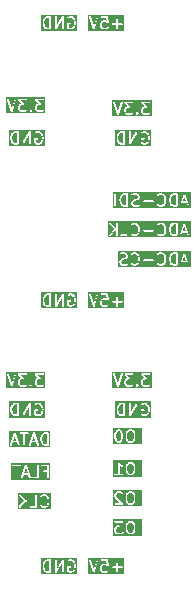
<source format=gbr>
%TF.GenerationSoftware,KiCad,Pcbnew,8.0.4*%
%TF.CreationDate,2024-09-14T20:38:07+07:00*%
%TF.ProjectId,msi_SDR_ADC,6d73695f-5344-4525-9f41-44432e6b6963,R0.1*%
%TF.SameCoordinates,PX72ade90PY75c75e0*%
%TF.FileFunction,Legend,Bot*%
%TF.FilePolarity,Positive*%
%FSLAX46Y46*%
G04 Gerber Fmt 4.6, Leading zero omitted, Abs format (unit mm)*
G04 Created by KiCad (PCBNEW 8.0.4) date 2024-09-14 20:38:07*
%MOMM*%
%LPD*%
G01*
G04 APERTURE LIST*
%ADD10C,0.150000*%
%ADD11R,1.700000X1.700000*%
%ADD12O,1.700000X1.700000*%
%ADD13C,2.425000*%
%ADD14C,1.450000*%
%ADD15C,0.800000*%
%ADD16C,6.400000*%
%ADD17R,4.800000X4.900000*%
G04 APERTURE END LIST*
D10*
G36*
X15097890Y51694070D02*
G01*
X12013413Y51694070D01*
X12013413Y52870801D01*
X12124524Y52870801D01*
X12127784Y52856464D01*
X12461117Y51856464D01*
X12467111Y51843039D01*
X12470621Y51838992D01*
X12473018Y51834198D01*
X12480126Y51828033D01*
X12486285Y51820932D01*
X12491074Y51818538D01*
X12495125Y51815024D01*
X12504050Y51812050D01*
X12512458Y51807845D01*
X12517802Y51807466D01*
X12522888Y51805770D01*
X12532268Y51806437D01*
X12541648Y51805770D01*
X12546733Y51807466D01*
X12552078Y51807845D01*
X12560488Y51812051D01*
X12569410Y51815024D01*
X12573457Y51818535D01*
X12578251Y51820931D01*
X12584414Y51828037D01*
X12591518Y51834198D01*
X12593913Y51838990D01*
X12597425Y51843038D01*
X12603419Y51856464D01*
X12754182Y52308753D01*
X13076316Y52308753D01*
X13076316Y52070658D01*
X13077757Y52056026D01*
X13078788Y52053537D01*
X13078979Y52050849D01*
X13084234Y52037117D01*
X13131853Y51941879D01*
X13135816Y51935583D01*
X13136574Y51933753D01*
X13138263Y51931695D01*
X13139685Y51929436D01*
X13141183Y51928137D01*
X13145901Y51922388D01*
X13193520Y51874768D01*
X13199269Y51870050D01*
X13200570Y51868550D01*
X13202829Y51867128D01*
X13204886Y51865440D01*
X13206713Y51864683D01*
X13213013Y51860718D01*
X13308251Y51813099D01*
X13321982Y51807844D01*
X13324671Y51807653D01*
X13327160Y51806622D01*
X13341792Y51805181D01*
X13579887Y51805181D01*
X13594519Y51806622D01*
X13597008Y51807654D01*
X13599696Y51807844D01*
X13613428Y51813099D01*
X13708666Y51860718D01*
X13714965Y51864683D01*
X13716793Y51865440D01*
X13718849Y51867128D01*
X13721109Y51868550D01*
X13722409Y51870050D01*
X13728159Y51874768D01*
X13775777Y51922387D01*
X13785105Y51933753D01*
X13796303Y51960789D01*
X13796303Y51990052D01*
X13785104Y52017088D01*
X13764411Y52037781D01*
X13737375Y52048979D01*
X13708112Y52048979D01*
X13681076Y52037780D01*
X13669710Y52028452D01*
X13630697Y51989439D01*
X13562182Y51955181D01*
X13359497Y51955181D01*
X13290981Y51989439D01*
X13260574Y52019847D01*
X13226316Y52088363D01*
X13226316Y52275766D01*
X14077757Y52275766D01*
X14077757Y52246502D01*
X14088956Y52219466D01*
X14109648Y52198774D01*
X14136684Y52187575D01*
X14151316Y52186134D01*
X14457268Y52186134D01*
X14457268Y51880181D01*
X14458709Y51865549D01*
X14469908Y51838513D01*
X14490600Y51817821D01*
X14517636Y51806622D01*
X14546900Y51806622D01*
X14573936Y51817821D01*
X14594628Y51838513D01*
X14605827Y51865549D01*
X14607268Y51880181D01*
X14607268Y52186134D01*
X14913220Y52186134D01*
X14927852Y52187575D01*
X14954888Y52198774D01*
X14975580Y52219466D01*
X14986779Y52246502D01*
X14986779Y52275766D01*
X14975580Y52302802D01*
X14954888Y52323494D01*
X14927852Y52334693D01*
X14913220Y52336134D01*
X14607268Y52336134D01*
X14607268Y52642086D01*
X14605827Y52656718D01*
X14594628Y52683754D01*
X14573936Y52704446D01*
X14546900Y52715645D01*
X14517636Y52715645D01*
X14490600Y52704446D01*
X14469908Y52683754D01*
X14458709Y52656718D01*
X14457268Y52642086D01*
X14457268Y52336134D01*
X14151316Y52336134D01*
X14136684Y52334693D01*
X14109648Y52323494D01*
X14088956Y52302802D01*
X14077757Y52275766D01*
X13226316Y52275766D01*
X13226316Y52291048D01*
X13260574Y52359564D01*
X13290981Y52389971D01*
X13359497Y52424229D01*
X13562182Y52424229D01*
X13630698Y52389971D01*
X13669711Y52350958D01*
X13681076Y52341631D01*
X13684564Y52340186D01*
X13687488Y52337794D01*
X13697985Y52334627D01*
X13708112Y52330432D01*
X13711888Y52330432D01*
X13715504Y52329341D01*
X13726414Y52330432D01*
X13737375Y52330432D01*
X13740863Y52331878D01*
X13744623Y52332253D01*
X13754286Y52337438D01*
X13764411Y52341631D01*
X13767081Y52344302D01*
X13770410Y52346087D01*
X13777355Y52354576D01*
X13785104Y52362324D01*
X13786548Y52365811D01*
X13788941Y52368735D01*
X13792109Y52379236D01*
X13796303Y52389360D01*
X13796303Y52393136D01*
X13797394Y52396751D01*
X13797372Y52411454D01*
X13749753Y52887644D01*
X13748684Y52892977D01*
X13748684Y52894813D01*
X13747970Y52896536D01*
X13746863Y52902060D01*
X13741680Y52911720D01*
X13737485Y52921849D01*
X13734813Y52924521D01*
X13733029Y52927847D01*
X13724546Y52934788D01*
X13716793Y52942541D01*
X13713304Y52943987D01*
X13710381Y52946378D01*
X13699883Y52949546D01*
X13689757Y52953740D01*
X13684151Y52954293D01*
X13682365Y52954831D01*
X13680536Y52954649D01*
X13675125Y52955181D01*
X13198935Y52955181D01*
X13184303Y52953740D01*
X13157267Y52942541D01*
X13136575Y52921849D01*
X13125376Y52894813D01*
X13125376Y52865549D01*
X13136575Y52838513D01*
X13157267Y52817821D01*
X13184303Y52806622D01*
X13198935Y52805181D01*
X13607251Y52805181D01*
X13632069Y52556991D01*
X13613428Y52566311D01*
X13599696Y52571566D01*
X13597008Y52571757D01*
X13594519Y52572788D01*
X13579887Y52574229D01*
X13341792Y52574229D01*
X13327160Y52572788D01*
X13324671Y52571758D01*
X13321982Y52571566D01*
X13308251Y52566311D01*
X13213013Y52518692D01*
X13206713Y52514728D01*
X13204886Y52513970D01*
X13202829Y52512282D01*
X13200570Y52510860D01*
X13199270Y52509362D01*
X13193521Y52504643D01*
X13145902Y52457024D01*
X13141183Y52451275D01*
X13139685Y52449975D01*
X13138263Y52447716D01*
X13136575Y52445659D01*
X13135817Y52443832D01*
X13131853Y52437532D01*
X13084234Y52342294D01*
X13078979Y52328562D01*
X13078788Y52325875D01*
X13077757Y52323385D01*
X13076316Y52308753D01*
X12754182Y52308753D01*
X12936752Y52856464D01*
X12940012Y52870800D01*
X12937937Y52899990D01*
X12924851Y52926164D01*
X12902743Y52945338D01*
X12874981Y52954592D01*
X12845791Y52952517D01*
X12819618Y52939430D01*
X12800444Y52917323D01*
X12794450Y52903898D01*
X12532268Y52117352D01*
X12270086Y52903898D01*
X12264092Y52917324D01*
X12244918Y52939431D01*
X12218745Y52952517D01*
X12189555Y52954592D01*
X12161792Y52945338D01*
X12139685Y52926164D01*
X12126599Y52899991D01*
X12124524Y52870801D01*
X12013413Y52870801D01*
X12013413Y53066292D01*
X15097890Y53066292D01*
X15097890Y51694070D01*
G37*
G36*
X6040601Y42205181D02*
G01*
X5889676Y42205181D01*
X5775163Y42243352D01*
X5701050Y42317466D01*
X5662556Y42394453D01*
X5619173Y42567987D01*
X5619173Y42692376D01*
X5662556Y42865910D01*
X5701050Y42942897D01*
X5775163Y43017010D01*
X5889676Y43055181D01*
X6040601Y43055181D01*
X6040601Y42205181D01*
G37*
G36*
X8396950Y41944070D02*
G01*
X5358062Y41944070D01*
X5358062Y42701610D01*
X5469173Y42701610D01*
X5469173Y42558753D01*
X5469424Y42556200D01*
X5469262Y42555107D01*
X5470071Y42549634D01*
X5470614Y42544121D01*
X5471036Y42543100D01*
X5471412Y42540563D01*
X5519031Y42350087D01*
X5519416Y42349008D01*
X5519455Y42348468D01*
X5521782Y42342387D01*
X5523978Y42336241D01*
X5524300Y42335806D01*
X5524710Y42334736D01*
X5572329Y42239498D01*
X5576292Y42233202D01*
X5577050Y42231372D01*
X5578739Y42229314D01*
X5580161Y42227055D01*
X5581659Y42225756D01*
X5586378Y42220006D01*
X5681616Y42124767D01*
X5692981Y42115439D01*
X5695471Y42114408D01*
X5697506Y42112643D01*
X5710932Y42106649D01*
X5853788Y42059030D01*
X5861043Y42057381D01*
X5862874Y42056622D01*
X5865527Y42056361D01*
X5868125Y42055770D01*
X5870099Y42055911D01*
X5877506Y42055181D01*
X6115601Y42055181D01*
X6130233Y42056622D01*
X6157269Y42067821D01*
X6177961Y42088513D01*
X6189160Y42115549D01*
X6190601Y42130181D01*
X6190601Y43130181D01*
X6516792Y43130181D01*
X6516792Y42130181D01*
X6517162Y42126418D01*
X6516975Y42124942D01*
X6517496Y42123032D01*
X6518233Y42115549D01*
X6522050Y42106334D01*
X6524675Y42096710D01*
X6527602Y42092930D01*
X6529432Y42088513D01*
X6536482Y42081463D01*
X6542592Y42073573D01*
X6546745Y42071200D01*
X6550124Y42067821D01*
X6559336Y42064005D01*
X6568001Y42059054D01*
X6572744Y42058452D01*
X6577160Y42056622D01*
X6587134Y42056622D01*
X6597031Y42055364D01*
X6601643Y42056622D01*
X6606424Y42056622D01*
X6615639Y42060440D01*
X6625263Y42063064D01*
X6629043Y42065992D01*
X6633460Y42067821D01*
X6640510Y42074872D01*
X6648400Y42080981D01*
X6652752Y42087114D01*
X6654152Y42088513D01*
X6654721Y42089888D01*
X6656910Y42092971D01*
X7088220Y42847765D01*
X7088220Y42130181D01*
X7089661Y42115549D01*
X7100860Y42088513D01*
X7121552Y42067821D01*
X7148588Y42056622D01*
X7177852Y42056622D01*
X7204888Y42067821D01*
X7225580Y42088513D01*
X7236779Y42115549D01*
X7238220Y42130181D01*
X7238220Y42558753D01*
X7516792Y42558753D01*
X7516792Y42225420D01*
X7518233Y42210788D01*
X7522150Y42201332D01*
X7529431Y42183753D01*
X7538758Y42172388D01*
X7586377Y42124768D01*
X7597743Y42115440D01*
X7600231Y42114410D01*
X7602268Y42112643D01*
X7615694Y42106649D01*
X7758550Y42059030D01*
X7765805Y42057381D01*
X7767636Y42056622D01*
X7770289Y42056361D01*
X7772887Y42055770D01*
X7774861Y42055911D01*
X7782268Y42055181D01*
X7877506Y42055181D01*
X7884911Y42055911D01*
X7886886Y42055770D01*
X7889483Y42056361D01*
X7892138Y42056622D01*
X7893969Y42057381D01*
X7901223Y42059030D01*
X8044080Y42106649D01*
X8057505Y42112643D01*
X8059540Y42114409D01*
X8062031Y42115440D01*
X8073396Y42124767D01*
X8168635Y42220007D01*
X8173352Y42225756D01*
X8174851Y42227055D01*
X8176272Y42229314D01*
X8177962Y42231372D01*
X8178719Y42233202D01*
X8182683Y42239498D01*
X8230302Y42334736D01*
X8230711Y42335806D01*
X8231034Y42336241D01*
X8233226Y42342378D01*
X8235557Y42348467D01*
X8235595Y42349008D01*
X8235981Y42350087D01*
X8283600Y42540563D01*
X8283975Y42543100D01*
X8284398Y42544121D01*
X8284940Y42549634D01*
X8285750Y42555107D01*
X8285587Y42556200D01*
X8285839Y42558753D01*
X8285839Y42701610D01*
X8285587Y42704164D01*
X8285750Y42705256D01*
X8284940Y42710730D01*
X8284398Y42716242D01*
X8283975Y42717264D01*
X8283600Y42719800D01*
X8235981Y42910276D01*
X8235595Y42911356D01*
X8235557Y42911896D01*
X8233226Y42917986D01*
X8231034Y42924122D01*
X8230711Y42924558D01*
X8230302Y42925627D01*
X8182683Y43020865D01*
X8178720Y43027160D01*
X8177962Y43028992D01*
X8176270Y43031054D01*
X8174851Y43033308D01*
X8173354Y43034607D01*
X8168634Y43040357D01*
X8073396Y43135595D01*
X8062031Y43144922D01*
X8059540Y43145954D01*
X8057505Y43147719D01*
X8044080Y43153713D01*
X7901223Y43201332D01*
X7893969Y43202982D01*
X7892138Y43203740D01*
X7889483Y43204002D01*
X7886886Y43204592D01*
X7884911Y43204452D01*
X7877506Y43205181D01*
X7734649Y43205181D01*
X7720017Y43203740D01*
X7717528Y43202710D01*
X7714839Y43202518D01*
X7701108Y43197263D01*
X7605870Y43149644D01*
X7593427Y43141812D01*
X7574254Y43119704D01*
X7565000Y43091943D01*
X7567074Y43062753D01*
X7580161Y43036578D01*
X7602269Y43017405D01*
X7630030Y43008151D01*
X7659220Y43010225D01*
X7672952Y43015480D01*
X7752354Y43055181D01*
X7865336Y43055181D01*
X7979849Y43017010D01*
X8053962Y42942897D01*
X8092455Y42865910D01*
X8135839Y42692376D01*
X8135839Y42567987D01*
X8092455Y42394453D01*
X8053961Y42317466D01*
X7979849Y42243353D01*
X7865336Y42205181D01*
X7794438Y42205181D01*
X7679925Y42243352D01*
X7666792Y42256486D01*
X7666792Y42483753D01*
X7782268Y42483753D01*
X7796900Y42485194D01*
X7823936Y42496393D01*
X7844628Y42517085D01*
X7855827Y42544121D01*
X7855827Y42573385D01*
X7844628Y42600421D01*
X7823936Y42621113D01*
X7796900Y42632312D01*
X7782268Y42633753D01*
X7591792Y42633753D01*
X7577160Y42632312D01*
X7550124Y42621113D01*
X7529432Y42600421D01*
X7518233Y42573385D01*
X7516792Y42558753D01*
X7238220Y42558753D01*
X7238220Y43130181D01*
X7237849Y43133945D01*
X7238037Y43135420D01*
X7237515Y43137331D01*
X7236779Y43144813D01*
X7232961Y43154029D01*
X7230337Y43163652D01*
X7227409Y43167433D01*
X7225580Y43171849D01*
X7218529Y43178900D01*
X7212420Y43186789D01*
X7208266Y43189163D01*
X7204888Y43192541D01*
X7195675Y43196358D01*
X7187011Y43201308D01*
X7182267Y43201911D01*
X7177852Y43203740D01*
X7167878Y43203740D01*
X7157981Y43204998D01*
X7153369Y43203740D01*
X7148588Y43203740D01*
X7139371Y43199923D01*
X7129750Y43197298D01*
X7125970Y43194372D01*
X7121552Y43192541D01*
X7114500Y43185490D01*
X7106612Y43179381D01*
X7102257Y43173247D01*
X7100860Y43171849D01*
X7100291Y43170477D01*
X7098102Y43167392D01*
X6666792Y42412598D01*
X6666792Y43130181D01*
X6665351Y43144813D01*
X6654152Y43171849D01*
X6633460Y43192541D01*
X6606424Y43203740D01*
X6577160Y43203740D01*
X6550124Y43192541D01*
X6529432Y43171849D01*
X6518233Y43144813D01*
X6516792Y43130181D01*
X6190601Y43130181D01*
X6189160Y43144813D01*
X6177961Y43171849D01*
X6157269Y43192541D01*
X6130233Y43203740D01*
X6115601Y43205181D01*
X5877506Y43205181D01*
X5870099Y43204452D01*
X5868125Y43204592D01*
X5865527Y43204002D01*
X5862874Y43203740D01*
X5861043Y43202982D01*
X5853788Y43201332D01*
X5710932Y43153713D01*
X5697506Y43147719D01*
X5695471Y43145955D01*
X5692981Y43144923D01*
X5681616Y43135595D01*
X5586378Y43040357D01*
X5581659Y43034608D01*
X5580161Y43033308D01*
X5578739Y43031049D01*
X5577051Y43028992D01*
X5576293Y43027165D01*
X5572329Y43020865D01*
X5524710Y42925627D01*
X5524300Y42924558D01*
X5523978Y42924122D01*
X5521782Y42917977D01*
X5519455Y42911895D01*
X5519416Y42911356D01*
X5519031Y42910276D01*
X5471412Y42719800D01*
X5471036Y42717264D01*
X5470614Y42716242D01*
X5470071Y42710730D01*
X5469262Y42705256D01*
X5469424Y42704164D01*
X5469173Y42701610D01*
X5358062Y42701610D01*
X5358062Y43316292D01*
X8396950Y43316292D01*
X8396950Y41944070D01*
G37*
G36*
X15290601Y36955181D02*
G01*
X15139676Y36955181D01*
X15025163Y36993352D01*
X14951050Y37067466D01*
X14912556Y37144453D01*
X14869173Y37317987D01*
X14869173Y37442376D01*
X14912556Y37615910D01*
X14951050Y37692897D01*
X15025163Y37767010D01*
X15139676Y37805181D01*
X15290601Y37805181D01*
X15290601Y36955181D01*
G37*
G36*
X19481077Y36955181D02*
G01*
X19330152Y36955181D01*
X19215639Y36993352D01*
X19141526Y37067466D01*
X19103032Y37144453D01*
X19059649Y37317987D01*
X19059649Y37442376D01*
X19103032Y37615910D01*
X19141526Y37692897D01*
X19215639Y37767010D01*
X19330152Y37805181D01*
X19481077Y37805181D01*
X19481077Y36955181D01*
G37*
G36*
X20356782Y37240896D02*
G01*
X20088706Y37240896D01*
X20222744Y37643011D01*
X20356782Y37240896D01*
G37*
G36*
X20741599Y36694070D02*
G01*
X14179490Y36694070D01*
X14179490Y37880181D01*
X14290601Y37880181D01*
X14290601Y36880181D01*
X14292042Y36865549D01*
X14303241Y36838513D01*
X14323933Y36817821D01*
X14350969Y36806622D01*
X14380233Y36806622D01*
X14407269Y36817821D01*
X14427961Y36838513D01*
X14439160Y36865549D01*
X14440601Y36880181D01*
X14440601Y37451610D01*
X14719173Y37451610D01*
X14719173Y37308753D01*
X14719424Y37306200D01*
X14719262Y37305107D01*
X14720071Y37299634D01*
X14720614Y37294121D01*
X14721036Y37293100D01*
X14721412Y37290563D01*
X14769031Y37100087D01*
X14769416Y37099008D01*
X14769455Y37098468D01*
X14771782Y37092387D01*
X14773978Y37086241D01*
X14774300Y37085806D01*
X14774710Y37084736D01*
X14822329Y36989498D01*
X14826292Y36983202D01*
X14827050Y36981372D01*
X14828739Y36979314D01*
X14830161Y36977055D01*
X14831659Y36975756D01*
X14836378Y36970006D01*
X14931616Y36874767D01*
X14942981Y36865439D01*
X14945471Y36864408D01*
X14947506Y36862643D01*
X14960932Y36856649D01*
X15103788Y36809030D01*
X15111043Y36807381D01*
X15112874Y36806622D01*
X15115527Y36806361D01*
X15118125Y36805770D01*
X15120099Y36805911D01*
X15127506Y36805181D01*
X15365601Y36805181D01*
X15380233Y36806622D01*
X15407269Y36817821D01*
X15427961Y36838513D01*
X15439160Y36865549D01*
X15440601Y36880181D01*
X15440601Y37165896D01*
X15719173Y37165896D01*
X15719173Y37070658D01*
X15720614Y37056026D01*
X15721645Y37053537D01*
X15721836Y37050849D01*
X15727091Y37037117D01*
X15774710Y36941879D01*
X15778673Y36935583D01*
X15779431Y36933753D01*
X15781120Y36931695D01*
X15782542Y36929436D01*
X15784040Y36928137D01*
X15788758Y36922388D01*
X15836377Y36874768D01*
X15842126Y36870050D01*
X15843427Y36868550D01*
X15845686Y36867128D01*
X15847743Y36865440D01*
X15849570Y36864683D01*
X15855870Y36860718D01*
X15951108Y36813099D01*
X15964839Y36807844D01*
X15967528Y36807653D01*
X15970017Y36806622D01*
X15984649Y36805181D01*
X16222744Y36805181D01*
X16230149Y36805911D01*
X16232124Y36805770D01*
X16234721Y36806361D01*
X16237376Y36806622D01*
X16239207Y36807381D01*
X16246461Y36809030D01*
X16389318Y36856649D01*
X16402743Y36862643D01*
X16424850Y36881817D01*
X16437937Y36907990D01*
X16440012Y36937180D01*
X16430758Y36964942D01*
X16411584Y36987050D01*
X16385410Y37000136D01*
X16356220Y37002211D01*
X16341883Y36998951D01*
X16210574Y36955181D01*
X16002354Y36955181D01*
X15933838Y36989439D01*
X15903431Y37019847D01*
X15869173Y37088363D01*
X15869173Y37148191D01*
X15903431Y37216707D01*
X15933838Y37247114D01*
X15991141Y37275766D01*
X16720614Y37275766D01*
X16720614Y37246502D01*
X16731813Y37219466D01*
X16752505Y37198774D01*
X16779541Y37187575D01*
X16794173Y37186134D01*
X17556077Y37186134D01*
X17570709Y37187575D01*
X17597745Y37198774D01*
X17618437Y37219466D01*
X17629636Y37246502D01*
X17629636Y37275766D01*
X17618437Y37302802D01*
X17597745Y37323494D01*
X17570709Y37334693D01*
X17556077Y37336134D01*
X16794173Y37336134D01*
X16779541Y37334693D01*
X16752505Y37323494D01*
X16731813Y37302802D01*
X16720614Y37275766D01*
X15991141Y37275766D01*
X16010825Y37285608D01*
X16193315Y37331230D01*
X16194394Y37331616D01*
X16194934Y37331654D01*
X16201015Y37333982D01*
X16207161Y37336177D01*
X16207596Y37336500D01*
X16208666Y37336909D01*
X16303904Y37384528D01*
X16310203Y37388493D01*
X16312031Y37389250D01*
X16314087Y37390939D01*
X16316347Y37392360D01*
X16317646Y37393859D01*
X16323396Y37398577D01*
X16371015Y37446196D01*
X16375733Y37451946D01*
X16377232Y37453245D01*
X16378653Y37455505D01*
X16380342Y37457561D01*
X16381099Y37459389D01*
X16385064Y37465688D01*
X16432683Y37560926D01*
X16437938Y37574657D01*
X16438129Y37577347D01*
X16439160Y37579835D01*
X16440601Y37594467D01*
X16440601Y37689705D01*
X16439160Y37704337D01*
X16438129Y37706826D01*
X16437938Y37709515D01*
X16432683Y37723246D01*
X16394519Y37799574D01*
X17911090Y37799574D01*
X17911090Y37770312D01*
X17922289Y37743275D01*
X17942981Y37722583D01*
X17970018Y37711384D01*
X17999280Y37711384D01*
X18026317Y37722583D01*
X18037682Y37731910D01*
X18072782Y37767010D01*
X18187295Y37805181D01*
X18258193Y37805181D01*
X18372706Y37767010D01*
X18446819Y37692897D01*
X18485312Y37615910D01*
X18528696Y37442376D01*
X18528696Y37317987D01*
X18485312Y37144453D01*
X18446818Y37067466D01*
X18372706Y36993353D01*
X18258193Y36955181D01*
X18187295Y36955181D01*
X18072782Y36993352D01*
X18037683Y37028452D01*
X18026317Y37037780D01*
X17999281Y37048979D01*
X17970018Y37048979D01*
X17942982Y37037781D01*
X17922289Y37017088D01*
X17911090Y36990052D01*
X17911090Y36960789D01*
X17922288Y36933753D01*
X17931615Y36922388D01*
X17979234Y36874768D01*
X17990600Y36865440D01*
X17993088Y36864410D01*
X17995125Y36862643D01*
X18008551Y36856649D01*
X18151407Y36809030D01*
X18158662Y36807381D01*
X18160493Y36806622D01*
X18163146Y36806361D01*
X18165744Y36805770D01*
X18167718Y36805911D01*
X18175125Y36805181D01*
X18270363Y36805181D01*
X18277768Y36805911D01*
X18279743Y36805770D01*
X18282340Y36806361D01*
X18284995Y36806622D01*
X18286826Y36807381D01*
X18294080Y36809030D01*
X18436937Y36856649D01*
X18450362Y36862643D01*
X18452397Y36864409D01*
X18454888Y36865440D01*
X18466253Y36874767D01*
X18561492Y36970007D01*
X18566209Y36975756D01*
X18567708Y36977055D01*
X18569129Y36979314D01*
X18570819Y36981372D01*
X18571576Y36983202D01*
X18575540Y36989498D01*
X18623159Y37084736D01*
X18623568Y37085806D01*
X18623891Y37086241D01*
X18626083Y37092378D01*
X18628414Y37098467D01*
X18628452Y37099008D01*
X18628838Y37100087D01*
X18676457Y37290563D01*
X18676832Y37293100D01*
X18677255Y37294121D01*
X18677797Y37299634D01*
X18678607Y37305107D01*
X18678444Y37306200D01*
X18678696Y37308753D01*
X18678696Y37451610D01*
X18909649Y37451610D01*
X18909649Y37308753D01*
X18909900Y37306200D01*
X18909738Y37305107D01*
X18910547Y37299634D01*
X18911090Y37294121D01*
X18911512Y37293100D01*
X18911888Y37290563D01*
X18959507Y37100087D01*
X18959892Y37099008D01*
X18959931Y37098468D01*
X18962258Y37092387D01*
X18964454Y37086241D01*
X18964776Y37085806D01*
X18965186Y37084736D01*
X19012805Y36989498D01*
X19016768Y36983202D01*
X19017526Y36981372D01*
X19019215Y36979314D01*
X19020637Y36977055D01*
X19022135Y36975756D01*
X19026854Y36970006D01*
X19122092Y36874767D01*
X19133457Y36865439D01*
X19135947Y36864408D01*
X19137982Y36862643D01*
X19151408Y36856649D01*
X19294264Y36809030D01*
X19301519Y36807381D01*
X19303350Y36806622D01*
X19306003Y36806361D01*
X19308601Y36805770D01*
X19310575Y36805911D01*
X19317982Y36805181D01*
X19556077Y36805181D01*
X19570709Y36806622D01*
X19597745Y36817821D01*
X19618437Y36838513D01*
X19629636Y36865549D01*
X19631077Y36880181D01*
X19631077Y36889561D01*
X19815000Y36889561D01*
X19817075Y36860371D01*
X19830161Y36834198D01*
X19852268Y36815024D01*
X19880031Y36805770D01*
X19909221Y36807845D01*
X19935394Y36820931D01*
X19954568Y36843038D01*
X19960562Y36856464D01*
X20038706Y37090896D01*
X20406782Y37090896D01*
X20484926Y36856464D01*
X20490920Y36843039D01*
X20510094Y36820932D01*
X20536267Y36807845D01*
X20565457Y36805770D01*
X20593219Y36815024D01*
X20615327Y36834198D01*
X20628413Y36860372D01*
X20630488Y36889562D01*
X20627228Y36903898D01*
X20293895Y37903898D01*
X20287901Y37917324D01*
X20284389Y37921373D01*
X20281994Y37926164D01*
X20274890Y37932326D01*
X20268727Y37939431D01*
X20263933Y37941828D01*
X20259886Y37945338D01*
X20250964Y37948312D01*
X20242554Y37952517D01*
X20237209Y37952897D01*
X20232124Y37954592D01*
X20222744Y37953926D01*
X20213364Y37954592D01*
X20208278Y37952897D01*
X20202934Y37952517D01*
X20194526Y37948313D01*
X20185601Y37945338D01*
X20181550Y37941825D01*
X20176761Y37939430D01*
X20170602Y37932330D01*
X20163494Y37926164D01*
X20161097Y37921371D01*
X20157587Y37917323D01*
X20151593Y37903898D01*
X19818260Y36903898D01*
X19815000Y36889561D01*
X19631077Y36889561D01*
X19631077Y37880181D01*
X19629636Y37894813D01*
X19618437Y37921849D01*
X19597745Y37942541D01*
X19570709Y37953740D01*
X19556077Y37955181D01*
X19317982Y37955181D01*
X19310575Y37954452D01*
X19308601Y37954592D01*
X19306003Y37954002D01*
X19303350Y37953740D01*
X19301519Y37952982D01*
X19294264Y37951332D01*
X19151408Y37903713D01*
X19137982Y37897719D01*
X19135947Y37895955D01*
X19133457Y37894923D01*
X19122092Y37885595D01*
X19026854Y37790357D01*
X19022135Y37784608D01*
X19020637Y37783308D01*
X19019215Y37781049D01*
X19017527Y37778992D01*
X19016769Y37777165D01*
X19012805Y37770865D01*
X18965186Y37675627D01*
X18964776Y37674558D01*
X18964454Y37674122D01*
X18962258Y37667977D01*
X18959931Y37661895D01*
X18959892Y37661356D01*
X18959507Y37660276D01*
X18911888Y37469800D01*
X18911512Y37467264D01*
X18911090Y37466242D01*
X18910547Y37460730D01*
X18909738Y37455256D01*
X18909900Y37454164D01*
X18909649Y37451610D01*
X18678696Y37451610D01*
X18678444Y37454164D01*
X18678607Y37455256D01*
X18677797Y37460730D01*
X18677255Y37466242D01*
X18676832Y37467264D01*
X18676457Y37469800D01*
X18628838Y37660276D01*
X18628452Y37661356D01*
X18628414Y37661896D01*
X18626083Y37667986D01*
X18623891Y37674122D01*
X18623568Y37674558D01*
X18623159Y37675627D01*
X18575540Y37770865D01*
X18571577Y37777160D01*
X18570819Y37778992D01*
X18569127Y37781054D01*
X18567708Y37783308D01*
X18566211Y37784607D01*
X18561491Y37790357D01*
X18466253Y37885595D01*
X18454888Y37894922D01*
X18452397Y37895954D01*
X18450362Y37897719D01*
X18436937Y37903713D01*
X18294080Y37951332D01*
X18286826Y37952982D01*
X18284995Y37953740D01*
X18282340Y37954002D01*
X18279743Y37954592D01*
X18277768Y37954452D01*
X18270363Y37955181D01*
X18175125Y37955181D01*
X18167718Y37954452D01*
X18165744Y37954592D01*
X18163146Y37954002D01*
X18160493Y37953740D01*
X18158662Y37952982D01*
X18151407Y37951332D01*
X18008551Y37903713D01*
X17995125Y37897719D01*
X17993088Y37895953D01*
X17990600Y37894922D01*
X17979235Y37885595D01*
X17931616Y37837976D01*
X17922289Y37826611D01*
X17911090Y37799574D01*
X16394519Y37799574D01*
X16385064Y37818484D01*
X16381099Y37824784D01*
X16380342Y37826611D01*
X16378653Y37828668D01*
X16377232Y37830927D01*
X16375733Y37832227D01*
X16371015Y37837976D01*
X16323396Y37885595D01*
X16317646Y37890314D01*
X16316347Y37891812D01*
X16314087Y37893234D01*
X16312031Y37894922D01*
X16310203Y37895680D01*
X16303904Y37899644D01*
X16208666Y37947263D01*
X16194934Y37952518D01*
X16192246Y37952709D01*
X16189757Y37953740D01*
X16175125Y37955181D01*
X15937030Y37955181D01*
X15929623Y37954452D01*
X15927649Y37954592D01*
X15925051Y37954002D01*
X15922398Y37953740D01*
X15920567Y37952982D01*
X15913312Y37951332D01*
X15770456Y37903713D01*
X15757030Y37897719D01*
X15734923Y37878545D01*
X15721837Y37852372D01*
X15719762Y37823182D01*
X15729016Y37795419D01*
X15748190Y37773312D01*
X15774363Y37760226D01*
X15803553Y37758151D01*
X15817890Y37761411D01*
X15949200Y37805181D01*
X16157420Y37805181D01*
X16225936Y37770923D01*
X16256343Y37740516D01*
X16290601Y37672000D01*
X16290601Y37612172D01*
X16256343Y37543656D01*
X16225936Y37513249D01*
X16148949Y37474756D01*
X15966459Y37429133D01*
X15965379Y37428748D01*
X15964839Y37428709D01*
X15958749Y37426379D01*
X15952613Y37424186D01*
X15952177Y37423864D01*
X15951108Y37423454D01*
X15855870Y37375835D01*
X15849570Y37371871D01*
X15847743Y37371113D01*
X15845686Y37369425D01*
X15843427Y37368003D01*
X15842127Y37366505D01*
X15836378Y37361786D01*
X15788759Y37314167D01*
X15784040Y37308418D01*
X15782542Y37307118D01*
X15781120Y37304859D01*
X15779432Y37302802D01*
X15778674Y37300975D01*
X15774710Y37294675D01*
X15727091Y37199437D01*
X15721836Y37185705D01*
X15721645Y37183018D01*
X15720614Y37180528D01*
X15719173Y37165896D01*
X15440601Y37165896D01*
X15440601Y37880181D01*
X15439160Y37894813D01*
X15427961Y37921849D01*
X15407269Y37942541D01*
X15380233Y37953740D01*
X15365601Y37955181D01*
X15127506Y37955181D01*
X15120099Y37954452D01*
X15118125Y37954592D01*
X15115527Y37954002D01*
X15112874Y37953740D01*
X15111043Y37952982D01*
X15103788Y37951332D01*
X14960932Y37903713D01*
X14947506Y37897719D01*
X14945471Y37895955D01*
X14942981Y37894923D01*
X14931616Y37885595D01*
X14836378Y37790357D01*
X14831659Y37784608D01*
X14830161Y37783308D01*
X14828739Y37781049D01*
X14827051Y37778992D01*
X14826293Y37777165D01*
X14822329Y37770865D01*
X14774710Y37675627D01*
X14774300Y37674558D01*
X14773978Y37674122D01*
X14771782Y37667977D01*
X14769455Y37661895D01*
X14769416Y37661356D01*
X14769031Y37660276D01*
X14721412Y37469800D01*
X14721036Y37467264D01*
X14720614Y37466242D01*
X14720071Y37460730D01*
X14719262Y37455256D01*
X14719424Y37454164D01*
X14719173Y37451610D01*
X14440601Y37451610D01*
X14440601Y37880181D01*
X14439160Y37894813D01*
X14427961Y37921849D01*
X14407269Y37942541D01*
X14380233Y37953740D01*
X14350969Y37953740D01*
X14323933Y37942541D01*
X14303241Y37921849D01*
X14292042Y37894813D01*
X14290601Y37880181D01*
X14179490Y37880181D01*
X14179490Y38066292D01*
X20741599Y38066292D01*
X20741599Y36694070D01*
G37*
G36*
X14749746Y17770923D02*
G01*
X14780153Y17740516D01*
X14818646Y17663529D01*
X14862030Y17489995D01*
X14862030Y17270368D01*
X14818646Y17096834D01*
X14780152Y17019847D01*
X14749745Y16989439D01*
X14681230Y16955181D01*
X14621402Y16955181D01*
X14552886Y16989439D01*
X14522479Y17019847D01*
X14483985Y17096834D01*
X14440602Y17270368D01*
X14440602Y17489995D01*
X14483985Y17663529D01*
X14522479Y17740516D01*
X14552886Y17770923D01*
X14621402Y17805181D01*
X14681230Y17805181D01*
X14749746Y17770923D01*
G37*
G36*
X15797365Y17770923D02*
G01*
X15869307Y17698981D01*
X15909649Y17537614D01*
X15909649Y17222749D01*
X15869307Y17061383D01*
X15797364Y16989439D01*
X15728849Y16955181D01*
X15573783Y16955181D01*
X15505267Y16989439D01*
X15433324Y17061383D01*
X15392983Y17222749D01*
X15392983Y17537614D01*
X15433324Y17698981D01*
X15505267Y17770923D01*
X15573783Y17805181D01*
X15728849Y17805181D01*
X15797365Y17770923D01*
G37*
G36*
X16599331Y16694070D02*
G01*
X14179491Y16694070D01*
X14179491Y17499229D01*
X14290602Y17499229D01*
X14290602Y17261134D01*
X14290853Y17258581D01*
X14290691Y17257488D01*
X14291500Y17252015D01*
X14292043Y17246502D01*
X14292465Y17245481D01*
X14292841Y17242944D01*
X14340460Y17052468D01*
X14340845Y17051389D01*
X14340884Y17050849D01*
X14343211Y17044768D01*
X14345407Y17038622D01*
X14345729Y17038187D01*
X14346139Y17037117D01*
X14393758Y16941879D01*
X14397721Y16935583D01*
X14398479Y16933753D01*
X14400168Y16931695D01*
X14401590Y16929436D01*
X14403088Y16928137D01*
X14407806Y16922388D01*
X14455425Y16874768D01*
X14461174Y16870050D01*
X14462475Y16868550D01*
X14464734Y16867128D01*
X14466791Y16865440D01*
X14468618Y16864683D01*
X14474918Y16860718D01*
X14570156Y16813099D01*
X14583887Y16807844D01*
X14586576Y16807653D01*
X14589065Y16806622D01*
X14603697Y16805181D01*
X14698935Y16805181D01*
X14713567Y16806622D01*
X14716056Y16807654D01*
X14718744Y16807844D01*
X14732476Y16813099D01*
X14827714Y16860718D01*
X14834013Y16864683D01*
X14835841Y16865440D01*
X14837897Y16867128D01*
X14840157Y16868550D01*
X14841457Y16870050D01*
X14847207Y16874768D01*
X14894825Y16922387D01*
X14899543Y16928137D01*
X14901042Y16929436D01*
X14902463Y16931695D01*
X14904153Y16933753D01*
X14904910Y16935583D01*
X14908874Y16941879D01*
X14956493Y17037117D01*
X14956902Y17038187D01*
X14957225Y17038622D01*
X14959417Y17044759D01*
X14961748Y17050848D01*
X14961786Y17051389D01*
X14962172Y17052468D01*
X15009791Y17242944D01*
X15010166Y17245481D01*
X15010589Y17246502D01*
X15011131Y17252015D01*
X15011941Y17257488D01*
X15011778Y17258581D01*
X15012030Y17261134D01*
X15012030Y17499229D01*
X15011778Y17501783D01*
X15011941Y17502875D01*
X15011131Y17508349D01*
X15010589Y17513861D01*
X15010166Y17514883D01*
X15009791Y17517419D01*
X15002434Y17546848D01*
X15242983Y17546848D01*
X15242983Y17213515D01*
X15243234Y17210962D01*
X15243072Y17209869D01*
X15243881Y17204396D01*
X15244424Y17198883D01*
X15244846Y17197862D01*
X15245222Y17195325D01*
X15292841Y17004849D01*
X15297788Y16991003D01*
X15301107Y16986524D01*
X15303241Y16981372D01*
X15312569Y16970006D01*
X15407807Y16874767D01*
X15413557Y16870047D01*
X15414856Y16868550D01*
X15417110Y16867131D01*
X15419172Y16865439D01*
X15421004Y16864681D01*
X15427299Y16860718D01*
X15522537Y16813099D01*
X15536268Y16807844D01*
X15538957Y16807653D01*
X15541446Y16806622D01*
X15556078Y16805181D01*
X15746554Y16805181D01*
X15761186Y16806622D01*
X15763675Y16807654D01*
X15766363Y16807844D01*
X15780095Y16813099D01*
X15875333Y16860718D01*
X15881632Y16864683D01*
X15883460Y16865440D01*
X15885516Y16867129D01*
X15887776Y16868550D01*
X15889075Y16870049D01*
X15894825Y16874767D01*
X15990064Y16970007D01*
X15999391Y16981372D01*
X16001524Y16986524D01*
X16004844Y16991003D01*
X16009791Y17004849D01*
X16057410Y17195325D01*
X16057785Y17197862D01*
X16058208Y17198883D01*
X16058750Y17204396D01*
X16059560Y17209869D01*
X16059397Y17210962D01*
X16059649Y17213515D01*
X16059649Y17546848D01*
X16059397Y17549402D01*
X16059560Y17550494D01*
X16058750Y17555968D01*
X16058208Y17561480D01*
X16057785Y17562502D01*
X16057410Y17565038D01*
X16009791Y17755514D01*
X16004844Y17769360D01*
X16001525Y17773839D01*
X15999391Y17778992D01*
X15990063Y17790357D01*
X15900239Y17880181D01*
X16338220Y17880181D01*
X16338220Y16880181D01*
X16339661Y16865549D01*
X16350860Y16838513D01*
X16371552Y16817821D01*
X16398588Y16806622D01*
X16427852Y16806622D01*
X16454888Y16817821D01*
X16475580Y16838513D01*
X16486779Y16865549D01*
X16488220Y16880181D01*
X16488220Y17880181D01*
X16486779Y17894813D01*
X16475580Y17921849D01*
X16454888Y17942541D01*
X16427852Y17953740D01*
X16398588Y17953740D01*
X16371552Y17942541D01*
X16350860Y17921849D01*
X16339661Y17894813D01*
X16338220Y17880181D01*
X15900239Y17880181D01*
X15894825Y17885595D01*
X15889075Y17890314D01*
X15887776Y17891812D01*
X15885516Y17893234D01*
X15883460Y17894922D01*
X15881632Y17895680D01*
X15875333Y17899644D01*
X15780095Y17947263D01*
X15766363Y17952518D01*
X15763675Y17952709D01*
X15761186Y17953740D01*
X15746554Y17955181D01*
X15556078Y17955181D01*
X15541446Y17953740D01*
X15538957Y17952710D01*
X15536268Y17952518D01*
X15522537Y17947263D01*
X15427299Y17899644D01*
X15421004Y17895682D01*
X15419172Y17894923D01*
X15417110Y17893232D01*
X15414856Y17891812D01*
X15413557Y17890316D01*
X15407807Y17885595D01*
X15312569Y17790357D01*
X15303242Y17778992D01*
X15301108Y17773842D01*
X15297788Y17769360D01*
X15292841Y17755514D01*
X15245222Y17565038D01*
X15244846Y17562502D01*
X15244424Y17561480D01*
X15243881Y17555968D01*
X15243072Y17550494D01*
X15243234Y17549402D01*
X15242983Y17546848D01*
X15002434Y17546848D01*
X14962172Y17707895D01*
X14961786Y17708975D01*
X14961748Y17709515D01*
X14959417Y17715605D01*
X14957225Y17721741D01*
X14956902Y17722177D01*
X14956493Y17723246D01*
X14908874Y17818484D01*
X14904909Y17824784D01*
X14904152Y17826611D01*
X14902463Y17828668D01*
X14901042Y17830927D01*
X14899543Y17832227D01*
X14894825Y17837976D01*
X14847206Y17885595D01*
X14841456Y17890314D01*
X14840157Y17891812D01*
X14837897Y17893234D01*
X14835841Y17894922D01*
X14834013Y17895680D01*
X14827714Y17899644D01*
X14732476Y17947263D01*
X14718744Y17952518D01*
X14716056Y17952709D01*
X14713567Y17953740D01*
X14698935Y17955181D01*
X14603697Y17955181D01*
X14589065Y17953740D01*
X14586576Y17952710D01*
X14583887Y17952518D01*
X14570156Y17947263D01*
X14474918Y17899644D01*
X14468618Y17895680D01*
X14466791Y17894922D01*
X14464734Y17893234D01*
X14462475Y17891812D01*
X14461175Y17890314D01*
X14455426Y17885595D01*
X14407807Y17837976D01*
X14403088Y17832227D01*
X14401590Y17830927D01*
X14400168Y17828668D01*
X14398480Y17826611D01*
X14397722Y17824784D01*
X14393758Y17818484D01*
X14346139Y17723246D01*
X14345729Y17722177D01*
X14345407Y17721741D01*
X14343211Y17715596D01*
X14340884Y17709514D01*
X14340845Y17708975D01*
X14340460Y17707895D01*
X14292841Y17517419D01*
X14292465Y17514883D01*
X14292043Y17513861D01*
X14291500Y17508349D01*
X14290691Y17502875D01*
X14290853Y17501783D01*
X14290602Y17499229D01*
X14179491Y17499229D01*
X14179491Y18066292D01*
X16599331Y18066292D01*
X16599331Y16694070D01*
G37*
G36*
X19481077Y31955181D02*
G01*
X19330152Y31955181D01*
X19215639Y31993352D01*
X19141526Y32067466D01*
X19103032Y32144453D01*
X19059649Y32317987D01*
X19059649Y32442376D01*
X19103032Y32615910D01*
X19141526Y32692897D01*
X19215639Y32767010D01*
X19330152Y32805181D01*
X19481077Y32805181D01*
X19481077Y31955181D01*
G37*
G36*
X20356782Y32240896D02*
G01*
X20088706Y32240896D01*
X20222744Y32643011D01*
X20356782Y32240896D01*
G37*
G36*
X20741599Y31694070D02*
G01*
X14608062Y31694070D01*
X14608062Y32165896D01*
X14719173Y32165896D01*
X14719173Y32070658D01*
X14720614Y32056026D01*
X14721645Y32053537D01*
X14721836Y32050849D01*
X14727091Y32037117D01*
X14774710Y31941879D01*
X14778673Y31935583D01*
X14779431Y31933753D01*
X14781120Y31931695D01*
X14782542Y31929436D01*
X14784040Y31928137D01*
X14788758Y31922388D01*
X14836377Y31874768D01*
X14842126Y31870050D01*
X14843427Y31868550D01*
X14845686Y31867128D01*
X14847743Y31865440D01*
X14849570Y31864683D01*
X14855870Y31860718D01*
X14951108Y31813099D01*
X14964839Y31807844D01*
X14967528Y31807653D01*
X14970017Y31806622D01*
X14984649Y31805181D01*
X15222744Y31805181D01*
X15230149Y31805911D01*
X15232124Y31805770D01*
X15234721Y31806361D01*
X15237376Y31806622D01*
X15239207Y31807381D01*
X15246461Y31809030D01*
X15389318Y31856649D01*
X15402743Y31862643D01*
X15424850Y31881817D01*
X15437937Y31907990D01*
X15440012Y31937180D01*
X15430758Y31964942D01*
X15411584Y31987050D01*
X15385410Y32000136D01*
X15356220Y32002211D01*
X15341883Y31998951D01*
X15210574Y31955181D01*
X15002354Y31955181D01*
X14933838Y31989439D01*
X14903431Y32019847D01*
X14869173Y32088363D01*
X14869173Y32148191D01*
X14903431Y32216707D01*
X14933838Y32247114D01*
X15010825Y32285608D01*
X15193315Y32331230D01*
X15194394Y32331616D01*
X15194934Y32331654D01*
X15201015Y32333982D01*
X15207161Y32336177D01*
X15207596Y32336500D01*
X15208666Y32336909D01*
X15303904Y32384528D01*
X15310203Y32388493D01*
X15312031Y32389250D01*
X15314087Y32390939D01*
X15316347Y32392360D01*
X15317646Y32393859D01*
X15323396Y32398577D01*
X15371015Y32446196D01*
X15375733Y32451946D01*
X15377232Y32453245D01*
X15378653Y32455505D01*
X15380342Y32457561D01*
X15381099Y32459389D01*
X15385064Y32465688D01*
X15432683Y32560926D01*
X15437938Y32574657D01*
X15438129Y32577347D01*
X15439160Y32579835D01*
X15440601Y32594467D01*
X15440601Y32689705D01*
X15439160Y32704337D01*
X15438129Y32706826D01*
X15437938Y32709515D01*
X15432683Y32723246D01*
X15394519Y32799574D01*
X15672995Y32799574D01*
X15672995Y32770312D01*
X15684194Y32743275D01*
X15704886Y32722583D01*
X15731923Y32711384D01*
X15761185Y32711384D01*
X15788222Y32722583D01*
X15799587Y32731910D01*
X15834687Y32767010D01*
X15949200Y32805181D01*
X16020098Y32805181D01*
X16134611Y32767010D01*
X16208724Y32692897D01*
X16247217Y32615910D01*
X16290601Y32442376D01*
X16290601Y32317987D01*
X16247217Y32144453D01*
X16208723Y32067466D01*
X16134611Y31993353D01*
X16020098Y31955181D01*
X15949200Y31955181D01*
X15834687Y31993352D01*
X15799588Y32028452D01*
X15788222Y32037780D01*
X15761186Y32048979D01*
X15731923Y32048979D01*
X15704887Y32037781D01*
X15684194Y32017088D01*
X15672995Y31990052D01*
X15672995Y31960789D01*
X15684193Y31933753D01*
X15693520Y31922388D01*
X15741139Y31874768D01*
X15752505Y31865440D01*
X15754993Y31864410D01*
X15757030Y31862643D01*
X15770456Y31856649D01*
X15913312Y31809030D01*
X15920567Y31807381D01*
X15922398Y31806622D01*
X15925051Y31806361D01*
X15927649Y31805770D01*
X15929623Y31805911D01*
X15937030Y31805181D01*
X16032268Y31805181D01*
X16039673Y31805911D01*
X16041648Y31805770D01*
X16044245Y31806361D01*
X16046900Y31806622D01*
X16048731Y31807381D01*
X16055985Y31809030D01*
X16198842Y31856649D01*
X16212267Y31862643D01*
X16214302Y31864409D01*
X16216793Y31865440D01*
X16228158Y31874767D01*
X16323397Y31970007D01*
X16328114Y31975756D01*
X16329613Y31977055D01*
X16331034Y31979314D01*
X16332724Y31981372D01*
X16333481Y31983202D01*
X16337445Y31989498D01*
X16385064Y32084736D01*
X16385473Y32085806D01*
X16385796Y32086241D01*
X16387988Y32092378D01*
X16390319Y32098467D01*
X16390357Y32099008D01*
X16390743Y32100087D01*
X16434663Y32275766D01*
X16720614Y32275766D01*
X16720614Y32246502D01*
X16731813Y32219466D01*
X16752505Y32198774D01*
X16779541Y32187575D01*
X16794173Y32186134D01*
X17556077Y32186134D01*
X17570709Y32187575D01*
X17597745Y32198774D01*
X17618437Y32219466D01*
X17629636Y32246502D01*
X17629636Y32275766D01*
X17618437Y32302802D01*
X17597745Y32323494D01*
X17570709Y32334693D01*
X17556077Y32336134D01*
X16794173Y32336134D01*
X16779541Y32334693D01*
X16752505Y32323494D01*
X16731813Y32302802D01*
X16720614Y32275766D01*
X16434663Y32275766D01*
X16438362Y32290563D01*
X16438737Y32293100D01*
X16439160Y32294121D01*
X16439702Y32299634D01*
X16440512Y32305107D01*
X16440349Y32306200D01*
X16440601Y32308753D01*
X16440601Y32451610D01*
X16440349Y32454164D01*
X16440512Y32455256D01*
X16439702Y32460730D01*
X16439160Y32466242D01*
X16438737Y32467264D01*
X16438362Y32469800D01*
X16390743Y32660276D01*
X16390357Y32661356D01*
X16390319Y32661896D01*
X16387988Y32667986D01*
X16385796Y32674122D01*
X16385473Y32674558D01*
X16385064Y32675627D01*
X16337445Y32770865D01*
X16333482Y32777160D01*
X16332724Y32778992D01*
X16331032Y32781054D01*
X16329613Y32783308D01*
X16328116Y32784607D01*
X16323396Y32790357D01*
X16314179Y32799574D01*
X17911090Y32799574D01*
X17911090Y32770312D01*
X17922289Y32743275D01*
X17942981Y32722583D01*
X17970018Y32711384D01*
X17999280Y32711384D01*
X18026317Y32722583D01*
X18037682Y32731910D01*
X18072782Y32767010D01*
X18187295Y32805181D01*
X18258193Y32805181D01*
X18372706Y32767010D01*
X18446819Y32692897D01*
X18485312Y32615910D01*
X18528696Y32442376D01*
X18528696Y32317987D01*
X18485312Y32144453D01*
X18446818Y32067466D01*
X18372706Y31993353D01*
X18258193Y31955181D01*
X18187295Y31955181D01*
X18072782Y31993352D01*
X18037683Y32028452D01*
X18026317Y32037780D01*
X17999281Y32048979D01*
X17970018Y32048979D01*
X17942982Y32037781D01*
X17922289Y32017088D01*
X17911090Y31990052D01*
X17911090Y31960789D01*
X17922288Y31933753D01*
X17931615Y31922388D01*
X17979234Y31874768D01*
X17990600Y31865440D01*
X17993088Y31864410D01*
X17995125Y31862643D01*
X18008551Y31856649D01*
X18151407Y31809030D01*
X18158662Y31807381D01*
X18160493Y31806622D01*
X18163146Y31806361D01*
X18165744Y31805770D01*
X18167718Y31805911D01*
X18175125Y31805181D01*
X18270363Y31805181D01*
X18277768Y31805911D01*
X18279743Y31805770D01*
X18282340Y31806361D01*
X18284995Y31806622D01*
X18286826Y31807381D01*
X18294080Y31809030D01*
X18436937Y31856649D01*
X18450362Y31862643D01*
X18452397Y31864409D01*
X18454888Y31865440D01*
X18466253Y31874767D01*
X18561492Y31970007D01*
X18566209Y31975756D01*
X18567708Y31977055D01*
X18569129Y31979314D01*
X18570819Y31981372D01*
X18571576Y31983202D01*
X18575540Y31989498D01*
X18623159Y32084736D01*
X18623568Y32085806D01*
X18623891Y32086241D01*
X18626083Y32092378D01*
X18628414Y32098467D01*
X18628452Y32099008D01*
X18628838Y32100087D01*
X18676457Y32290563D01*
X18676832Y32293100D01*
X18677255Y32294121D01*
X18677797Y32299634D01*
X18678607Y32305107D01*
X18678444Y32306200D01*
X18678696Y32308753D01*
X18678696Y32451610D01*
X18909649Y32451610D01*
X18909649Y32308753D01*
X18909900Y32306200D01*
X18909738Y32305107D01*
X18910547Y32299634D01*
X18911090Y32294121D01*
X18911512Y32293100D01*
X18911888Y32290563D01*
X18959507Y32100087D01*
X18959892Y32099008D01*
X18959931Y32098468D01*
X18962258Y32092387D01*
X18964454Y32086241D01*
X18964776Y32085806D01*
X18965186Y32084736D01*
X19012805Y31989498D01*
X19016768Y31983202D01*
X19017526Y31981372D01*
X19019215Y31979314D01*
X19020637Y31977055D01*
X19022135Y31975756D01*
X19026854Y31970006D01*
X19122092Y31874767D01*
X19133457Y31865439D01*
X19135947Y31864408D01*
X19137982Y31862643D01*
X19151408Y31856649D01*
X19294264Y31809030D01*
X19301519Y31807381D01*
X19303350Y31806622D01*
X19306003Y31806361D01*
X19308601Y31805770D01*
X19310575Y31805911D01*
X19317982Y31805181D01*
X19556077Y31805181D01*
X19570709Y31806622D01*
X19597745Y31817821D01*
X19618437Y31838513D01*
X19629636Y31865549D01*
X19631077Y31880181D01*
X19631077Y31889561D01*
X19815000Y31889561D01*
X19817075Y31860371D01*
X19830161Y31834198D01*
X19852268Y31815024D01*
X19880031Y31805770D01*
X19909221Y31807845D01*
X19935394Y31820931D01*
X19954568Y31843038D01*
X19960562Y31856464D01*
X20038706Y32090896D01*
X20406782Y32090896D01*
X20484926Y31856464D01*
X20490920Y31843039D01*
X20510094Y31820932D01*
X20536267Y31807845D01*
X20565457Y31805770D01*
X20593219Y31815024D01*
X20615327Y31834198D01*
X20628413Y31860372D01*
X20630488Y31889562D01*
X20627228Y31903898D01*
X20293895Y32903898D01*
X20287901Y32917324D01*
X20284389Y32921373D01*
X20281994Y32926164D01*
X20274890Y32932326D01*
X20268727Y32939431D01*
X20263933Y32941828D01*
X20259886Y32945338D01*
X20250964Y32948312D01*
X20242554Y32952517D01*
X20237209Y32952897D01*
X20232124Y32954592D01*
X20222744Y32953926D01*
X20213364Y32954592D01*
X20208278Y32952897D01*
X20202934Y32952517D01*
X20194526Y32948313D01*
X20185601Y32945338D01*
X20181550Y32941825D01*
X20176761Y32939430D01*
X20170602Y32932330D01*
X20163494Y32926164D01*
X20161097Y32921371D01*
X20157587Y32917323D01*
X20151593Y32903898D01*
X19818260Y31903898D01*
X19815000Y31889561D01*
X19631077Y31889561D01*
X19631077Y32880181D01*
X19629636Y32894813D01*
X19618437Y32921849D01*
X19597745Y32942541D01*
X19570709Y32953740D01*
X19556077Y32955181D01*
X19317982Y32955181D01*
X19310575Y32954452D01*
X19308601Y32954592D01*
X19306003Y32954002D01*
X19303350Y32953740D01*
X19301519Y32952982D01*
X19294264Y32951332D01*
X19151408Y32903713D01*
X19137982Y32897719D01*
X19135947Y32895955D01*
X19133457Y32894923D01*
X19122092Y32885595D01*
X19026854Y32790357D01*
X19022135Y32784608D01*
X19020637Y32783308D01*
X19019215Y32781049D01*
X19017527Y32778992D01*
X19016769Y32777165D01*
X19012805Y32770865D01*
X18965186Y32675627D01*
X18964776Y32674558D01*
X18964454Y32674122D01*
X18962258Y32667977D01*
X18959931Y32661895D01*
X18959892Y32661356D01*
X18959507Y32660276D01*
X18911888Y32469800D01*
X18911512Y32467264D01*
X18911090Y32466242D01*
X18910547Y32460730D01*
X18909738Y32455256D01*
X18909900Y32454164D01*
X18909649Y32451610D01*
X18678696Y32451610D01*
X18678444Y32454164D01*
X18678607Y32455256D01*
X18677797Y32460730D01*
X18677255Y32466242D01*
X18676832Y32467264D01*
X18676457Y32469800D01*
X18628838Y32660276D01*
X18628452Y32661356D01*
X18628414Y32661896D01*
X18626083Y32667986D01*
X18623891Y32674122D01*
X18623568Y32674558D01*
X18623159Y32675627D01*
X18575540Y32770865D01*
X18571577Y32777160D01*
X18570819Y32778992D01*
X18569127Y32781054D01*
X18567708Y32783308D01*
X18566211Y32784607D01*
X18561491Y32790357D01*
X18466253Y32885595D01*
X18454888Y32894922D01*
X18452397Y32895954D01*
X18450362Y32897719D01*
X18436937Y32903713D01*
X18294080Y32951332D01*
X18286826Y32952982D01*
X18284995Y32953740D01*
X18282340Y32954002D01*
X18279743Y32954592D01*
X18277768Y32954452D01*
X18270363Y32955181D01*
X18175125Y32955181D01*
X18167718Y32954452D01*
X18165744Y32954592D01*
X18163146Y32954002D01*
X18160493Y32953740D01*
X18158662Y32952982D01*
X18151407Y32951332D01*
X18008551Y32903713D01*
X17995125Y32897719D01*
X17993088Y32895953D01*
X17990600Y32894922D01*
X17979235Y32885595D01*
X17931616Y32837976D01*
X17922289Y32826611D01*
X17911090Y32799574D01*
X16314179Y32799574D01*
X16228158Y32885595D01*
X16216793Y32894922D01*
X16214302Y32895954D01*
X16212267Y32897719D01*
X16198842Y32903713D01*
X16055985Y32951332D01*
X16048731Y32952982D01*
X16046900Y32953740D01*
X16044245Y32954002D01*
X16041648Y32954592D01*
X16039673Y32954452D01*
X16032268Y32955181D01*
X15937030Y32955181D01*
X15929623Y32954452D01*
X15927649Y32954592D01*
X15925051Y32954002D01*
X15922398Y32953740D01*
X15920567Y32952982D01*
X15913312Y32951332D01*
X15770456Y32903713D01*
X15757030Y32897719D01*
X15754993Y32895953D01*
X15752505Y32894922D01*
X15741140Y32885595D01*
X15693521Y32837976D01*
X15684194Y32826611D01*
X15672995Y32799574D01*
X15394519Y32799574D01*
X15385064Y32818484D01*
X15381099Y32824784D01*
X15380342Y32826611D01*
X15378653Y32828668D01*
X15377232Y32830927D01*
X15375733Y32832227D01*
X15371015Y32837976D01*
X15323396Y32885595D01*
X15317646Y32890314D01*
X15316347Y32891812D01*
X15314087Y32893234D01*
X15312031Y32894922D01*
X15310203Y32895680D01*
X15303904Y32899644D01*
X15208666Y32947263D01*
X15194934Y32952518D01*
X15192246Y32952709D01*
X15189757Y32953740D01*
X15175125Y32955181D01*
X14937030Y32955181D01*
X14929623Y32954452D01*
X14927649Y32954592D01*
X14925051Y32954002D01*
X14922398Y32953740D01*
X14920567Y32952982D01*
X14913312Y32951332D01*
X14770456Y32903713D01*
X14757030Y32897719D01*
X14734923Y32878545D01*
X14721837Y32852372D01*
X14719762Y32823182D01*
X14729016Y32795419D01*
X14748190Y32773312D01*
X14774363Y32760226D01*
X14803553Y32758151D01*
X14817890Y32761411D01*
X14949200Y32805181D01*
X15157420Y32805181D01*
X15225936Y32770923D01*
X15256343Y32740516D01*
X15290601Y32672000D01*
X15290601Y32612172D01*
X15256343Y32543656D01*
X15225936Y32513249D01*
X15148949Y32474756D01*
X14966459Y32429133D01*
X14965379Y32428748D01*
X14964839Y32428709D01*
X14958749Y32426379D01*
X14952613Y32424186D01*
X14952177Y32423864D01*
X14951108Y32423454D01*
X14855870Y32375835D01*
X14849570Y32371871D01*
X14847743Y32371113D01*
X14845686Y32369425D01*
X14843427Y32368003D01*
X14842127Y32366505D01*
X14836378Y32361786D01*
X14788759Y32314167D01*
X14784040Y32308418D01*
X14782542Y32307118D01*
X14781120Y32304859D01*
X14779432Y32302802D01*
X14778674Y32300975D01*
X14774710Y32294675D01*
X14727091Y32199437D01*
X14721836Y32185705D01*
X14721645Y32183018D01*
X14720614Y32180528D01*
X14719173Y32165896D01*
X14608062Y32165896D01*
X14608062Y33066292D01*
X20741599Y33066292D01*
X20741599Y31694070D01*
G37*
G36*
X15797365Y10020923D02*
G01*
X15869307Y9948981D01*
X15909649Y9787614D01*
X15909649Y9472749D01*
X15869307Y9311383D01*
X15797364Y9239439D01*
X15728849Y9205181D01*
X15573783Y9205181D01*
X15505267Y9239439D01*
X15433324Y9311383D01*
X15392983Y9472749D01*
X15392983Y9787614D01*
X15433324Y9948981D01*
X15505267Y10020923D01*
X15573783Y10055181D01*
X15728849Y10055181D01*
X15797365Y10020923D01*
G37*
G36*
X16599331Y8944070D02*
G01*
X14179491Y8944070D01*
X14179491Y9558753D01*
X14290602Y9558753D01*
X14290602Y9320658D01*
X14292043Y9306026D01*
X14293074Y9303537D01*
X14293265Y9300849D01*
X14298520Y9287117D01*
X14346139Y9191879D01*
X14350102Y9185583D01*
X14350860Y9183753D01*
X14352549Y9181695D01*
X14353971Y9179436D01*
X14355469Y9178137D01*
X14360187Y9172388D01*
X14407806Y9124768D01*
X14413555Y9120050D01*
X14414856Y9118550D01*
X14417115Y9117128D01*
X14419172Y9115440D01*
X14420999Y9114683D01*
X14427299Y9110718D01*
X14522537Y9063099D01*
X14536268Y9057844D01*
X14538957Y9057653D01*
X14541446Y9056622D01*
X14556078Y9055181D01*
X14841792Y9055181D01*
X14856424Y9056622D01*
X14858913Y9057654D01*
X14861601Y9057844D01*
X14875333Y9063099D01*
X14970571Y9110718D01*
X14976870Y9114683D01*
X14978698Y9115440D01*
X14980754Y9117128D01*
X14983014Y9118550D01*
X14984314Y9120050D01*
X14990064Y9124768D01*
X15037682Y9172387D01*
X15047010Y9183753D01*
X15058208Y9210789D01*
X15058208Y9240052D01*
X15047009Y9267088D01*
X15026316Y9287781D01*
X14999280Y9298979D01*
X14970017Y9298979D01*
X14942981Y9287780D01*
X14931615Y9278452D01*
X14892602Y9239439D01*
X14824087Y9205181D01*
X14573783Y9205181D01*
X14505267Y9239439D01*
X14474860Y9269847D01*
X14440602Y9338363D01*
X14440602Y9541048D01*
X14474860Y9609564D01*
X14505267Y9639971D01*
X14573783Y9674229D01*
X14698935Y9674229D01*
X14706673Y9674992D01*
X14708641Y9674860D01*
X14709996Y9675319D01*
X14713567Y9675670D01*
X14724824Y9680334D01*
X14736362Y9684235D01*
X14738266Y9685901D01*
X14740603Y9686869D01*
X14749213Y9695480D01*
X14758386Y9703505D01*
X14759508Y9705775D01*
X14761295Y9707561D01*
X14765955Y9718812D01*
X14771358Y9729737D01*
X14771526Y9732261D01*
X14772494Y9734597D01*
X14772494Y9746782D01*
X14773304Y9758935D01*
X14772494Y9761331D01*
X14772494Y9763861D01*
X14767830Y9775119D01*
X14763929Y9786656D01*
X14761843Y9789574D01*
X14761295Y9790897D01*
X14759899Y9792293D01*
X14756643Y9796848D01*
X15242983Y9796848D01*
X15242983Y9463515D01*
X15243234Y9460962D01*
X15243072Y9459869D01*
X15243881Y9454396D01*
X15244424Y9448883D01*
X15244846Y9447862D01*
X15245222Y9445325D01*
X15292841Y9254849D01*
X15297788Y9241003D01*
X15301107Y9236524D01*
X15303241Y9231372D01*
X15312569Y9220006D01*
X15407807Y9124767D01*
X15413557Y9120047D01*
X15414856Y9118550D01*
X15417110Y9117131D01*
X15419172Y9115439D01*
X15421004Y9114681D01*
X15427299Y9110718D01*
X15522537Y9063099D01*
X15536268Y9057844D01*
X15538957Y9057653D01*
X15541446Y9056622D01*
X15556078Y9055181D01*
X15746554Y9055181D01*
X15761186Y9056622D01*
X15763675Y9057654D01*
X15766363Y9057844D01*
X15780095Y9063099D01*
X15875333Y9110718D01*
X15881632Y9114683D01*
X15883460Y9115440D01*
X15885516Y9117129D01*
X15887776Y9118550D01*
X15889075Y9120049D01*
X15894825Y9124767D01*
X15990064Y9220007D01*
X15999391Y9231372D01*
X16001524Y9236524D01*
X16004844Y9241003D01*
X16009791Y9254849D01*
X16057410Y9445325D01*
X16057785Y9447862D01*
X16058208Y9448883D01*
X16058750Y9454396D01*
X16059560Y9459869D01*
X16059397Y9460962D01*
X16059649Y9463515D01*
X16059649Y9796848D01*
X16059397Y9799402D01*
X16059560Y9800494D01*
X16058750Y9805968D01*
X16058208Y9811480D01*
X16057785Y9812502D01*
X16057410Y9815038D01*
X16009791Y10005514D01*
X16004844Y10019360D01*
X16001525Y10023839D01*
X15999391Y10028992D01*
X15990063Y10040357D01*
X15900239Y10130181D01*
X16338220Y10130181D01*
X16338220Y9130181D01*
X16339661Y9115549D01*
X16350860Y9088513D01*
X16371552Y9067821D01*
X16398588Y9056622D01*
X16427852Y9056622D01*
X16454888Y9067821D01*
X16475580Y9088513D01*
X16486779Y9115549D01*
X16488220Y9130181D01*
X16488220Y10130181D01*
X16486779Y10144813D01*
X16475580Y10171849D01*
X16454888Y10192541D01*
X16427852Y10203740D01*
X16398588Y10203740D01*
X16371552Y10192541D01*
X16350860Y10171849D01*
X16339661Y10144813D01*
X16338220Y10130181D01*
X15900239Y10130181D01*
X15894825Y10135595D01*
X15889075Y10140314D01*
X15887776Y10141812D01*
X15885516Y10143234D01*
X15883460Y10144922D01*
X15881632Y10145680D01*
X15875333Y10149644D01*
X15780095Y10197263D01*
X15766363Y10202518D01*
X15763675Y10202709D01*
X15761186Y10203740D01*
X15746554Y10205181D01*
X15556078Y10205181D01*
X15541446Y10203740D01*
X15538957Y10202710D01*
X15536268Y10202518D01*
X15522537Y10197263D01*
X15427299Y10149644D01*
X15421004Y10145682D01*
X15419172Y10144923D01*
X15417110Y10143232D01*
X15414856Y10141812D01*
X15413557Y10140316D01*
X15407807Y10135595D01*
X15312569Y10040357D01*
X15303242Y10028992D01*
X15301108Y10023842D01*
X15297788Y10019360D01*
X15292841Y10005514D01*
X15245222Y9815038D01*
X15244846Y9812502D01*
X15244424Y9811480D01*
X15243881Y9805968D01*
X15243072Y9800494D01*
X15243234Y9799402D01*
X15242983Y9796848D01*
X14756643Y9796848D01*
X14755378Y9798617D01*
X14530884Y10055181D01*
X14984649Y10055181D01*
X14999281Y10056622D01*
X15026317Y10067821D01*
X15047009Y10088513D01*
X15058208Y10115549D01*
X15058208Y10144813D01*
X15047009Y10171849D01*
X15026317Y10192541D01*
X14999281Y10203740D01*
X14984649Y10205181D01*
X14365602Y10205181D01*
X14357863Y10204419D01*
X14355896Y10204550D01*
X14354540Y10204092D01*
X14350970Y10203740D01*
X14339712Y10199077D01*
X14328175Y10195175D01*
X14326270Y10193510D01*
X14323934Y10192541D01*
X14315323Y10183931D01*
X14306151Y10175905D01*
X14305028Y10173636D01*
X14303242Y10171849D01*
X14298581Y10160599D01*
X14293179Y10149673D01*
X14293010Y10147150D01*
X14292043Y10144813D01*
X14292043Y10132629D01*
X14291233Y10120475D01*
X14292043Y10118080D01*
X14292043Y10115549D01*
X14296706Y10104292D01*
X14300608Y10092754D01*
X14302693Y10089837D01*
X14303242Y10088513D01*
X14304637Y10087118D01*
X14309159Y10080793D01*
X14536054Y9821485D01*
X14522537Y9816311D01*
X14427299Y9768692D01*
X14420999Y9764728D01*
X14419172Y9763970D01*
X14417115Y9762282D01*
X14414856Y9760860D01*
X14413556Y9759362D01*
X14407807Y9754643D01*
X14360188Y9707024D01*
X14355469Y9701275D01*
X14353971Y9699975D01*
X14352549Y9697716D01*
X14350861Y9695659D01*
X14350103Y9693832D01*
X14346139Y9687532D01*
X14298520Y9592294D01*
X14293265Y9578562D01*
X14293074Y9575875D01*
X14292043Y9573385D01*
X14290602Y9558753D01*
X14179491Y9558753D01*
X14179491Y10316292D01*
X16599331Y10316292D01*
X16599331Y8944070D01*
G37*
G36*
X6040601Y19205181D02*
G01*
X5889676Y19205181D01*
X5775163Y19243352D01*
X5701050Y19317466D01*
X5662556Y19394453D01*
X5619173Y19567987D01*
X5619173Y19692376D01*
X5662556Y19865910D01*
X5701050Y19942897D01*
X5775163Y20017010D01*
X5889676Y20055181D01*
X6040601Y20055181D01*
X6040601Y19205181D01*
G37*
G36*
X8396950Y18944070D02*
G01*
X5358062Y18944070D01*
X5358062Y19701610D01*
X5469173Y19701610D01*
X5469173Y19558753D01*
X5469424Y19556200D01*
X5469262Y19555107D01*
X5470071Y19549634D01*
X5470614Y19544121D01*
X5471036Y19543100D01*
X5471412Y19540563D01*
X5519031Y19350087D01*
X5519416Y19349008D01*
X5519455Y19348468D01*
X5521782Y19342387D01*
X5523978Y19336241D01*
X5524300Y19335806D01*
X5524710Y19334736D01*
X5572329Y19239498D01*
X5576292Y19233202D01*
X5577050Y19231372D01*
X5578739Y19229314D01*
X5580161Y19227055D01*
X5581659Y19225756D01*
X5586378Y19220006D01*
X5681616Y19124767D01*
X5692981Y19115439D01*
X5695471Y19114408D01*
X5697506Y19112643D01*
X5710932Y19106649D01*
X5853788Y19059030D01*
X5861043Y19057381D01*
X5862874Y19056622D01*
X5865527Y19056361D01*
X5868125Y19055770D01*
X5870099Y19055911D01*
X5877506Y19055181D01*
X6115601Y19055181D01*
X6130233Y19056622D01*
X6157269Y19067821D01*
X6177961Y19088513D01*
X6189160Y19115549D01*
X6190601Y19130181D01*
X6190601Y20130181D01*
X6516792Y20130181D01*
X6516792Y19130181D01*
X6517162Y19126418D01*
X6516975Y19124942D01*
X6517496Y19123032D01*
X6518233Y19115549D01*
X6522050Y19106334D01*
X6524675Y19096710D01*
X6527602Y19092930D01*
X6529432Y19088513D01*
X6536482Y19081463D01*
X6542592Y19073573D01*
X6546745Y19071200D01*
X6550124Y19067821D01*
X6559336Y19064005D01*
X6568001Y19059054D01*
X6572744Y19058452D01*
X6577160Y19056622D01*
X6587134Y19056622D01*
X6597031Y19055364D01*
X6601643Y19056622D01*
X6606424Y19056622D01*
X6615639Y19060440D01*
X6625263Y19063064D01*
X6629043Y19065992D01*
X6633460Y19067821D01*
X6640510Y19074872D01*
X6648400Y19080981D01*
X6652752Y19087114D01*
X6654152Y19088513D01*
X6654721Y19089888D01*
X6656910Y19092971D01*
X7088220Y19847765D01*
X7088220Y19130181D01*
X7089661Y19115549D01*
X7100860Y19088513D01*
X7121552Y19067821D01*
X7148588Y19056622D01*
X7177852Y19056622D01*
X7204888Y19067821D01*
X7225580Y19088513D01*
X7236779Y19115549D01*
X7238220Y19130181D01*
X7238220Y19558753D01*
X7516792Y19558753D01*
X7516792Y19225420D01*
X7518233Y19210788D01*
X7522150Y19201332D01*
X7529431Y19183753D01*
X7538758Y19172388D01*
X7586377Y19124768D01*
X7597743Y19115440D01*
X7600231Y19114410D01*
X7602268Y19112643D01*
X7615694Y19106649D01*
X7758550Y19059030D01*
X7765805Y19057381D01*
X7767636Y19056622D01*
X7770289Y19056361D01*
X7772887Y19055770D01*
X7774861Y19055911D01*
X7782268Y19055181D01*
X7877506Y19055181D01*
X7884911Y19055911D01*
X7886886Y19055770D01*
X7889483Y19056361D01*
X7892138Y19056622D01*
X7893969Y19057381D01*
X7901223Y19059030D01*
X8044080Y19106649D01*
X8057505Y19112643D01*
X8059540Y19114409D01*
X8062031Y19115440D01*
X8073396Y19124767D01*
X8168635Y19220007D01*
X8173352Y19225756D01*
X8174851Y19227055D01*
X8176272Y19229314D01*
X8177962Y19231372D01*
X8178719Y19233202D01*
X8182683Y19239498D01*
X8230302Y19334736D01*
X8230711Y19335806D01*
X8231034Y19336241D01*
X8233226Y19342378D01*
X8235557Y19348467D01*
X8235595Y19349008D01*
X8235981Y19350087D01*
X8283600Y19540563D01*
X8283975Y19543100D01*
X8284398Y19544121D01*
X8284940Y19549634D01*
X8285750Y19555107D01*
X8285587Y19556200D01*
X8285839Y19558753D01*
X8285839Y19701610D01*
X8285587Y19704164D01*
X8285750Y19705256D01*
X8284940Y19710730D01*
X8284398Y19716242D01*
X8283975Y19717264D01*
X8283600Y19719800D01*
X8235981Y19910276D01*
X8235595Y19911356D01*
X8235557Y19911896D01*
X8233226Y19917986D01*
X8231034Y19924122D01*
X8230711Y19924558D01*
X8230302Y19925627D01*
X8182683Y20020865D01*
X8178720Y20027160D01*
X8177962Y20028992D01*
X8176270Y20031054D01*
X8174851Y20033308D01*
X8173354Y20034607D01*
X8168634Y20040357D01*
X8073396Y20135595D01*
X8062031Y20144922D01*
X8059540Y20145954D01*
X8057505Y20147719D01*
X8044080Y20153713D01*
X7901223Y20201332D01*
X7893969Y20202982D01*
X7892138Y20203740D01*
X7889483Y20204002D01*
X7886886Y20204592D01*
X7884911Y20204452D01*
X7877506Y20205181D01*
X7734649Y20205181D01*
X7720017Y20203740D01*
X7717528Y20202710D01*
X7714839Y20202518D01*
X7701108Y20197263D01*
X7605870Y20149644D01*
X7593427Y20141812D01*
X7574254Y20119704D01*
X7565000Y20091943D01*
X7567074Y20062753D01*
X7580161Y20036578D01*
X7602269Y20017405D01*
X7630030Y20008151D01*
X7659220Y20010225D01*
X7672952Y20015480D01*
X7752354Y20055181D01*
X7865336Y20055181D01*
X7979849Y20017010D01*
X8053962Y19942897D01*
X8092455Y19865910D01*
X8135839Y19692376D01*
X8135839Y19567987D01*
X8092455Y19394453D01*
X8053961Y19317466D01*
X7979849Y19243353D01*
X7865336Y19205181D01*
X7794438Y19205181D01*
X7679925Y19243352D01*
X7666792Y19256486D01*
X7666792Y19483753D01*
X7782268Y19483753D01*
X7796900Y19485194D01*
X7823936Y19496393D01*
X7844628Y19517085D01*
X7855827Y19544121D01*
X7855827Y19573385D01*
X7844628Y19600421D01*
X7823936Y19621113D01*
X7796900Y19632312D01*
X7782268Y19633753D01*
X7591792Y19633753D01*
X7577160Y19632312D01*
X7550124Y19621113D01*
X7529432Y19600421D01*
X7518233Y19573385D01*
X7516792Y19558753D01*
X7238220Y19558753D01*
X7238220Y20130181D01*
X7237849Y20133945D01*
X7238037Y20135420D01*
X7237515Y20137331D01*
X7236779Y20144813D01*
X7232961Y20154029D01*
X7230337Y20163652D01*
X7227409Y20167433D01*
X7225580Y20171849D01*
X7218529Y20178900D01*
X7212420Y20186789D01*
X7208266Y20189163D01*
X7204888Y20192541D01*
X7195675Y20196358D01*
X7187011Y20201308D01*
X7182267Y20201911D01*
X7177852Y20203740D01*
X7167878Y20203740D01*
X7157981Y20204998D01*
X7153369Y20203740D01*
X7148588Y20203740D01*
X7139371Y20199923D01*
X7129750Y20197298D01*
X7125970Y20194372D01*
X7121552Y20192541D01*
X7114500Y20185490D01*
X7106612Y20179381D01*
X7102257Y20173247D01*
X7100860Y20171849D01*
X7100291Y20170477D01*
X7098102Y20167392D01*
X6666792Y19412598D01*
X6666792Y20130181D01*
X6665351Y20144813D01*
X6654152Y20171849D01*
X6633460Y20192541D01*
X6606424Y20203740D01*
X6577160Y20203740D01*
X6550124Y20192541D01*
X6529432Y20171849D01*
X6518233Y20144813D01*
X6516792Y20130181D01*
X6190601Y20130181D01*
X6189160Y20144813D01*
X6177961Y20171849D01*
X6157269Y20192541D01*
X6130233Y20203740D01*
X6115601Y20205181D01*
X5877506Y20205181D01*
X5870099Y20204452D01*
X5868125Y20204592D01*
X5865527Y20204002D01*
X5862874Y20203740D01*
X5861043Y20202982D01*
X5853788Y20201332D01*
X5710932Y20153713D01*
X5697506Y20147719D01*
X5695471Y20145955D01*
X5692981Y20144923D01*
X5681616Y20135595D01*
X5586378Y20040357D01*
X5581659Y20034608D01*
X5580161Y20033308D01*
X5578739Y20031049D01*
X5577051Y20028992D01*
X5576293Y20027165D01*
X5572329Y20020865D01*
X5524710Y19925627D01*
X5524300Y19924558D01*
X5523978Y19924122D01*
X5521782Y19917977D01*
X5519455Y19911895D01*
X5519416Y19911356D01*
X5519031Y19910276D01*
X5471412Y19719800D01*
X5471036Y19717264D01*
X5470614Y19716242D01*
X5470071Y19710730D01*
X5469262Y19705256D01*
X5469424Y19704164D01*
X5469173Y19701610D01*
X5358062Y19701610D01*
X5358062Y20316292D01*
X8396950Y20316292D01*
X8396950Y18944070D01*
G37*
G36*
X8896950Y11194070D02*
G01*
X6096268Y11194070D01*
X6096268Y11384263D01*
X6207379Y11384263D01*
X6211518Y11355294D01*
X6226427Y11330113D01*
X6249838Y11312555D01*
X6278186Y11305292D01*
X6307155Y11309431D01*
X6332336Y11324340D01*
X6342268Y11335181D01*
X6718953Y11837430D01*
X6778696Y11777687D01*
X6778696Y11380181D01*
X6780137Y11365549D01*
X6791336Y11338513D01*
X6812028Y11317821D01*
X6839064Y11306622D01*
X6868328Y11306622D01*
X6895364Y11317821D01*
X6916056Y11338513D01*
X6927255Y11365549D01*
X6928696Y11380181D01*
X6928696Y11394813D01*
X7113471Y11394813D01*
X7113471Y11365549D01*
X7124670Y11338513D01*
X7145362Y11317821D01*
X7172398Y11306622D01*
X7187030Y11305181D01*
X7663220Y11305181D01*
X7677852Y11306622D01*
X7704888Y11317821D01*
X7725580Y11338513D01*
X7736779Y11365549D01*
X7738220Y11380181D01*
X7738220Y12299574D01*
X8018233Y12299574D01*
X8018233Y12270312D01*
X8029432Y12243275D01*
X8050124Y12222583D01*
X8077161Y12211384D01*
X8106423Y12211384D01*
X8133460Y12222583D01*
X8144825Y12231910D01*
X8179925Y12267010D01*
X8294438Y12305181D01*
X8365336Y12305181D01*
X8479849Y12267010D01*
X8553962Y12192897D01*
X8592455Y12115910D01*
X8635839Y11942376D01*
X8635839Y11817987D01*
X8592455Y11644453D01*
X8553961Y11567466D01*
X8479849Y11493353D01*
X8365336Y11455181D01*
X8294438Y11455181D01*
X8179925Y11493352D01*
X8144826Y11528452D01*
X8133460Y11537780D01*
X8106424Y11548979D01*
X8077161Y11548979D01*
X8050125Y11537781D01*
X8029432Y11517088D01*
X8018233Y11490052D01*
X8018233Y11460789D01*
X8029431Y11433753D01*
X8038758Y11422388D01*
X8086377Y11374768D01*
X8097743Y11365440D01*
X8100231Y11364410D01*
X8102268Y11362643D01*
X8115694Y11356649D01*
X8258550Y11309030D01*
X8265805Y11307381D01*
X8267636Y11306622D01*
X8270289Y11306361D01*
X8272887Y11305770D01*
X8274861Y11305911D01*
X8282268Y11305181D01*
X8377506Y11305181D01*
X8384911Y11305911D01*
X8386886Y11305770D01*
X8389483Y11306361D01*
X8392138Y11306622D01*
X8393969Y11307381D01*
X8401223Y11309030D01*
X8544080Y11356649D01*
X8557505Y11362643D01*
X8559540Y11364409D01*
X8562031Y11365440D01*
X8573396Y11374767D01*
X8668635Y11470007D01*
X8673352Y11475756D01*
X8674851Y11477055D01*
X8676272Y11479314D01*
X8677962Y11481372D01*
X8678719Y11483202D01*
X8682683Y11489498D01*
X8730302Y11584736D01*
X8730711Y11585806D01*
X8731034Y11586241D01*
X8733226Y11592378D01*
X8735557Y11598467D01*
X8735595Y11599008D01*
X8735981Y11600087D01*
X8783600Y11790563D01*
X8783975Y11793100D01*
X8784398Y11794121D01*
X8784940Y11799634D01*
X8785750Y11805107D01*
X8785587Y11806200D01*
X8785839Y11808753D01*
X8785839Y11951610D01*
X8785587Y11954164D01*
X8785750Y11955256D01*
X8784940Y11960730D01*
X8784398Y11966242D01*
X8783975Y11967264D01*
X8783600Y11969800D01*
X8735981Y12160276D01*
X8735595Y12161356D01*
X8735557Y12161896D01*
X8733226Y12167986D01*
X8731034Y12174122D01*
X8730711Y12174558D01*
X8730302Y12175627D01*
X8682683Y12270865D01*
X8678720Y12277160D01*
X8677962Y12278992D01*
X8676270Y12281054D01*
X8674851Y12283308D01*
X8673354Y12284607D01*
X8668634Y12290357D01*
X8573396Y12385595D01*
X8562031Y12394922D01*
X8559540Y12395954D01*
X8557505Y12397719D01*
X8544080Y12403713D01*
X8401223Y12451332D01*
X8393969Y12452982D01*
X8392138Y12453740D01*
X8389483Y12454002D01*
X8386886Y12454592D01*
X8384911Y12454452D01*
X8377506Y12455181D01*
X8282268Y12455181D01*
X8274861Y12454452D01*
X8272887Y12454592D01*
X8270289Y12454002D01*
X8267636Y12453740D01*
X8265805Y12452982D01*
X8258550Y12451332D01*
X8115694Y12403713D01*
X8102268Y12397719D01*
X8100231Y12395953D01*
X8097743Y12394922D01*
X8086378Y12385595D01*
X8038759Y12337976D01*
X8029432Y12326611D01*
X8018233Y12299574D01*
X7738220Y12299574D01*
X7738220Y12380181D01*
X7736779Y12394813D01*
X7725580Y12421849D01*
X7704888Y12442541D01*
X7677852Y12453740D01*
X7648588Y12453740D01*
X7621552Y12442541D01*
X7600860Y12421849D01*
X7589661Y12394813D01*
X7588220Y12380181D01*
X7588220Y11455181D01*
X7187030Y11455181D01*
X7172398Y11453740D01*
X7145362Y11442541D01*
X7124670Y11421849D01*
X7113471Y11394813D01*
X6928696Y11394813D01*
X6928696Y12380181D01*
X6927255Y12394813D01*
X6916056Y12421849D01*
X6895364Y12442541D01*
X6868328Y12453740D01*
X6839064Y12453740D01*
X6812028Y12442541D01*
X6791336Y12421849D01*
X6780137Y12394813D01*
X6778696Y12380181D01*
X6778696Y11989819D01*
X6335301Y12433214D01*
X6323936Y12442541D01*
X6296899Y12453740D01*
X6267637Y12453740D01*
X6240600Y12442541D01*
X6219908Y12421849D01*
X6208709Y12394812D01*
X6208709Y12365550D01*
X6219908Y12338513D01*
X6229235Y12327148D01*
X6611810Y11944573D01*
X6222268Y11425181D01*
X6214642Y11412611D01*
X6207379Y11384263D01*
X6096268Y11384263D01*
X6096268Y12566292D01*
X8896950Y12566292D01*
X8896950Y11194070D01*
G37*
G36*
X15097890Y28194070D02*
G01*
X12013413Y28194070D01*
X12013413Y29370801D01*
X12124524Y29370801D01*
X12127784Y29356464D01*
X12461117Y28356464D01*
X12467111Y28343039D01*
X12470621Y28338992D01*
X12473018Y28334198D01*
X12480126Y28328033D01*
X12486285Y28320932D01*
X12491074Y28318538D01*
X12495125Y28315024D01*
X12504050Y28312050D01*
X12512458Y28307845D01*
X12517802Y28307466D01*
X12522888Y28305770D01*
X12532268Y28306437D01*
X12541648Y28305770D01*
X12546733Y28307466D01*
X12552078Y28307845D01*
X12560488Y28312051D01*
X12569410Y28315024D01*
X12573457Y28318535D01*
X12578251Y28320931D01*
X12584414Y28328037D01*
X12591518Y28334198D01*
X12593913Y28338990D01*
X12597425Y28343038D01*
X12603419Y28356464D01*
X12754182Y28808753D01*
X13076316Y28808753D01*
X13076316Y28570658D01*
X13077757Y28556026D01*
X13078788Y28553537D01*
X13078979Y28550849D01*
X13084234Y28537117D01*
X13131853Y28441879D01*
X13135816Y28435583D01*
X13136574Y28433753D01*
X13138263Y28431695D01*
X13139685Y28429436D01*
X13141183Y28428137D01*
X13145901Y28422388D01*
X13193520Y28374768D01*
X13199269Y28370050D01*
X13200570Y28368550D01*
X13202829Y28367128D01*
X13204886Y28365440D01*
X13206713Y28364683D01*
X13213013Y28360718D01*
X13308251Y28313099D01*
X13321982Y28307844D01*
X13324671Y28307653D01*
X13327160Y28306622D01*
X13341792Y28305181D01*
X13579887Y28305181D01*
X13594519Y28306622D01*
X13597008Y28307654D01*
X13599696Y28307844D01*
X13613428Y28313099D01*
X13708666Y28360718D01*
X13714965Y28364683D01*
X13716793Y28365440D01*
X13718849Y28367128D01*
X13721109Y28368550D01*
X13722409Y28370050D01*
X13728159Y28374768D01*
X13775777Y28422387D01*
X13785105Y28433753D01*
X13796303Y28460789D01*
X13796303Y28490052D01*
X13785104Y28517088D01*
X13764411Y28537781D01*
X13737375Y28548979D01*
X13708112Y28548979D01*
X13681076Y28537780D01*
X13669710Y28528452D01*
X13630697Y28489439D01*
X13562182Y28455181D01*
X13359497Y28455181D01*
X13290981Y28489439D01*
X13260574Y28519847D01*
X13226316Y28588363D01*
X13226316Y28775766D01*
X14077757Y28775766D01*
X14077757Y28746502D01*
X14088956Y28719466D01*
X14109648Y28698774D01*
X14136684Y28687575D01*
X14151316Y28686134D01*
X14457268Y28686134D01*
X14457268Y28380181D01*
X14458709Y28365549D01*
X14469908Y28338513D01*
X14490600Y28317821D01*
X14517636Y28306622D01*
X14546900Y28306622D01*
X14573936Y28317821D01*
X14594628Y28338513D01*
X14605827Y28365549D01*
X14607268Y28380181D01*
X14607268Y28686134D01*
X14913220Y28686134D01*
X14927852Y28687575D01*
X14954888Y28698774D01*
X14975580Y28719466D01*
X14986779Y28746502D01*
X14986779Y28775766D01*
X14975580Y28802802D01*
X14954888Y28823494D01*
X14927852Y28834693D01*
X14913220Y28836134D01*
X14607268Y28836134D01*
X14607268Y29142086D01*
X14605827Y29156718D01*
X14594628Y29183754D01*
X14573936Y29204446D01*
X14546900Y29215645D01*
X14517636Y29215645D01*
X14490600Y29204446D01*
X14469908Y29183754D01*
X14458709Y29156718D01*
X14457268Y29142086D01*
X14457268Y28836134D01*
X14151316Y28836134D01*
X14136684Y28834693D01*
X14109648Y28823494D01*
X14088956Y28802802D01*
X14077757Y28775766D01*
X13226316Y28775766D01*
X13226316Y28791048D01*
X13260574Y28859564D01*
X13290981Y28889971D01*
X13359497Y28924229D01*
X13562182Y28924229D01*
X13630698Y28889971D01*
X13669711Y28850958D01*
X13681076Y28841631D01*
X13684564Y28840186D01*
X13687488Y28837794D01*
X13697985Y28834627D01*
X13708112Y28830432D01*
X13711888Y28830432D01*
X13715504Y28829341D01*
X13726414Y28830432D01*
X13737375Y28830432D01*
X13740863Y28831878D01*
X13744623Y28832253D01*
X13754286Y28837438D01*
X13764411Y28841631D01*
X13767081Y28844302D01*
X13770410Y28846087D01*
X13777355Y28854576D01*
X13785104Y28862324D01*
X13786548Y28865811D01*
X13788941Y28868735D01*
X13792109Y28879236D01*
X13796303Y28889360D01*
X13796303Y28893136D01*
X13797394Y28896751D01*
X13797372Y28911454D01*
X13749753Y29387644D01*
X13748684Y29392977D01*
X13748684Y29394813D01*
X13747970Y29396536D01*
X13746863Y29402060D01*
X13741680Y29411720D01*
X13737485Y29421849D01*
X13734813Y29424521D01*
X13733029Y29427847D01*
X13724546Y29434788D01*
X13716793Y29442541D01*
X13713304Y29443987D01*
X13710381Y29446378D01*
X13699883Y29449546D01*
X13689757Y29453740D01*
X13684151Y29454293D01*
X13682365Y29454831D01*
X13680536Y29454649D01*
X13675125Y29455181D01*
X13198935Y29455181D01*
X13184303Y29453740D01*
X13157267Y29442541D01*
X13136575Y29421849D01*
X13125376Y29394813D01*
X13125376Y29365549D01*
X13136575Y29338513D01*
X13157267Y29317821D01*
X13184303Y29306622D01*
X13198935Y29305181D01*
X13607251Y29305181D01*
X13632069Y29056991D01*
X13613428Y29066311D01*
X13599696Y29071566D01*
X13597008Y29071757D01*
X13594519Y29072788D01*
X13579887Y29074229D01*
X13341792Y29074229D01*
X13327160Y29072788D01*
X13324671Y29071758D01*
X13321982Y29071566D01*
X13308251Y29066311D01*
X13213013Y29018692D01*
X13206713Y29014728D01*
X13204886Y29013970D01*
X13202829Y29012282D01*
X13200570Y29010860D01*
X13199270Y29009362D01*
X13193521Y29004643D01*
X13145902Y28957024D01*
X13141183Y28951275D01*
X13139685Y28949975D01*
X13138263Y28947716D01*
X13136575Y28945659D01*
X13135817Y28943832D01*
X13131853Y28937532D01*
X13084234Y28842294D01*
X13078979Y28828562D01*
X13078788Y28825875D01*
X13077757Y28823385D01*
X13076316Y28808753D01*
X12754182Y28808753D01*
X12936752Y29356464D01*
X12940012Y29370800D01*
X12937937Y29399990D01*
X12924851Y29426164D01*
X12902743Y29445338D01*
X12874981Y29454592D01*
X12845791Y29452517D01*
X12819618Y29439430D01*
X12800444Y29417323D01*
X12794450Y29403898D01*
X12532268Y28617352D01*
X12270086Y29403898D01*
X12264092Y29417324D01*
X12244918Y29439431D01*
X12218745Y29452517D01*
X12189555Y29454592D01*
X12161792Y29445338D01*
X12139685Y29426164D01*
X12126599Y29399991D01*
X12124524Y29370801D01*
X12013413Y29370801D01*
X12013413Y29566292D01*
X15097890Y29566292D01*
X15097890Y28194070D01*
G37*
G36*
X6940115Y14240896D02*
G01*
X6672039Y14240896D01*
X6806077Y14643011D01*
X6940115Y14240896D01*
G37*
G36*
X8849331Y13694070D02*
G01*
X5526169Y13694070D01*
X5526169Y14894813D01*
X5637280Y14894813D01*
X5637280Y14865549D01*
X5648479Y14838513D01*
X5669171Y14817821D01*
X5696207Y14806622D01*
X5710839Y14805181D01*
X5921553Y14805181D01*
X5921553Y13880181D01*
X5922994Y13865549D01*
X5934193Y13838513D01*
X5954885Y13817821D01*
X5981921Y13806622D01*
X6011185Y13806622D01*
X6038221Y13817821D01*
X6058913Y13838513D01*
X6070112Y13865549D01*
X6071553Y13880181D01*
X6071553Y13889561D01*
X6398333Y13889561D01*
X6400408Y13860371D01*
X6413494Y13834198D01*
X6435601Y13815024D01*
X6463364Y13805770D01*
X6492554Y13807845D01*
X6518727Y13820931D01*
X6537901Y13843038D01*
X6543895Y13856464D01*
X6622039Y14090896D01*
X6990115Y14090896D01*
X7068259Y13856464D01*
X7074253Y13843039D01*
X7093427Y13820932D01*
X7119600Y13807845D01*
X7148790Y13805770D01*
X7176552Y13815024D01*
X7198660Y13834198D01*
X7211746Y13860372D01*
X7213821Y13889562D01*
X7212627Y13894813D01*
X7256328Y13894813D01*
X7256328Y13865549D01*
X7267527Y13838513D01*
X7288219Y13817821D01*
X7315255Y13806622D01*
X7329887Y13805181D01*
X7806077Y13805181D01*
X7820709Y13806622D01*
X7847745Y13817821D01*
X7868437Y13838513D01*
X7879636Y13865549D01*
X7881077Y13880181D01*
X7881077Y14880181D01*
X7879636Y14894813D01*
X8113471Y14894813D01*
X8113471Y14865549D01*
X8124670Y14838513D01*
X8145362Y14817821D01*
X8172398Y14806622D01*
X8187030Y14805181D01*
X8588220Y14805181D01*
X8588220Y14478991D01*
X8329887Y14478991D01*
X8315255Y14477550D01*
X8288219Y14466351D01*
X8267527Y14445659D01*
X8256328Y14418623D01*
X8256328Y14389359D01*
X8267527Y14362323D01*
X8288219Y14341631D01*
X8315255Y14330432D01*
X8329887Y14328991D01*
X8588220Y14328991D01*
X8588220Y13880181D01*
X8589661Y13865549D01*
X8600860Y13838513D01*
X8621552Y13817821D01*
X8648588Y13806622D01*
X8677852Y13806622D01*
X8704888Y13817821D01*
X8725580Y13838513D01*
X8736779Y13865549D01*
X8738220Y13880181D01*
X8738220Y14880181D01*
X8736779Y14894813D01*
X8725580Y14921849D01*
X8704888Y14942541D01*
X8677852Y14953740D01*
X8663220Y14955181D01*
X8187030Y14955181D01*
X8172398Y14953740D01*
X8145362Y14942541D01*
X8124670Y14921849D01*
X8113471Y14894813D01*
X7879636Y14894813D01*
X7868437Y14921849D01*
X7847745Y14942541D01*
X7820709Y14953740D01*
X7791445Y14953740D01*
X7764409Y14942541D01*
X7743717Y14921849D01*
X7732518Y14894813D01*
X7731077Y14880181D01*
X7731077Y13955181D01*
X7329887Y13955181D01*
X7315255Y13953740D01*
X7288219Y13942541D01*
X7267527Y13921849D01*
X7256328Y13894813D01*
X7212627Y13894813D01*
X7210561Y13903898D01*
X6877228Y14903898D01*
X6871234Y14917324D01*
X6867722Y14921373D01*
X6865327Y14926164D01*
X6858223Y14932326D01*
X6852060Y14939431D01*
X6847266Y14941828D01*
X6843219Y14945338D01*
X6834297Y14948312D01*
X6825887Y14952517D01*
X6820542Y14952897D01*
X6815457Y14954592D01*
X6806077Y14953926D01*
X6796697Y14954592D01*
X6791611Y14952897D01*
X6786267Y14952517D01*
X6777859Y14948313D01*
X6768934Y14945338D01*
X6764883Y14941825D01*
X6760094Y14939430D01*
X6753935Y14932330D01*
X6746827Y14926164D01*
X6744430Y14921371D01*
X6740920Y14917323D01*
X6734926Y14903898D01*
X6401593Y13903898D01*
X6398333Y13889561D01*
X6071553Y13889561D01*
X6071553Y14805181D01*
X6282267Y14805181D01*
X6296899Y14806622D01*
X6323935Y14817821D01*
X6344627Y14838513D01*
X6355826Y14865549D01*
X6355826Y14894813D01*
X6344627Y14921849D01*
X6323935Y14942541D01*
X6296899Y14953740D01*
X6282267Y14955181D01*
X5710839Y14955181D01*
X5696207Y14953740D01*
X5669171Y14942541D01*
X5648479Y14921849D01*
X5637280Y14894813D01*
X5526169Y14894813D01*
X5526169Y15066292D01*
X8849331Y15066292D01*
X8849331Y13694070D01*
G37*
G36*
X8443128Y21444070D02*
G01*
X5072937Y21444070D01*
X5072937Y22620801D01*
X5184048Y22620801D01*
X5187308Y22606464D01*
X5520641Y21606464D01*
X5526635Y21593039D01*
X5530145Y21588992D01*
X5532542Y21584198D01*
X5539650Y21578033D01*
X5545809Y21570932D01*
X5550598Y21568538D01*
X5554649Y21565024D01*
X5563574Y21562050D01*
X5571982Y21557845D01*
X5577326Y21557466D01*
X5582412Y21555770D01*
X5591792Y21556437D01*
X5601172Y21555770D01*
X5606257Y21557466D01*
X5611602Y21557845D01*
X5620012Y21562051D01*
X5628934Y21565024D01*
X5632981Y21568535D01*
X5637775Y21570931D01*
X5643938Y21578037D01*
X5651042Y21584198D01*
X5653437Y21588990D01*
X5656949Y21593038D01*
X5662943Y21606464D01*
X5813706Y22058753D01*
X6135840Y22058753D01*
X6135840Y21820658D01*
X6137281Y21806026D01*
X6138312Y21803537D01*
X6138503Y21800849D01*
X6143758Y21787117D01*
X6191377Y21691879D01*
X6195340Y21685583D01*
X6196098Y21683753D01*
X6197787Y21681695D01*
X6199209Y21679436D01*
X6200707Y21678137D01*
X6205425Y21672388D01*
X6253044Y21624768D01*
X6258793Y21620050D01*
X6260094Y21618550D01*
X6262353Y21617128D01*
X6264410Y21615440D01*
X6266237Y21614683D01*
X6272537Y21610718D01*
X6367775Y21563099D01*
X6381506Y21557844D01*
X6384195Y21557653D01*
X6386684Y21556622D01*
X6401316Y21555181D01*
X6687030Y21555181D01*
X6701662Y21556622D01*
X6704151Y21557654D01*
X6706839Y21557844D01*
X6720571Y21563099D01*
X6815809Y21610718D01*
X6822108Y21614683D01*
X6823936Y21615440D01*
X6825992Y21617128D01*
X6828252Y21618550D01*
X6829552Y21620050D01*
X6835302Y21624768D01*
X6882920Y21672387D01*
X6892248Y21683753D01*
X6895842Y21692431D01*
X7089661Y21692431D01*
X7089661Y21663168D01*
X7094698Y21651009D01*
X7100860Y21636132D01*
X7110187Y21624767D01*
X7157806Y21577148D01*
X7169171Y21567821D01*
X7196207Y21556622D01*
X7196208Y21556622D01*
X7225470Y21556622D01*
X7225471Y21556622D01*
X7252507Y21567821D01*
X7263872Y21577148D01*
X7311491Y21624767D01*
X7320818Y21636132D01*
X7332017Y21663168D01*
X7332017Y21692431D01*
X7331971Y21692541D01*
X7320819Y21719467D01*
X7311491Y21730833D01*
X7263873Y21778452D01*
X7252507Y21787780D01*
X7252506Y21787781D01*
X7236669Y21794341D01*
X7225471Y21798979D01*
X7225470Y21798979D01*
X7196207Y21798979D01*
X7185009Y21794341D01*
X7169172Y21787781D01*
X7169171Y21787780D01*
X7157805Y21778452D01*
X7110186Y21730832D01*
X7100859Y21719467D01*
X7089661Y21692431D01*
X6895842Y21692431D01*
X6903446Y21710789D01*
X6903446Y21740052D01*
X6892247Y21767088D01*
X6871554Y21787781D01*
X6844518Y21798979D01*
X6815255Y21798979D01*
X6788219Y21787780D01*
X6776853Y21778452D01*
X6737840Y21739439D01*
X6669325Y21705181D01*
X6419021Y21705181D01*
X6350505Y21739439D01*
X6320098Y21769847D01*
X6285840Y21838363D01*
X6285840Y22041048D01*
X6294693Y22058753D01*
X7564411Y22058753D01*
X7564411Y21820658D01*
X7565852Y21806026D01*
X7566883Y21803537D01*
X7567074Y21800849D01*
X7572329Y21787117D01*
X7619948Y21691879D01*
X7623911Y21685583D01*
X7624669Y21683753D01*
X7626358Y21681695D01*
X7627780Y21679436D01*
X7629278Y21678137D01*
X7633996Y21672388D01*
X7681615Y21624768D01*
X7687364Y21620050D01*
X7688665Y21618550D01*
X7690924Y21617128D01*
X7692981Y21615440D01*
X7694808Y21614683D01*
X7701108Y21610718D01*
X7796346Y21563099D01*
X7810077Y21557844D01*
X7812766Y21557653D01*
X7815255Y21556622D01*
X7829887Y21555181D01*
X8115601Y21555181D01*
X8130233Y21556622D01*
X8132722Y21557654D01*
X8135410Y21557844D01*
X8149142Y21563099D01*
X8244380Y21610718D01*
X8250679Y21614683D01*
X8252507Y21615440D01*
X8254563Y21617128D01*
X8256823Y21618550D01*
X8258123Y21620050D01*
X8263873Y21624768D01*
X8311491Y21672387D01*
X8320819Y21683753D01*
X8332017Y21710789D01*
X8332017Y21740052D01*
X8320818Y21767088D01*
X8300125Y21787781D01*
X8273089Y21798979D01*
X8243826Y21798979D01*
X8216790Y21787780D01*
X8205424Y21778452D01*
X8166411Y21739439D01*
X8097896Y21705181D01*
X7847592Y21705181D01*
X7779076Y21739439D01*
X7748669Y21769847D01*
X7714411Y21838363D01*
X7714411Y22041048D01*
X7748669Y22109564D01*
X7779076Y22139971D01*
X7847592Y22174229D01*
X7972744Y22174229D01*
X7980482Y22174992D01*
X7982450Y22174860D01*
X7983805Y22175319D01*
X7987376Y22175670D01*
X7998633Y22180334D01*
X8010171Y22184235D01*
X8012075Y22185901D01*
X8014412Y22186869D01*
X8023022Y22195480D01*
X8032195Y22203505D01*
X8033317Y22205775D01*
X8035104Y22207561D01*
X8039764Y22218812D01*
X8045167Y22229737D01*
X8045335Y22232261D01*
X8046303Y22234597D01*
X8046303Y22246782D01*
X8047113Y22258935D01*
X8046303Y22261331D01*
X8046303Y22263861D01*
X8041639Y22275119D01*
X8037738Y22286656D01*
X8035652Y22289574D01*
X8035104Y22290897D01*
X8033708Y22292293D01*
X8029187Y22298617D01*
X7804693Y22555181D01*
X8258458Y22555181D01*
X8273090Y22556622D01*
X8300126Y22567821D01*
X8320818Y22588513D01*
X8332017Y22615549D01*
X8332017Y22644813D01*
X8320818Y22671849D01*
X8300126Y22692541D01*
X8273090Y22703740D01*
X8258458Y22705181D01*
X7639411Y22705181D01*
X7631672Y22704419D01*
X7629705Y22704550D01*
X7628349Y22704092D01*
X7624779Y22703740D01*
X7613521Y22699077D01*
X7601984Y22695175D01*
X7600079Y22693510D01*
X7597743Y22692541D01*
X7589132Y22683931D01*
X7579960Y22675905D01*
X7578837Y22673636D01*
X7577051Y22671849D01*
X7572390Y22660599D01*
X7566988Y22649673D01*
X7566819Y22647150D01*
X7565852Y22644813D01*
X7565852Y22632629D01*
X7565042Y22620475D01*
X7565852Y22618080D01*
X7565852Y22615549D01*
X7570515Y22604292D01*
X7574417Y22592754D01*
X7576502Y22589837D01*
X7577051Y22588513D01*
X7578446Y22587118D01*
X7582968Y22580793D01*
X7809863Y22321485D01*
X7796346Y22316311D01*
X7701108Y22268692D01*
X7694808Y22264728D01*
X7692981Y22263970D01*
X7690924Y22262282D01*
X7688665Y22260860D01*
X7687365Y22259362D01*
X7681616Y22254643D01*
X7633997Y22207024D01*
X7629278Y22201275D01*
X7627780Y22199975D01*
X7626358Y22197716D01*
X7624670Y22195659D01*
X7623912Y22193832D01*
X7619948Y22187532D01*
X7572329Y22092294D01*
X7567074Y22078562D01*
X7566883Y22075875D01*
X7565852Y22073385D01*
X7564411Y22058753D01*
X6294693Y22058753D01*
X6320098Y22109564D01*
X6350505Y22139971D01*
X6419021Y22174229D01*
X6544173Y22174229D01*
X6551911Y22174992D01*
X6553879Y22174860D01*
X6555234Y22175319D01*
X6558805Y22175670D01*
X6570062Y22180334D01*
X6581600Y22184235D01*
X6583504Y22185901D01*
X6585841Y22186869D01*
X6594451Y22195480D01*
X6603624Y22203505D01*
X6604746Y22205775D01*
X6606533Y22207561D01*
X6611193Y22218812D01*
X6616596Y22229737D01*
X6616764Y22232261D01*
X6617732Y22234597D01*
X6617732Y22246782D01*
X6618542Y22258935D01*
X6617732Y22261331D01*
X6617732Y22263861D01*
X6613068Y22275119D01*
X6609167Y22286656D01*
X6607081Y22289574D01*
X6606533Y22290897D01*
X6605137Y22292293D01*
X6600616Y22298617D01*
X6376122Y22555181D01*
X6829887Y22555181D01*
X6844519Y22556622D01*
X6871555Y22567821D01*
X6892247Y22588513D01*
X6903446Y22615549D01*
X6903446Y22644813D01*
X6892247Y22671849D01*
X6871555Y22692541D01*
X6844519Y22703740D01*
X6829887Y22705181D01*
X6210840Y22705181D01*
X6203101Y22704419D01*
X6201134Y22704550D01*
X6199778Y22704092D01*
X6196208Y22703740D01*
X6184950Y22699077D01*
X6173413Y22695175D01*
X6171508Y22693510D01*
X6169172Y22692541D01*
X6160561Y22683931D01*
X6151389Y22675905D01*
X6150266Y22673636D01*
X6148480Y22671849D01*
X6143819Y22660599D01*
X6138417Y22649673D01*
X6138248Y22647150D01*
X6137281Y22644813D01*
X6137281Y22632629D01*
X6136471Y22620475D01*
X6137281Y22618080D01*
X6137281Y22615549D01*
X6141944Y22604292D01*
X6145846Y22592754D01*
X6147931Y22589837D01*
X6148480Y22588513D01*
X6149875Y22587118D01*
X6154397Y22580793D01*
X6381292Y22321485D01*
X6367775Y22316311D01*
X6272537Y22268692D01*
X6266237Y22264728D01*
X6264410Y22263970D01*
X6262353Y22262282D01*
X6260094Y22260860D01*
X6258794Y22259362D01*
X6253045Y22254643D01*
X6205426Y22207024D01*
X6200707Y22201275D01*
X6199209Y22199975D01*
X6197787Y22197716D01*
X6196099Y22195659D01*
X6195341Y22193832D01*
X6191377Y22187532D01*
X6143758Y22092294D01*
X6138503Y22078562D01*
X6138312Y22075875D01*
X6137281Y22073385D01*
X6135840Y22058753D01*
X5813706Y22058753D01*
X5996276Y22606464D01*
X5999536Y22620800D01*
X5997461Y22649990D01*
X5984375Y22676164D01*
X5962267Y22695338D01*
X5934505Y22704592D01*
X5905315Y22702517D01*
X5879142Y22689430D01*
X5859968Y22667323D01*
X5853974Y22653898D01*
X5591792Y21867352D01*
X5329610Y22653898D01*
X5323616Y22667324D01*
X5304442Y22689431D01*
X5278269Y22702517D01*
X5249079Y22704592D01*
X5221316Y22695338D01*
X5199209Y22676164D01*
X5186123Y22649991D01*
X5184048Y22620801D01*
X5072937Y22620801D01*
X5072937Y22816292D01*
X8443128Y22816292D01*
X8443128Y21444070D01*
G37*
G36*
X15797365Y15020923D02*
G01*
X15869307Y14948981D01*
X15909649Y14787614D01*
X15909649Y14472749D01*
X15869307Y14311383D01*
X15797364Y14239439D01*
X15728849Y14205181D01*
X15573783Y14205181D01*
X15505267Y14239439D01*
X15433324Y14311383D01*
X15392983Y14472749D01*
X15392983Y14787614D01*
X15433324Y14948981D01*
X15505267Y15020923D01*
X15573783Y15055181D01*
X15728849Y15055181D01*
X15797365Y15020923D01*
G37*
G36*
X16599331Y13944070D02*
G01*
X14180932Y13944070D01*
X14180932Y14144813D01*
X14292043Y14144813D01*
X14292043Y14115549D01*
X14303242Y14088513D01*
X14323934Y14067821D01*
X14350970Y14056622D01*
X14365602Y14055181D01*
X14937030Y14055181D01*
X14951662Y14056622D01*
X14978698Y14067821D01*
X14999390Y14088513D01*
X15010589Y14115549D01*
X15010589Y14144813D01*
X14999390Y14171849D01*
X14978698Y14192541D01*
X14951662Y14203740D01*
X14937030Y14205181D01*
X14726316Y14205181D01*
X14726316Y14901496D01*
X14788759Y14839053D01*
X14794509Y14834333D01*
X14795808Y14832836D01*
X14798062Y14831417D01*
X14800124Y14829725D01*
X14801956Y14828967D01*
X14808251Y14825004D01*
X14903489Y14777385D01*
X14917220Y14772130D01*
X14946410Y14770056D01*
X14974172Y14779310D01*
X14994394Y14796848D01*
X15242983Y14796848D01*
X15242983Y14463515D01*
X15243234Y14460962D01*
X15243072Y14459869D01*
X15243881Y14454396D01*
X15244424Y14448883D01*
X15244846Y14447862D01*
X15245222Y14445325D01*
X15292841Y14254849D01*
X15297788Y14241003D01*
X15301107Y14236524D01*
X15303241Y14231372D01*
X15312569Y14220006D01*
X15407807Y14124767D01*
X15413557Y14120047D01*
X15414856Y14118550D01*
X15417110Y14117131D01*
X15419172Y14115439D01*
X15421004Y14114681D01*
X15427299Y14110718D01*
X15522537Y14063099D01*
X15536268Y14057844D01*
X15538957Y14057653D01*
X15541446Y14056622D01*
X15556078Y14055181D01*
X15746554Y14055181D01*
X15761186Y14056622D01*
X15763675Y14057654D01*
X15766363Y14057844D01*
X15780095Y14063099D01*
X15875333Y14110718D01*
X15881632Y14114683D01*
X15883460Y14115440D01*
X15885516Y14117129D01*
X15887776Y14118550D01*
X15889075Y14120049D01*
X15894825Y14124767D01*
X15990064Y14220007D01*
X15999391Y14231372D01*
X16001524Y14236524D01*
X16004844Y14241003D01*
X16009791Y14254849D01*
X16057410Y14445325D01*
X16057785Y14447862D01*
X16058208Y14448883D01*
X16058750Y14454396D01*
X16059560Y14459869D01*
X16059397Y14460962D01*
X16059649Y14463515D01*
X16059649Y14796848D01*
X16059397Y14799402D01*
X16059560Y14800494D01*
X16058750Y14805968D01*
X16058208Y14811480D01*
X16057785Y14812502D01*
X16057410Y14815038D01*
X16009791Y15005514D01*
X16004844Y15019360D01*
X16001525Y15023839D01*
X15999391Y15028992D01*
X15990063Y15040357D01*
X15900239Y15130181D01*
X16338220Y15130181D01*
X16338220Y14130181D01*
X16339661Y14115549D01*
X16350860Y14088513D01*
X16371552Y14067821D01*
X16398588Y14056622D01*
X16427852Y14056622D01*
X16454888Y14067821D01*
X16475580Y14088513D01*
X16486779Y14115549D01*
X16488220Y14130181D01*
X16488220Y15130181D01*
X16486779Y15144813D01*
X16475580Y15171849D01*
X16454888Y15192541D01*
X16427852Y15203740D01*
X16398588Y15203740D01*
X16371552Y15192541D01*
X16350860Y15171849D01*
X16339661Y15144813D01*
X16338220Y15130181D01*
X15900239Y15130181D01*
X15894825Y15135595D01*
X15889075Y15140314D01*
X15887776Y15141812D01*
X15885516Y15143234D01*
X15883460Y15144922D01*
X15881632Y15145680D01*
X15875333Y15149644D01*
X15780095Y15197263D01*
X15766363Y15202518D01*
X15763675Y15202709D01*
X15761186Y15203740D01*
X15746554Y15205181D01*
X15556078Y15205181D01*
X15541446Y15203740D01*
X15538957Y15202710D01*
X15536268Y15202518D01*
X15522537Y15197263D01*
X15427299Y15149644D01*
X15421004Y15145682D01*
X15419172Y15144923D01*
X15417110Y15143232D01*
X15414856Y15141812D01*
X15413557Y15140316D01*
X15407807Y15135595D01*
X15312569Y15040357D01*
X15303242Y15028992D01*
X15301108Y15023842D01*
X15297788Y15019360D01*
X15292841Y15005514D01*
X15245222Y14815038D01*
X15244846Y14812502D01*
X15244424Y14811480D01*
X15243881Y14805968D01*
X15243072Y14800494D01*
X15243234Y14799402D01*
X15242983Y14796848D01*
X14994394Y14796848D01*
X14996279Y14798483D01*
X15009367Y14824658D01*
X15011441Y14853848D01*
X15002187Y14881609D01*
X14983014Y14903717D01*
X14970571Y14911549D01*
X14886219Y14953725D01*
X14804838Y15035106D01*
X14713720Y15171784D01*
X14713685Y15171827D01*
X14713676Y15171849D01*
X14713624Y15171901D01*
X14704404Y15183159D01*
X14698234Y15187291D01*
X14692984Y15192541D01*
X14686194Y15195354D01*
X14680089Y15199442D01*
X14672808Y15200899D01*
X14665948Y15203740D01*
X14658600Y15203740D01*
X14651395Y15205181D01*
X14644111Y15203740D01*
X14636684Y15203740D01*
X14629895Y15200928D01*
X14622687Y15199502D01*
X14616508Y15195383D01*
X14609648Y15192541D01*
X14604452Y15187346D01*
X14598338Y15183269D01*
X14594206Y15177100D01*
X14588956Y15171849D01*
X14586143Y15165060D01*
X14582055Y15158954D01*
X14580598Y15151674D01*
X14577757Y15144813D01*
X14576331Y15130337D01*
X14576316Y15130260D01*
X14576321Y15130234D01*
X14576316Y15130181D01*
X14576316Y14205181D01*
X14365602Y14205181D01*
X14350970Y14203740D01*
X14323934Y14192541D01*
X14303242Y14171849D01*
X14292043Y14144813D01*
X14180932Y14144813D01*
X14180932Y15316292D01*
X16599331Y15316292D01*
X16599331Y13944070D01*
G37*
G36*
X8588220Y16705181D02*
G01*
X8437295Y16705181D01*
X8322782Y16743352D01*
X8248669Y16817466D01*
X8210175Y16894453D01*
X8166792Y17067987D01*
X8166792Y17192376D01*
X8210175Y17365910D01*
X8248669Y17442897D01*
X8322782Y17517010D01*
X8437295Y17555181D01*
X8588220Y17555181D01*
X8588220Y16705181D01*
G37*
G36*
X5987734Y16990896D02*
G01*
X5719658Y16990896D01*
X5853696Y17393011D01*
X5987734Y16990896D01*
G37*
G36*
X7606782Y16990896D02*
G01*
X7338706Y16990896D01*
X7472744Y17393011D01*
X7606782Y16990896D01*
G37*
G36*
X8849331Y16444070D02*
G01*
X5334841Y16444070D01*
X5334841Y16639561D01*
X5445952Y16639561D01*
X5448027Y16610371D01*
X5461113Y16584198D01*
X5483220Y16565024D01*
X5510983Y16555770D01*
X5540173Y16557845D01*
X5566346Y16570931D01*
X5585520Y16593038D01*
X5591514Y16606464D01*
X5669658Y16840896D01*
X6037734Y16840896D01*
X6115878Y16606464D01*
X6121872Y16593039D01*
X6141046Y16570932D01*
X6167219Y16557845D01*
X6196409Y16555770D01*
X6224171Y16565024D01*
X6246279Y16584198D01*
X6259365Y16610372D01*
X6261440Y16639562D01*
X6258180Y16653898D01*
X5927875Y17644813D01*
X6303947Y17644813D01*
X6303947Y17615549D01*
X6315146Y17588513D01*
X6335838Y17567821D01*
X6362874Y17556622D01*
X6377506Y17555181D01*
X6588220Y17555181D01*
X6588220Y16630181D01*
X6589661Y16615549D01*
X6600860Y16588513D01*
X6621552Y16567821D01*
X6648588Y16556622D01*
X6677852Y16556622D01*
X6704888Y16567821D01*
X6725580Y16588513D01*
X6736779Y16615549D01*
X6738220Y16630181D01*
X6738220Y16639561D01*
X7065000Y16639561D01*
X7067075Y16610371D01*
X7080161Y16584198D01*
X7102268Y16565024D01*
X7130031Y16555770D01*
X7159221Y16557845D01*
X7185394Y16570931D01*
X7204568Y16593038D01*
X7210562Y16606464D01*
X7288706Y16840896D01*
X7656782Y16840896D01*
X7734926Y16606464D01*
X7740920Y16593039D01*
X7760094Y16570932D01*
X7786267Y16557845D01*
X7815457Y16555770D01*
X7843219Y16565024D01*
X7865327Y16584198D01*
X7878413Y16610372D01*
X7880488Y16639562D01*
X7877228Y16653898D01*
X7694658Y17201610D01*
X8016792Y17201610D01*
X8016792Y17058753D01*
X8017043Y17056200D01*
X8016881Y17055107D01*
X8017690Y17049634D01*
X8018233Y17044121D01*
X8018655Y17043100D01*
X8019031Y17040563D01*
X8066650Y16850087D01*
X8067035Y16849008D01*
X8067074Y16848468D01*
X8069401Y16842387D01*
X8071597Y16836241D01*
X8071919Y16835806D01*
X8072329Y16834736D01*
X8119948Y16739498D01*
X8123911Y16733202D01*
X8124669Y16731372D01*
X8126358Y16729314D01*
X8127780Y16727055D01*
X8129278Y16725756D01*
X8133997Y16720006D01*
X8229235Y16624767D01*
X8240600Y16615439D01*
X8243090Y16614408D01*
X8245125Y16612643D01*
X8258551Y16606649D01*
X8401407Y16559030D01*
X8408662Y16557381D01*
X8410493Y16556622D01*
X8413146Y16556361D01*
X8415744Y16555770D01*
X8417718Y16555911D01*
X8425125Y16555181D01*
X8663220Y16555181D01*
X8677852Y16556622D01*
X8704888Y16567821D01*
X8725580Y16588513D01*
X8736779Y16615549D01*
X8738220Y16630181D01*
X8738220Y17630181D01*
X8736779Y17644813D01*
X8725580Y17671849D01*
X8704888Y17692541D01*
X8677852Y17703740D01*
X8663220Y17705181D01*
X8425125Y17705181D01*
X8417718Y17704452D01*
X8415744Y17704592D01*
X8413146Y17704002D01*
X8410493Y17703740D01*
X8408662Y17702982D01*
X8401407Y17701332D01*
X8258551Y17653713D01*
X8245125Y17647719D01*
X8243090Y17645955D01*
X8240600Y17644923D01*
X8229235Y17635595D01*
X8133997Y17540357D01*
X8129278Y17534608D01*
X8127780Y17533308D01*
X8126358Y17531049D01*
X8124670Y17528992D01*
X8123912Y17527165D01*
X8119948Y17520865D01*
X8072329Y17425627D01*
X8071919Y17424558D01*
X8071597Y17424122D01*
X8069401Y17417977D01*
X8067074Y17411895D01*
X8067035Y17411356D01*
X8066650Y17410276D01*
X8019031Y17219800D01*
X8018655Y17217264D01*
X8018233Y17216242D01*
X8017690Y17210730D01*
X8016881Y17205256D01*
X8017043Y17204164D01*
X8016792Y17201610D01*
X7694658Y17201610D01*
X7543895Y17653898D01*
X7537901Y17667324D01*
X7534389Y17671373D01*
X7531994Y17676164D01*
X7524890Y17682326D01*
X7518727Y17689431D01*
X7513933Y17691828D01*
X7509886Y17695338D01*
X7500964Y17698312D01*
X7492554Y17702517D01*
X7487209Y17702897D01*
X7482124Y17704592D01*
X7472744Y17703926D01*
X7463364Y17704592D01*
X7458278Y17702897D01*
X7452934Y17702517D01*
X7444526Y17698313D01*
X7435601Y17695338D01*
X7431550Y17691825D01*
X7426761Y17689430D01*
X7420602Y17682330D01*
X7413494Y17676164D01*
X7411097Y17671371D01*
X7407587Y17667323D01*
X7401593Y17653898D01*
X7068260Y16653898D01*
X7065000Y16639561D01*
X6738220Y16639561D01*
X6738220Y17555181D01*
X6948934Y17555181D01*
X6963566Y17556622D01*
X6990602Y17567821D01*
X7011294Y17588513D01*
X7022493Y17615549D01*
X7022493Y17644813D01*
X7011294Y17671849D01*
X6990602Y17692541D01*
X6963566Y17703740D01*
X6948934Y17705181D01*
X6377506Y17705181D01*
X6362874Y17703740D01*
X6335838Y17692541D01*
X6315146Y17671849D01*
X6303947Y17644813D01*
X5927875Y17644813D01*
X5924847Y17653898D01*
X5918853Y17667324D01*
X5915341Y17671373D01*
X5912946Y17676164D01*
X5905842Y17682326D01*
X5899679Y17689431D01*
X5894885Y17691828D01*
X5890838Y17695338D01*
X5881916Y17698312D01*
X5873506Y17702517D01*
X5868161Y17702897D01*
X5863076Y17704592D01*
X5853696Y17703926D01*
X5844316Y17704592D01*
X5839230Y17702897D01*
X5833886Y17702517D01*
X5825478Y17698313D01*
X5816553Y17695338D01*
X5812502Y17691825D01*
X5807713Y17689430D01*
X5801554Y17682330D01*
X5794446Y17676164D01*
X5792049Y17671371D01*
X5788539Y17667323D01*
X5782545Y17653898D01*
X5449212Y16653898D01*
X5445952Y16639561D01*
X5334841Y16639561D01*
X5334841Y17816292D01*
X8849331Y17816292D01*
X8849331Y16444070D01*
G37*
G36*
X17443128Y44444070D02*
G01*
X14072937Y44444070D01*
X14072937Y45620801D01*
X14184048Y45620801D01*
X14187308Y45606464D01*
X14520641Y44606464D01*
X14526635Y44593039D01*
X14530145Y44588992D01*
X14532542Y44584198D01*
X14539650Y44578033D01*
X14545809Y44570932D01*
X14550598Y44568538D01*
X14554649Y44565024D01*
X14563574Y44562050D01*
X14571982Y44557845D01*
X14577326Y44557466D01*
X14582412Y44555770D01*
X14591792Y44556437D01*
X14601172Y44555770D01*
X14606257Y44557466D01*
X14611602Y44557845D01*
X14620012Y44562051D01*
X14628934Y44565024D01*
X14632981Y44568535D01*
X14637775Y44570931D01*
X14643938Y44578037D01*
X14651042Y44584198D01*
X14653437Y44588990D01*
X14656949Y44593038D01*
X14662943Y44606464D01*
X14813706Y45058753D01*
X15135840Y45058753D01*
X15135840Y44820658D01*
X15137281Y44806026D01*
X15138312Y44803537D01*
X15138503Y44800849D01*
X15143758Y44787117D01*
X15191377Y44691879D01*
X15195340Y44685583D01*
X15196098Y44683753D01*
X15197787Y44681695D01*
X15199209Y44679436D01*
X15200707Y44678137D01*
X15205425Y44672388D01*
X15253044Y44624768D01*
X15258793Y44620050D01*
X15260094Y44618550D01*
X15262353Y44617128D01*
X15264410Y44615440D01*
X15266237Y44614683D01*
X15272537Y44610718D01*
X15367775Y44563099D01*
X15381506Y44557844D01*
X15384195Y44557653D01*
X15386684Y44556622D01*
X15401316Y44555181D01*
X15687030Y44555181D01*
X15701662Y44556622D01*
X15704151Y44557654D01*
X15706839Y44557844D01*
X15720571Y44563099D01*
X15815809Y44610718D01*
X15822108Y44614683D01*
X15823936Y44615440D01*
X15825992Y44617128D01*
X15828252Y44618550D01*
X15829552Y44620050D01*
X15835302Y44624768D01*
X15882920Y44672387D01*
X15892248Y44683753D01*
X15895842Y44692431D01*
X16089661Y44692431D01*
X16089661Y44663168D01*
X16094698Y44651009D01*
X16100860Y44636132D01*
X16110187Y44624767D01*
X16157806Y44577148D01*
X16169171Y44567821D01*
X16196207Y44556622D01*
X16196208Y44556622D01*
X16225470Y44556622D01*
X16225471Y44556622D01*
X16252507Y44567821D01*
X16263872Y44577148D01*
X16311491Y44624767D01*
X16320818Y44636132D01*
X16332017Y44663168D01*
X16332017Y44692431D01*
X16331971Y44692541D01*
X16320819Y44719467D01*
X16311491Y44730833D01*
X16263873Y44778452D01*
X16252507Y44787780D01*
X16252506Y44787781D01*
X16236669Y44794341D01*
X16225471Y44798979D01*
X16225470Y44798979D01*
X16196207Y44798979D01*
X16185009Y44794341D01*
X16169172Y44787781D01*
X16169171Y44787780D01*
X16157805Y44778452D01*
X16110186Y44730832D01*
X16100859Y44719467D01*
X16089661Y44692431D01*
X15895842Y44692431D01*
X15903446Y44710789D01*
X15903446Y44740052D01*
X15892247Y44767088D01*
X15871554Y44787781D01*
X15844518Y44798979D01*
X15815255Y44798979D01*
X15788219Y44787780D01*
X15776853Y44778452D01*
X15737840Y44739439D01*
X15669325Y44705181D01*
X15419021Y44705181D01*
X15350505Y44739439D01*
X15320098Y44769847D01*
X15285840Y44838363D01*
X15285840Y45041048D01*
X15294693Y45058753D01*
X16564411Y45058753D01*
X16564411Y44820658D01*
X16565852Y44806026D01*
X16566883Y44803537D01*
X16567074Y44800849D01*
X16572329Y44787117D01*
X16619948Y44691879D01*
X16623911Y44685583D01*
X16624669Y44683753D01*
X16626358Y44681695D01*
X16627780Y44679436D01*
X16629278Y44678137D01*
X16633996Y44672388D01*
X16681615Y44624768D01*
X16687364Y44620050D01*
X16688665Y44618550D01*
X16690924Y44617128D01*
X16692981Y44615440D01*
X16694808Y44614683D01*
X16701108Y44610718D01*
X16796346Y44563099D01*
X16810077Y44557844D01*
X16812766Y44557653D01*
X16815255Y44556622D01*
X16829887Y44555181D01*
X17115601Y44555181D01*
X17130233Y44556622D01*
X17132722Y44557654D01*
X17135410Y44557844D01*
X17149142Y44563099D01*
X17244380Y44610718D01*
X17250679Y44614683D01*
X17252507Y44615440D01*
X17254563Y44617128D01*
X17256823Y44618550D01*
X17258123Y44620050D01*
X17263873Y44624768D01*
X17311491Y44672387D01*
X17320819Y44683753D01*
X17332017Y44710789D01*
X17332017Y44740052D01*
X17320818Y44767088D01*
X17300125Y44787781D01*
X17273089Y44798979D01*
X17243826Y44798979D01*
X17216790Y44787780D01*
X17205424Y44778452D01*
X17166411Y44739439D01*
X17097896Y44705181D01*
X16847592Y44705181D01*
X16779076Y44739439D01*
X16748669Y44769847D01*
X16714411Y44838363D01*
X16714411Y45041048D01*
X16748669Y45109564D01*
X16779076Y45139971D01*
X16847592Y45174229D01*
X16972744Y45174229D01*
X16980482Y45174992D01*
X16982450Y45174860D01*
X16983805Y45175319D01*
X16987376Y45175670D01*
X16998633Y45180334D01*
X17010171Y45184235D01*
X17012075Y45185901D01*
X17014412Y45186869D01*
X17023022Y45195480D01*
X17032195Y45203505D01*
X17033317Y45205775D01*
X17035104Y45207561D01*
X17039764Y45218812D01*
X17045167Y45229737D01*
X17045335Y45232261D01*
X17046303Y45234597D01*
X17046303Y45246782D01*
X17047113Y45258935D01*
X17046303Y45261331D01*
X17046303Y45263861D01*
X17041639Y45275119D01*
X17037738Y45286656D01*
X17035652Y45289574D01*
X17035104Y45290897D01*
X17033708Y45292293D01*
X17029187Y45298617D01*
X16804693Y45555181D01*
X17258458Y45555181D01*
X17273090Y45556622D01*
X17300126Y45567821D01*
X17320818Y45588513D01*
X17332017Y45615549D01*
X17332017Y45644813D01*
X17320818Y45671849D01*
X17300126Y45692541D01*
X17273090Y45703740D01*
X17258458Y45705181D01*
X16639411Y45705181D01*
X16631672Y45704419D01*
X16629705Y45704550D01*
X16628349Y45704092D01*
X16624779Y45703740D01*
X16613521Y45699077D01*
X16601984Y45695175D01*
X16600079Y45693510D01*
X16597743Y45692541D01*
X16589132Y45683931D01*
X16579960Y45675905D01*
X16578837Y45673636D01*
X16577051Y45671849D01*
X16572390Y45660599D01*
X16566988Y45649673D01*
X16566819Y45647150D01*
X16565852Y45644813D01*
X16565852Y45632629D01*
X16565042Y45620475D01*
X16565852Y45618080D01*
X16565852Y45615549D01*
X16570515Y45604292D01*
X16574417Y45592754D01*
X16576502Y45589837D01*
X16577051Y45588513D01*
X16578446Y45587118D01*
X16582968Y45580793D01*
X16809863Y45321485D01*
X16796346Y45316311D01*
X16701108Y45268692D01*
X16694808Y45264728D01*
X16692981Y45263970D01*
X16690924Y45262282D01*
X16688665Y45260860D01*
X16687365Y45259362D01*
X16681616Y45254643D01*
X16633997Y45207024D01*
X16629278Y45201275D01*
X16627780Y45199975D01*
X16626358Y45197716D01*
X16624670Y45195659D01*
X16623912Y45193832D01*
X16619948Y45187532D01*
X16572329Y45092294D01*
X16567074Y45078562D01*
X16566883Y45075875D01*
X16565852Y45073385D01*
X16564411Y45058753D01*
X15294693Y45058753D01*
X15320098Y45109564D01*
X15350505Y45139971D01*
X15419021Y45174229D01*
X15544173Y45174229D01*
X15551911Y45174992D01*
X15553879Y45174860D01*
X15555234Y45175319D01*
X15558805Y45175670D01*
X15570062Y45180334D01*
X15581600Y45184235D01*
X15583504Y45185901D01*
X15585841Y45186869D01*
X15594451Y45195480D01*
X15603624Y45203505D01*
X15604746Y45205775D01*
X15606533Y45207561D01*
X15611193Y45218812D01*
X15616596Y45229737D01*
X15616764Y45232261D01*
X15617732Y45234597D01*
X15617732Y45246782D01*
X15618542Y45258935D01*
X15617732Y45261331D01*
X15617732Y45263861D01*
X15613068Y45275119D01*
X15609167Y45286656D01*
X15607081Y45289574D01*
X15606533Y45290897D01*
X15605137Y45292293D01*
X15600616Y45298617D01*
X15376122Y45555181D01*
X15829887Y45555181D01*
X15844519Y45556622D01*
X15871555Y45567821D01*
X15892247Y45588513D01*
X15903446Y45615549D01*
X15903446Y45644813D01*
X15892247Y45671849D01*
X15871555Y45692541D01*
X15844519Y45703740D01*
X15829887Y45705181D01*
X15210840Y45705181D01*
X15203101Y45704419D01*
X15201134Y45704550D01*
X15199778Y45704092D01*
X15196208Y45703740D01*
X15184950Y45699077D01*
X15173413Y45695175D01*
X15171508Y45693510D01*
X15169172Y45692541D01*
X15160561Y45683931D01*
X15151389Y45675905D01*
X15150266Y45673636D01*
X15148480Y45671849D01*
X15143819Y45660599D01*
X15138417Y45649673D01*
X15138248Y45647150D01*
X15137281Y45644813D01*
X15137281Y45632629D01*
X15136471Y45620475D01*
X15137281Y45618080D01*
X15137281Y45615549D01*
X15141944Y45604292D01*
X15145846Y45592754D01*
X15147931Y45589837D01*
X15148480Y45588513D01*
X15149875Y45587118D01*
X15154397Y45580793D01*
X15381292Y45321485D01*
X15367775Y45316311D01*
X15272537Y45268692D01*
X15266237Y45264728D01*
X15264410Y45263970D01*
X15262353Y45262282D01*
X15260094Y45260860D01*
X15258794Y45259362D01*
X15253045Y45254643D01*
X15205426Y45207024D01*
X15200707Y45201275D01*
X15199209Y45199975D01*
X15197787Y45197716D01*
X15196099Y45195659D01*
X15195341Y45193832D01*
X15191377Y45187532D01*
X15143758Y45092294D01*
X15138503Y45078562D01*
X15138312Y45075875D01*
X15137281Y45073385D01*
X15135840Y45058753D01*
X14813706Y45058753D01*
X14996276Y45606464D01*
X14999536Y45620800D01*
X14997461Y45649990D01*
X14984375Y45676164D01*
X14962267Y45695338D01*
X14934505Y45704592D01*
X14905315Y45702517D01*
X14879142Y45689430D01*
X14859968Y45667323D01*
X14853974Y45653898D01*
X14591792Y44867352D01*
X14329610Y45653898D01*
X14323616Y45667324D01*
X14304442Y45689431D01*
X14278269Y45702517D01*
X14249079Y45704592D01*
X14221316Y45695338D01*
X14199209Y45676164D01*
X14186123Y45649991D01*
X14184048Y45620801D01*
X14072937Y45620801D01*
X14072937Y45816292D01*
X17443128Y45816292D01*
X17443128Y44444070D01*
G37*
G36*
X8790601Y51955181D02*
G01*
X8639676Y51955181D01*
X8525163Y51993352D01*
X8451050Y52067466D01*
X8412556Y52144453D01*
X8369173Y52317987D01*
X8369173Y52442376D01*
X8412556Y52615910D01*
X8451050Y52692897D01*
X8525163Y52767010D01*
X8639676Y52805181D01*
X8790601Y52805181D01*
X8790601Y51955181D01*
G37*
G36*
X11146950Y51694070D02*
G01*
X8108062Y51694070D01*
X8108062Y52451610D01*
X8219173Y52451610D01*
X8219173Y52308753D01*
X8219424Y52306200D01*
X8219262Y52305107D01*
X8220071Y52299634D01*
X8220614Y52294121D01*
X8221036Y52293100D01*
X8221412Y52290563D01*
X8269031Y52100087D01*
X8269416Y52099008D01*
X8269455Y52098468D01*
X8271782Y52092387D01*
X8273978Y52086241D01*
X8274300Y52085806D01*
X8274710Y52084736D01*
X8322329Y51989498D01*
X8326292Y51983202D01*
X8327050Y51981372D01*
X8328739Y51979314D01*
X8330161Y51977055D01*
X8331659Y51975756D01*
X8336378Y51970006D01*
X8431616Y51874767D01*
X8442981Y51865439D01*
X8445471Y51864408D01*
X8447506Y51862643D01*
X8460932Y51856649D01*
X8603788Y51809030D01*
X8611043Y51807381D01*
X8612874Y51806622D01*
X8615527Y51806361D01*
X8618125Y51805770D01*
X8620099Y51805911D01*
X8627506Y51805181D01*
X8865601Y51805181D01*
X8880233Y51806622D01*
X8907269Y51817821D01*
X8927961Y51838513D01*
X8939160Y51865549D01*
X8940601Y51880181D01*
X8940601Y52880181D01*
X9266792Y52880181D01*
X9266792Y51880181D01*
X9267162Y51876418D01*
X9266975Y51874942D01*
X9267496Y51873032D01*
X9268233Y51865549D01*
X9272050Y51856334D01*
X9274675Y51846710D01*
X9277602Y51842930D01*
X9279432Y51838513D01*
X9286482Y51831463D01*
X9292592Y51823573D01*
X9296745Y51821200D01*
X9300124Y51817821D01*
X9309336Y51814005D01*
X9318001Y51809054D01*
X9322744Y51808452D01*
X9327160Y51806622D01*
X9337134Y51806622D01*
X9347031Y51805364D01*
X9351643Y51806622D01*
X9356424Y51806622D01*
X9365639Y51810440D01*
X9375263Y51813064D01*
X9379043Y51815992D01*
X9383460Y51817821D01*
X9390510Y51824872D01*
X9398400Y51830981D01*
X9402752Y51837114D01*
X9404152Y51838513D01*
X9404721Y51839888D01*
X9406910Y51842971D01*
X9838220Y52597765D01*
X9838220Y51880181D01*
X9839661Y51865549D01*
X9850860Y51838513D01*
X9871552Y51817821D01*
X9898588Y51806622D01*
X9927852Y51806622D01*
X9954888Y51817821D01*
X9975580Y51838513D01*
X9986779Y51865549D01*
X9988220Y51880181D01*
X9988220Y52308753D01*
X10266792Y52308753D01*
X10266792Y51975420D01*
X10268233Y51960788D01*
X10272150Y51951332D01*
X10279431Y51933753D01*
X10288758Y51922388D01*
X10336377Y51874768D01*
X10347743Y51865440D01*
X10350231Y51864410D01*
X10352268Y51862643D01*
X10365694Y51856649D01*
X10508550Y51809030D01*
X10515805Y51807381D01*
X10517636Y51806622D01*
X10520289Y51806361D01*
X10522887Y51805770D01*
X10524861Y51805911D01*
X10532268Y51805181D01*
X10627506Y51805181D01*
X10634911Y51805911D01*
X10636886Y51805770D01*
X10639483Y51806361D01*
X10642138Y51806622D01*
X10643969Y51807381D01*
X10651223Y51809030D01*
X10794080Y51856649D01*
X10807505Y51862643D01*
X10809540Y51864409D01*
X10812031Y51865440D01*
X10823396Y51874767D01*
X10918635Y51970007D01*
X10923352Y51975756D01*
X10924851Y51977055D01*
X10926272Y51979314D01*
X10927962Y51981372D01*
X10928719Y51983202D01*
X10932683Y51989498D01*
X10980302Y52084736D01*
X10980711Y52085806D01*
X10981034Y52086241D01*
X10983226Y52092378D01*
X10985557Y52098467D01*
X10985595Y52099008D01*
X10985981Y52100087D01*
X11033600Y52290563D01*
X11033975Y52293100D01*
X11034398Y52294121D01*
X11034940Y52299634D01*
X11035750Y52305107D01*
X11035587Y52306200D01*
X11035839Y52308753D01*
X11035839Y52451610D01*
X11035587Y52454164D01*
X11035750Y52455256D01*
X11034940Y52460730D01*
X11034398Y52466242D01*
X11033975Y52467264D01*
X11033600Y52469800D01*
X10985981Y52660276D01*
X10985595Y52661356D01*
X10985557Y52661896D01*
X10983226Y52667986D01*
X10981034Y52674122D01*
X10980711Y52674558D01*
X10980302Y52675627D01*
X10932683Y52770865D01*
X10928720Y52777160D01*
X10927962Y52778992D01*
X10926270Y52781054D01*
X10924851Y52783308D01*
X10923354Y52784607D01*
X10918634Y52790357D01*
X10823396Y52885595D01*
X10812031Y52894922D01*
X10809540Y52895954D01*
X10807505Y52897719D01*
X10794080Y52903713D01*
X10651223Y52951332D01*
X10643969Y52952982D01*
X10642138Y52953740D01*
X10639483Y52954002D01*
X10636886Y52954592D01*
X10634911Y52954452D01*
X10627506Y52955181D01*
X10484649Y52955181D01*
X10470017Y52953740D01*
X10467528Y52952710D01*
X10464839Y52952518D01*
X10451108Y52947263D01*
X10355870Y52899644D01*
X10343427Y52891812D01*
X10324254Y52869704D01*
X10315000Y52841943D01*
X10317074Y52812753D01*
X10330161Y52786578D01*
X10352269Y52767405D01*
X10380030Y52758151D01*
X10409220Y52760225D01*
X10422952Y52765480D01*
X10502354Y52805181D01*
X10615336Y52805181D01*
X10729849Y52767010D01*
X10803962Y52692897D01*
X10842455Y52615910D01*
X10885839Y52442376D01*
X10885839Y52317987D01*
X10842455Y52144453D01*
X10803961Y52067466D01*
X10729849Y51993353D01*
X10615336Y51955181D01*
X10544438Y51955181D01*
X10429925Y51993352D01*
X10416792Y52006486D01*
X10416792Y52233753D01*
X10532268Y52233753D01*
X10546900Y52235194D01*
X10573936Y52246393D01*
X10594628Y52267085D01*
X10605827Y52294121D01*
X10605827Y52323385D01*
X10594628Y52350421D01*
X10573936Y52371113D01*
X10546900Y52382312D01*
X10532268Y52383753D01*
X10341792Y52383753D01*
X10327160Y52382312D01*
X10300124Y52371113D01*
X10279432Y52350421D01*
X10268233Y52323385D01*
X10266792Y52308753D01*
X9988220Y52308753D01*
X9988220Y52880181D01*
X9987849Y52883945D01*
X9988037Y52885420D01*
X9987515Y52887331D01*
X9986779Y52894813D01*
X9982961Y52904029D01*
X9980337Y52913652D01*
X9977409Y52917433D01*
X9975580Y52921849D01*
X9968529Y52928900D01*
X9962420Y52936789D01*
X9958266Y52939163D01*
X9954888Y52942541D01*
X9945675Y52946358D01*
X9937011Y52951308D01*
X9932267Y52951911D01*
X9927852Y52953740D01*
X9917878Y52953740D01*
X9907981Y52954998D01*
X9903369Y52953740D01*
X9898588Y52953740D01*
X9889371Y52949923D01*
X9879750Y52947298D01*
X9875970Y52944372D01*
X9871552Y52942541D01*
X9864500Y52935490D01*
X9856612Y52929381D01*
X9852257Y52923247D01*
X9850860Y52921849D01*
X9850291Y52920477D01*
X9848102Y52917392D01*
X9416792Y52162598D01*
X9416792Y52880181D01*
X9415351Y52894813D01*
X9404152Y52921849D01*
X9383460Y52942541D01*
X9356424Y52953740D01*
X9327160Y52953740D01*
X9300124Y52942541D01*
X9279432Y52921849D01*
X9268233Y52894813D01*
X9266792Y52880181D01*
X8940601Y52880181D01*
X8939160Y52894813D01*
X8927961Y52921849D01*
X8907269Y52942541D01*
X8880233Y52953740D01*
X8865601Y52955181D01*
X8627506Y52955181D01*
X8620099Y52954452D01*
X8618125Y52954592D01*
X8615527Y52954002D01*
X8612874Y52953740D01*
X8611043Y52952982D01*
X8603788Y52951332D01*
X8460932Y52903713D01*
X8447506Y52897719D01*
X8445471Y52895955D01*
X8442981Y52894923D01*
X8431616Y52885595D01*
X8336378Y52790357D01*
X8331659Y52784608D01*
X8330161Y52783308D01*
X8328739Y52781049D01*
X8327051Y52778992D01*
X8326293Y52777165D01*
X8322329Y52770865D01*
X8274710Y52675627D01*
X8274300Y52674558D01*
X8273978Y52674122D01*
X8271782Y52667977D01*
X8269455Y52661895D01*
X8269416Y52661356D01*
X8269031Y52660276D01*
X8221412Y52469800D01*
X8221036Y52467264D01*
X8220614Y52466242D01*
X8220071Y52460730D01*
X8219262Y52455256D01*
X8219424Y52454164D01*
X8219173Y52451610D01*
X8108062Y52451610D01*
X8108062Y53066292D01*
X11146950Y53066292D01*
X11146950Y51694070D01*
G37*
G36*
X15797365Y12520923D02*
G01*
X15869307Y12448981D01*
X15909649Y12287614D01*
X15909649Y11972749D01*
X15869307Y11811383D01*
X15797364Y11739439D01*
X15728849Y11705181D01*
X15573783Y11705181D01*
X15505267Y11739439D01*
X15433324Y11811383D01*
X15392983Y11972749D01*
X15392983Y12287614D01*
X15433324Y12448981D01*
X15505267Y12520923D01*
X15573783Y12555181D01*
X15728849Y12555181D01*
X15797365Y12520923D01*
G37*
G36*
X16599331Y11444070D02*
G01*
X14179491Y11444070D01*
X14179491Y12439705D01*
X14290602Y12439705D01*
X14290602Y12344467D01*
X14291331Y12337062D01*
X14291191Y12335087D01*
X14291781Y12332490D01*
X14292043Y12329835D01*
X14292801Y12328004D01*
X14294451Y12320750D01*
X14342070Y12177893D01*
X14348064Y12164468D01*
X14349829Y12162433D01*
X14350861Y12159942D01*
X14360188Y12148577D01*
X14803583Y11705181D01*
X14365602Y11705181D01*
X14350970Y11703740D01*
X14323934Y11692541D01*
X14303242Y11671849D01*
X14292043Y11644813D01*
X14292043Y11615549D01*
X14303242Y11588513D01*
X14323934Y11567821D01*
X14350970Y11556622D01*
X14365602Y11555181D01*
X14984649Y11555181D01*
X14999281Y11556622D01*
X15007199Y11559902D01*
X15026317Y11567820D01*
X15047009Y11588513D01*
X15058208Y11615549D01*
X15058208Y11644812D01*
X15047010Y11671849D01*
X15037682Y11683214D01*
X14478773Y12242124D01*
X14460532Y12296848D01*
X15242983Y12296848D01*
X15242983Y11963515D01*
X15243234Y11960962D01*
X15243072Y11959869D01*
X15243881Y11954396D01*
X15244424Y11948883D01*
X15244846Y11947862D01*
X15245222Y11945325D01*
X15292841Y11754849D01*
X15297788Y11741003D01*
X15301107Y11736524D01*
X15303241Y11731372D01*
X15312569Y11720006D01*
X15407807Y11624767D01*
X15413557Y11620047D01*
X15414856Y11618550D01*
X15417110Y11617131D01*
X15419172Y11615439D01*
X15421004Y11614681D01*
X15427299Y11610718D01*
X15522537Y11563099D01*
X15536268Y11557844D01*
X15538957Y11557653D01*
X15541446Y11556622D01*
X15556078Y11555181D01*
X15746554Y11555181D01*
X15761186Y11556622D01*
X15763675Y11557654D01*
X15766363Y11557844D01*
X15780095Y11563099D01*
X15875333Y11610718D01*
X15881632Y11614683D01*
X15883460Y11615440D01*
X15885516Y11617129D01*
X15887776Y11618550D01*
X15889075Y11620049D01*
X15894825Y11624767D01*
X15990064Y11720007D01*
X15999391Y11731372D01*
X16001524Y11736524D01*
X16004844Y11741003D01*
X16009791Y11754849D01*
X16057410Y11945325D01*
X16057785Y11947862D01*
X16058208Y11948883D01*
X16058750Y11954396D01*
X16059560Y11959869D01*
X16059397Y11960962D01*
X16059649Y11963515D01*
X16059649Y12296848D01*
X16059397Y12299402D01*
X16059560Y12300494D01*
X16058750Y12305968D01*
X16058208Y12311480D01*
X16057785Y12312502D01*
X16057410Y12315038D01*
X16009791Y12505514D01*
X16004844Y12519360D01*
X16001525Y12523839D01*
X15999391Y12528992D01*
X15990063Y12540357D01*
X15900239Y12630181D01*
X16338220Y12630181D01*
X16338220Y11630181D01*
X16339661Y11615549D01*
X16350860Y11588513D01*
X16371552Y11567821D01*
X16398588Y11556622D01*
X16427852Y11556622D01*
X16454888Y11567821D01*
X16475580Y11588513D01*
X16486779Y11615549D01*
X16488220Y11630181D01*
X16488220Y12630181D01*
X16486779Y12644813D01*
X16475580Y12671849D01*
X16454888Y12692541D01*
X16427852Y12703740D01*
X16398588Y12703740D01*
X16371552Y12692541D01*
X16350860Y12671849D01*
X16339661Y12644813D01*
X16338220Y12630181D01*
X15900239Y12630181D01*
X15894825Y12635595D01*
X15889075Y12640314D01*
X15887776Y12641812D01*
X15885516Y12643234D01*
X15883460Y12644922D01*
X15881632Y12645680D01*
X15875333Y12649644D01*
X15780095Y12697263D01*
X15766363Y12702518D01*
X15763675Y12702709D01*
X15761186Y12703740D01*
X15746554Y12705181D01*
X15556078Y12705181D01*
X15541446Y12703740D01*
X15538957Y12702710D01*
X15536268Y12702518D01*
X15522537Y12697263D01*
X15427299Y12649644D01*
X15421004Y12645682D01*
X15419172Y12644923D01*
X15417110Y12643232D01*
X15414856Y12641812D01*
X15413557Y12640316D01*
X15407807Y12635595D01*
X15312569Y12540357D01*
X15303242Y12528992D01*
X15301108Y12523842D01*
X15297788Y12519360D01*
X15292841Y12505514D01*
X15245222Y12315038D01*
X15244846Y12312502D01*
X15244424Y12311480D01*
X15243881Y12305968D01*
X15243072Y12300494D01*
X15243234Y12299402D01*
X15242983Y12296848D01*
X14460532Y12296848D01*
X14440602Y12356638D01*
X14440602Y12422000D01*
X14474860Y12490516D01*
X14505267Y12520923D01*
X14573783Y12555181D01*
X14776468Y12555181D01*
X14844984Y12520923D01*
X14883997Y12481910D01*
X14895362Y12472583D01*
X14922398Y12461384D01*
X14951661Y12461384D01*
X14978697Y12472583D01*
X14999390Y12493276D01*
X15010589Y12520312D01*
X15010589Y12549575D01*
X14999390Y12576611D01*
X14990063Y12587976D01*
X14942444Y12635595D01*
X14936694Y12640314D01*
X14935395Y12641812D01*
X14933135Y12643234D01*
X14931079Y12644922D01*
X14929251Y12645680D01*
X14922952Y12649644D01*
X14827714Y12697263D01*
X14813982Y12702518D01*
X14811294Y12702709D01*
X14808805Y12703740D01*
X14794173Y12705181D01*
X14556078Y12705181D01*
X14541446Y12703740D01*
X14538957Y12702710D01*
X14536268Y12702518D01*
X14522537Y12697263D01*
X14427299Y12649644D01*
X14420999Y12645680D01*
X14419172Y12644922D01*
X14417115Y12643234D01*
X14414856Y12641812D01*
X14413556Y12640314D01*
X14407807Y12635595D01*
X14360188Y12587976D01*
X14355469Y12582227D01*
X14353971Y12580927D01*
X14352549Y12578668D01*
X14350861Y12576611D01*
X14350103Y12574784D01*
X14346139Y12568484D01*
X14298520Y12473246D01*
X14293265Y12459514D01*
X14293074Y12456827D01*
X14292043Y12454337D01*
X14290602Y12439705D01*
X14179491Y12439705D01*
X14179491Y12816292D01*
X16599331Y12816292D01*
X16599331Y11444070D01*
G37*
G36*
X8790601Y5955181D02*
G01*
X8639676Y5955181D01*
X8525163Y5993352D01*
X8451050Y6067466D01*
X8412556Y6144453D01*
X8369173Y6317987D01*
X8369173Y6442376D01*
X8412556Y6615910D01*
X8451050Y6692897D01*
X8525163Y6767010D01*
X8639676Y6805181D01*
X8790601Y6805181D01*
X8790601Y5955181D01*
G37*
G36*
X11146950Y5694070D02*
G01*
X8108062Y5694070D01*
X8108062Y6451610D01*
X8219173Y6451610D01*
X8219173Y6308753D01*
X8219424Y6306200D01*
X8219262Y6305107D01*
X8220071Y6299634D01*
X8220614Y6294121D01*
X8221036Y6293100D01*
X8221412Y6290563D01*
X8269031Y6100087D01*
X8269416Y6099008D01*
X8269455Y6098468D01*
X8271782Y6092387D01*
X8273978Y6086241D01*
X8274300Y6085806D01*
X8274710Y6084736D01*
X8322329Y5989498D01*
X8326292Y5983202D01*
X8327050Y5981372D01*
X8328739Y5979314D01*
X8330161Y5977055D01*
X8331659Y5975756D01*
X8336378Y5970006D01*
X8431616Y5874767D01*
X8442981Y5865439D01*
X8445471Y5864408D01*
X8447506Y5862643D01*
X8460932Y5856649D01*
X8603788Y5809030D01*
X8611043Y5807381D01*
X8612874Y5806622D01*
X8615527Y5806361D01*
X8618125Y5805770D01*
X8620099Y5805911D01*
X8627506Y5805181D01*
X8865601Y5805181D01*
X8880233Y5806622D01*
X8907269Y5817821D01*
X8927961Y5838513D01*
X8939160Y5865549D01*
X8940601Y5880181D01*
X8940601Y6880181D01*
X9266792Y6880181D01*
X9266792Y5880181D01*
X9267162Y5876418D01*
X9266975Y5874942D01*
X9267496Y5873032D01*
X9268233Y5865549D01*
X9272050Y5856334D01*
X9274675Y5846710D01*
X9277602Y5842930D01*
X9279432Y5838513D01*
X9286482Y5831463D01*
X9292592Y5823573D01*
X9296745Y5821200D01*
X9300124Y5817821D01*
X9309336Y5814005D01*
X9318001Y5809054D01*
X9322744Y5808452D01*
X9327160Y5806622D01*
X9337134Y5806622D01*
X9347031Y5805364D01*
X9351643Y5806622D01*
X9356424Y5806622D01*
X9365639Y5810440D01*
X9375263Y5813064D01*
X9379043Y5815992D01*
X9383460Y5817821D01*
X9390510Y5824872D01*
X9398400Y5830981D01*
X9402752Y5837114D01*
X9404152Y5838513D01*
X9404721Y5839888D01*
X9406910Y5842971D01*
X9838220Y6597765D01*
X9838220Y5880181D01*
X9839661Y5865549D01*
X9850860Y5838513D01*
X9871552Y5817821D01*
X9898588Y5806622D01*
X9927852Y5806622D01*
X9954888Y5817821D01*
X9975580Y5838513D01*
X9986779Y5865549D01*
X9988220Y5880181D01*
X9988220Y6308753D01*
X10266792Y6308753D01*
X10266792Y5975420D01*
X10268233Y5960788D01*
X10272150Y5951332D01*
X10279431Y5933753D01*
X10288758Y5922388D01*
X10336377Y5874768D01*
X10347743Y5865440D01*
X10350231Y5864410D01*
X10352268Y5862643D01*
X10365694Y5856649D01*
X10508550Y5809030D01*
X10515805Y5807381D01*
X10517636Y5806622D01*
X10520289Y5806361D01*
X10522887Y5805770D01*
X10524861Y5805911D01*
X10532268Y5805181D01*
X10627506Y5805181D01*
X10634911Y5805911D01*
X10636886Y5805770D01*
X10639483Y5806361D01*
X10642138Y5806622D01*
X10643969Y5807381D01*
X10651223Y5809030D01*
X10794080Y5856649D01*
X10807505Y5862643D01*
X10809540Y5864409D01*
X10812031Y5865440D01*
X10823396Y5874767D01*
X10918635Y5970007D01*
X10923352Y5975756D01*
X10924851Y5977055D01*
X10926272Y5979314D01*
X10927962Y5981372D01*
X10928719Y5983202D01*
X10932683Y5989498D01*
X10980302Y6084736D01*
X10980711Y6085806D01*
X10981034Y6086241D01*
X10983226Y6092378D01*
X10985557Y6098467D01*
X10985595Y6099008D01*
X10985981Y6100087D01*
X11033600Y6290563D01*
X11033975Y6293100D01*
X11034398Y6294121D01*
X11034940Y6299634D01*
X11035750Y6305107D01*
X11035587Y6306200D01*
X11035839Y6308753D01*
X11035839Y6451610D01*
X11035587Y6454164D01*
X11035750Y6455256D01*
X11034940Y6460730D01*
X11034398Y6466242D01*
X11033975Y6467264D01*
X11033600Y6469800D01*
X10985981Y6660276D01*
X10985595Y6661356D01*
X10985557Y6661896D01*
X10983226Y6667986D01*
X10981034Y6674122D01*
X10980711Y6674558D01*
X10980302Y6675627D01*
X10932683Y6770865D01*
X10928720Y6777160D01*
X10927962Y6778992D01*
X10926270Y6781054D01*
X10924851Y6783308D01*
X10923354Y6784607D01*
X10918634Y6790357D01*
X10823396Y6885595D01*
X10812031Y6894922D01*
X10809540Y6895954D01*
X10807505Y6897719D01*
X10794080Y6903713D01*
X10651223Y6951332D01*
X10643969Y6952982D01*
X10642138Y6953740D01*
X10639483Y6954002D01*
X10636886Y6954592D01*
X10634911Y6954452D01*
X10627506Y6955181D01*
X10484649Y6955181D01*
X10470017Y6953740D01*
X10467528Y6952710D01*
X10464839Y6952518D01*
X10451108Y6947263D01*
X10355870Y6899644D01*
X10343427Y6891812D01*
X10324254Y6869704D01*
X10315000Y6841943D01*
X10317074Y6812753D01*
X10330161Y6786578D01*
X10352269Y6767405D01*
X10380030Y6758151D01*
X10409220Y6760225D01*
X10422952Y6765480D01*
X10502354Y6805181D01*
X10615336Y6805181D01*
X10729849Y6767010D01*
X10803962Y6692897D01*
X10842455Y6615910D01*
X10885839Y6442376D01*
X10885839Y6317987D01*
X10842455Y6144453D01*
X10803961Y6067466D01*
X10729849Y5993353D01*
X10615336Y5955181D01*
X10544438Y5955181D01*
X10429925Y5993352D01*
X10416792Y6006486D01*
X10416792Y6233753D01*
X10532268Y6233753D01*
X10546900Y6235194D01*
X10573936Y6246393D01*
X10594628Y6267085D01*
X10605827Y6294121D01*
X10605827Y6323385D01*
X10594628Y6350421D01*
X10573936Y6371113D01*
X10546900Y6382312D01*
X10532268Y6383753D01*
X10341792Y6383753D01*
X10327160Y6382312D01*
X10300124Y6371113D01*
X10279432Y6350421D01*
X10268233Y6323385D01*
X10266792Y6308753D01*
X9988220Y6308753D01*
X9988220Y6880181D01*
X9987849Y6883945D01*
X9988037Y6885420D01*
X9987515Y6887331D01*
X9986779Y6894813D01*
X9982961Y6904029D01*
X9980337Y6913652D01*
X9977409Y6917433D01*
X9975580Y6921849D01*
X9968529Y6928900D01*
X9962420Y6936789D01*
X9958266Y6939163D01*
X9954888Y6942541D01*
X9945675Y6946358D01*
X9937011Y6951308D01*
X9932267Y6951911D01*
X9927852Y6953740D01*
X9917878Y6953740D01*
X9907981Y6954998D01*
X9903369Y6953740D01*
X9898588Y6953740D01*
X9889371Y6949923D01*
X9879750Y6947298D01*
X9875970Y6944372D01*
X9871552Y6942541D01*
X9864500Y6935490D01*
X9856612Y6929381D01*
X9852257Y6923247D01*
X9850860Y6921849D01*
X9850291Y6920477D01*
X9848102Y6917392D01*
X9416792Y6162598D01*
X9416792Y6880181D01*
X9415351Y6894813D01*
X9404152Y6921849D01*
X9383460Y6942541D01*
X9356424Y6953740D01*
X9327160Y6953740D01*
X9300124Y6942541D01*
X9279432Y6921849D01*
X9268233Y6894813D01*
X9266792Y6880181D01*
X8940601Y6880181D01*
X8939160Y6894813D01*
X8927961Y6921849D01*
X8907269Y6942541D01*
X8880233Y6953740D01*
X8865601Y6955181D01*
X8627506Y6955181D01*
X8620099Y6954452D01*
X8618125Y6954592D01*
X8615527Y6954002D01*
X8612874Y6953740D01*
X8611043Y6952982D01*
X8603788Y6951332D01*
X8460932Y6903713D01*
X8447506Y6897719D01*
X8445471Y6895955D01*
X8442981Y6894923D01*
X8431616Y6885595D01*
X8336378Y6790357D01*
X8331659Y6784608D01*
X8330161Y6783308D01*
X8328739Y6781049D01*
X8327051Y6778992D01*
X8326293Y6777165D01*
X8322329Y6770865D01*
X8274710Y6675627D01*
X8274300Y6674558D01*
X8273978Y6674122D01*
X8271782Y6667977D01*
X8269455Y6661895D01*
X8269416Y6661356D01*
X8269031Y6660276D01*
X8221412Y6469800D01*
X8221036Y6467264D01*
X8220614Y6466242D01*
X8220071Y6460730D01*
X8219262Y6455256D01*
X8219424Y6454164D01*
X8219173Y6451610D01*
X8108062Y6451610D01*
X8108062Y7066292D01*
X11146950Y7066292D01*
X11146950Y5694070D01*
G37*
G36*
X17443128Y21444070D02*
G01*
X14072937Y21444070D01*
X14072937Y22620801D01*
X14184048Y22620801D01*
X14187308Y22606464D01*
X14520641Y21606464D01*
X14526635Y21593039D01*
X14530145Y21588992D01*
X14532542Y21584198D01*
X14539650Y21578033D01*
X14545809Y21570932D01*
X14550598Y21568538D01*
X14554649Y21565024D01*
X14563574Y21562050D01*
X14571982Y21557845D01*
X14577326Y21557466D01*
X14582412Y21555770D01*
X14591792Y21556437D01*
X14601172Y21555770D01*
X14606257Y21557466D01*
X14611602Y21557845D01*
X14620012Y21562051D01*
X14628934Y21565024D01*
X14632981Y21568535D01*
X14637775Y21570931D01*
X14643938Y21578037D01*
X14651042Y21584198D01*
X14653437Y21588990D01*
X14656949Y21593038D01*
X14662943Y21606464D01*
X14813706Y22058753D01*
X15135840Y22058753D01*
X15135840Y21820658D01*
X15137281Y21806026D01*
X15138312Y21803537D01*
X15138503Y21800849D01*
X15143758Y21787117D01*
X15191377Y21691879D01*
X15195340Y21685583D01*
X15196098Y21683753D01*
X15197787Y21681695D01*
X15199209Y21679436D01*
X15200707Y21678137D01*
X15205425Y21672388D01*
X15253044Y21624768D01*
X15258793Y21620050D01*
X15260094Y21618550D01*
X15262353Y21617128D01*
X15264410Y21615440D01*
X15266237Y21614683D01*
X15272537Y21610718D01*
X15367775Y21563099D01*
X15381506Y21557844D01*
X15384195Y21557653D01*
X15386684Y21556622D01*
X15401316Y21555181D01*
X15687030Y21555181D01*
X15701662Y21556622D01*
X15704151Y21557654D01*
X15706839Y21557844D01*
X15720571Y21563099D01*
X15815809Y21610718D01*
X15822108Y21614683D01*
X15823936Y21615440D01*
X15825992Y21617128D01*
X15828252Y21618550D01*
X15829552Y21620050D01*
X15835302Y21624768D01*
X15882920Y21672387D01*
X15892248Y21683753D01*
X15895842Y21692431D01*
X16089661Y21692431D01*
X16089661Y21663168D01*
X16094698Y21651009D01*
X16100860Y21636132D01*
X16110187Y21624767D01*
X16157806Y21577148D01*
X16169171Y21567821D01*
X16196207Y21556622D01*
X16196208Y21556622D01*
X16225470Y21556622D01*
X16225471Y21556622D01*
X16252507Y21567821D01*
X16263872Y21577148D01*
X16311491Y21624767D01*
X16320818Y21636132D01*
X16332017Y21663168D01*
X16332017Y21692431D01*
X16331971Y21692541D01*
X16320819Y21719467D01*
X16311491Y21730833D01*
X16263873Y21778452D01*
X16252507Y21787780D01*
X16252506Y21787781D01*
X16236669Y21794341D01*
X16225471Y21798979D01*
X16225470Y21798979D01*
X16196207Y21798979D01*
X16185009Y21794341D01*
X16169172Y21787781D01*
X16169171Y21787780D01*
X16157805Y21778452D01*
X16110186Y21730832D01*
X16100859Y21719467D01*
X16089661Y21692431D01*
X15895842Y21692431D01*
X15903446Y21710789D01*
X15903446Y21740052D01*
X15892247Y21767088D01*
X15871554Y21787781D01*
X15844518Y21798979D01*
X15815255Y21798979D01*
X15788219Y21787780D01*
X15776853Y21778452D01*
X15737840Y21739439D01*
X15669325Y21705181D01*
X15419021Y21705181D01*
X15350505Y21739439D01*
X15320098Y21769847D01*
X15285840Y21838363D01*
X15285840Y22041048D01*
X15294693Y22058753D01*
X16564411Y22058753D01*
X16564411Y21820658D01*
X16565852Y21806026D01*
X16566883Y21803537D01*
X16567074Y21800849D01*
X16572329Y21787117D01*
X16619948Y21691879D01*
X16623911Y21685583D01*
X16624669Y21683753D01*
X16626358Y21681695D01*
X16627780Y21679436D01*
X16629278Y21678137D01*
X16633996Y21672388D01*
X16681615Y21624768D01*
X16687364Y21620050D01*
X16688665Y21618550D01*
X16690924Y21617128D01*
X16692981Y21615440D01*
X16694808Y21614683D01*
X16701108Y21610718D01*
X16796346Y21563099D01*
X16810077Y21557844D01*
X16812766Y21557653D01*
X16815255Y21556622D01*
X16829887Y21555181D01*
X17115601Y21555181D01*
X17130233Y21556622D01*
X17132722Y21557654D01*
X17135410Y21557844D01*
X17149142Y21563099D01*
X17244380Y21610718D01*
X17250679Y21614683D01*
X17252507Y21615440D01*
X17254563Y21617128D01*
X17256823Y21618550D01*
X17258123Y21620050D01*
X17263873Y21624768D01*
X17311491Y21672387D01*
X17320819Y21683753D01*
X17332017Y21710789D01*
X17332017Y21740052D01*
X17320818Y21767088D01*
X17300125Y21787781D01*
X17273089Y21798979D01*
X17243826Y21798979D01*
X17216790Y21787780D01*
X17205424Y21778452D01*
X17166411Y21739439D01*
X17097896Y21705181D01*
X16847592Y21705181D01*
X16779076Y21739439D01*
X16748669Y21769847D01*
X16714411Y21838363D01*
X16714411Y22041048D01*
X16748669Y22109564D01*
X16779076Y22139971D01*
X16847592Y22174229D01*
X16972744Y22174229D01*
X16980482Y22174992D01*
X16982450Y22174860D01*
X16983805Y22175319D01*
X16987376Y22175670D01*
X16998633Y22180334D01*
X17010171Y22184235D01*
X17012075Y22185901D01*
X17014412Y22186869D01*
X17023022Y22195480D01*
X17032195Y22203505D01*
X17033317Y22205775D01*
X17035104Y22207561D01*
X17039764Y22218812D01*
X17045167Y22229737D01*
X17045335Y22232261D01*
X17046303Y22234597D01*
X17046303Y22246782D01*
X17047113Y22258935D01*
X17046303Y22261331D01*
X17046303Y22263861D01*
X17041639Y22275119D01*
X17037738Y22286656D01*
X17035652Y22289574D01*
X17035104Y22290897D01*
X17033708Y22292293D01*
X17029187Y22298617D01*
X16804693Y22555181D01*
X17258458Y22555181D01*
X17273090Y22556622D01*
X17300126Y22567821D01*
X17320818Y22588513D01*
X17332017Y22615549D01*
X17332017Y22644813D01*
X17320818Y22671849D01*
X17300126Y22692541D01*
X17273090Y22703740D01*
X17258458Y22705181D01*
X16639411Y22705181D01*
X16631672Y22704419D01*
X16629705Y22704550D01*
X16628349Y22704092D01*
X16624779Y22703740D01*
X16613521Y22699077D01*
X16601984Y22695175D01*
X16600079Y22693510D01*
X16597743Y22692541D01*
X16589132Y22683931D01*
X16579960Y22675905D01*
X16578837Y22673636D01*
X16577051Y22671849D01*
X16572390Y22660599D01*
X16566988Y22649673D01*
X16566819Y22647150D01*
X16565852Y22644813D01*
X16565852Y22632629D01*
X16565042Y22620475D01*
X16565852Y22618080D01*
X16565852Y22615549D01*
X16570515Y22604292D01*
X16574417Y22592754D01*
X16576502Y22589837D01*
X16577051Y22588513D01*
X16578446Y22587118D01*
X16582968Y22580793D01*
X16809863Y22321485D01*
X16796346Y22316311D01*
X16701108Y22268692D01*
X16694808Y22264728D01*
X16692981Y22263970D01*
X16690924Y22262282D01*
X16688665Y22260860D01*
X16687365Y22259362D01*
X16681616Y22254643D01*
X16633997Y22207024D01*
X16629278Y22201275D01*
X16627780Y22199975D01*
X16626358Y22197716D01*
X16624670Y22195659D01*
X16623912Y22193832D01*
X16619948Y22187532D01*
X16572329Y22092294D01*
X16567074Y22078562D01*
X16566883Y22075875D01*
X16565852Y22073385D01*
X16564411Y22058753D01*
X15294693Y22058753D01*
X15320098Y22109564D01*
X15350505Y22139971D01*
X15419021Y22174229D01*
X15544173Y22174229D01*
X15551911Y22174992D01*
X15553879Y22174860D01*
X15555234Y22175319D01*
X15558805Y22175670D01*
X15570062Y22180334D01*
X15581600Y22184235D01*
X15583504Y22185901D01*
X15585841Y22186869D01*
X15594451Y22195480D01*
X15603624Y22203505D01*
X15604746Y22205775D01*
X15606533Y22207561D01*
X15611193Y22218812D01*
X15616596Y22229737D01*
X15616764Y22232261D01*
X15617732Y22234597D01*
X15617732Y22246782D01*
X15618542Y22258935D01*
X15617732Y22261331D01*
X15617732Y22263861D01*
X15613068Y22275119D01*
X15609167Y22286656D01*
X15607081Y22289574D01*
X15606533Y22290897D01*
X15605137Y22292293D01*
X15600616Y22298617D01*
X15376122Y22555181D01*
X15829887Y22555181D01*
X15844519Y22556622D01*
X15871555Y22567821D01*
X15892247Y22588513D01*
X15903446Y22615549D01*
X15903446Y22644813D01*
X15892247Y22671849D01*
X15871555Y22692541D01*
X15844519Y22703740D01*
X15829887Y22705181D01*
X15210840Y22705181D01*
X15203101Y22704419D01*
X15201134Y22704550D01*
X15199778Y22704092D01*
X15196208Y22703740D01*
X15184950Y22699077D01*
X15173413Y22695175D01*
X15171508Y22693510D01*
X15169172Y22692541D01*
X15160561Y22683931D01*
X15151389Y22675905D01*
X15150266Y22673636D01*
X15148480Y22671849D01*
X15143819Y22660599D01*
X15138417Y22649673D01*
X15138248Y22647150D01*
X15137281Y22644813D01*
X15137281Y22632629D01*
X15136471Y22620475D01*
X15137281Y22618080D01*
X15137281Y22615549D01*
X15141944Y22604292D01*
X15145846Y22592754D01*
X15147931Y22589837D01*
X15148480Y22588513D01*
X15149875Y22587118D01*
X15154397Y22580793D01*
X15381292Y22321485D01*
X15367775Y22316311D01*
X15272537Y22268692D01*
X15266237Y22264728D01*
X15264410Y22263970D01*
X15262353Y22262282D01*
X15260094Y22260860D01*
X15258794Y22259362D01*
X15253045Y22254643D01*
X15205426Y22207024D01*
X15200707Y22201275D01*
X15199209Y22199975D01*
X15197787Y22197716D01*
X15196099Y22195659D01*
X15195341Y22193832D01*
X15191377Y22187532D01*
X15143758Y22092294D01*
X15138503Y22078562D01*
X15138312Y22075875D01*
X15137281Y22073385D01*
X15135840Y22058753D01*
X14813706Y22058753D01*
X14996276Y22606464D01*
X14999536Y22620800D01*
X14997461Y22649990D01*
X14984375Y22676164D01*
X14962267Y22695338D01*
X14934505Y22704592D01*
X14905315Y22702517D01*
X14879142Y22689430D01*
X14859968Y22667323D01*
X14853974Y22653898D01*
X14591792Y21867352D01*
X14329610Y22653898D01*
X14323616Y22667324D01*
X14304442Y22689431D01*
X14278269Y22702517D01*
X14249079Y22704592D01*
X14221316Y22695338D01*
X14199209Y22676164D01*
X14186123Y22649991D01*
X14184048Y22620801D01*
X14072937Y22620801D01*
X14072937Y22816292D01*
X17443128Y22816292D01*
X17443128Y21444070D01*
G37*
G36*
X19481077Y34455181D02*
G01*
X19330152Y34455181D01*
X19215639Y34493352D01*
X19141526Y34567466D01*
X19103032Y34644453D01*
X19059649Y34817987D01*
X19059649Y34942376D01*
X19103032Y35115910D01*
X19141526Y35192897D01*
X19215639Y35267010D01*
X19330152Y35305181D01*
X19481077Y35305181D01*
X19481077Y34455181D01*
G37*
G36*
X20356782Y34740896D02*
G01*
X20088706Y34740896D01*
X20222744Y35143011D01*
X20356782Y34740896D01*
G37*
G36*
X20741599Y34194070D02*
G01*
X13751030Y34194070D01*
X13751030Y34384263D01*
X13862141Y34384263D01*
X13866280Y34355294D01*
X13881189Y34330113D01*
X13904600Y34312555D01*
X13932948Y34305292D01*
X13961917Y34309431D01*
X13987098Y34324340D01*
X13997030Y34335181D01*
X14373715Y34837430D01*
X14433458Y34777687D01*
X14433458Y34380181D01*
X14434899Y34365549D01*
X14446098Y34338513D01*
X14466790Y34317821D01*
X14493826Y34306622D01*
X14523090Y34306622D01*
X14550126Y34317821D01*
X14570818Y34338513D01*
X14582017Y34365549D01*
X14583458Y34380181D01*
X14583458Y34394813D01*
X14768233Y34394813D01*
X14768233Y34365549D01*
X14779432Y34338513D01*
X14800124Y34317821D01*
X14827160Y34306622D01*
X14841792Y34305181D01*
X15317982Y34305181D01*
X15332614Y34306622D01*
X15359650Y34317821D01*
X15380342Y34338513D01*
X15391541Y34365549D01*
X15392982Y34380181D01*
X15392982Y35299574D01*
X15672995Y35299574D01*
X15672995Y35270312D01*
X15684194Y35243275D01*
X15704886Y35222583D01*
X15731923Y35211384D01*
X15761185Y35211384D01*
X15788222Y35222583D01*
X15799587Y35231910D01*
X15834687Y35267010D01*
X15949200Y35305181D01*
X16020098Y35305181D01*
X16134611Y35267010D01*
X16208724Y35192897D01*
X16247217Y35115910D01*
X16290601Y34942376D01*
X16290601Y34817987D01*
X16247217Y34644453D01*
X16208723Y34567466D01*
X16134611Y34493353D01*
X16020098Y34455181D01*
X15949200Y34455181D01*
X15834687Y34493352D01*
X15799588Y34528452D01*
X15788222Y34537780D01*
X15761186Y34548979D01*
X15731923Y34548979D01*
X15704887Y34537781D01*
X15684194Y34517088D01*
X15672995Y34490052D01*
X15672995Y34460789D01*
X15684193Y34433753D01*
X15693520Y34422388D01*
X15741139Y34374768D01*
X15752505Y34365440D01*
X15754993Y34364410D01*
X15757030Y34362643D01*
X15770456Y34356649D01*
X15913312Y34309030D01*
X15920567Y34307381D01*
X15922398Y34306622D01*
X15925051Y34306361D01*
X15927649Y34305770D01*
X15929623Y34305911D01*
X15937030Y34305181D01*
X16032268Y34305181D01*
X16039673Y34305911D01*
X16041648Y34305770D01*
X16044245Y34306361D01*
X16046900Y34306622D01*
X16048731Y34307381D01*
X16055985Y34309030D01*
X16198842Y34356649D01*
X16212267Y34362643D01*
X16214302Y34364409D01*
X16216793Y34365440D01*
X16228158Y34374767D01*
X16323397Y34470007D01*
X16328114Y34475756D01*
X16329613Y34477055D01*
X16331034Y34479314D01*
X16332724Y34481372D01*
X16333481Y34483202D01*
X16337445Y34489498D01*
X16385064Y34584736D01*
X16385473Y34585806D01*
X16385796Y34586241D01*
X16387988Y34592378D01*
X16390319Y34598467D01*
X16390357Y34599008D01*
X16390743Y34600087D01*
X16434663Y34775766D01*
X16720614Y34775766D01*
X16720614Y34746502D01*
X16731813Y34719466D01*
X16752505Y34698774D01*
X16779541Y34687575D01*
X16794173Y34686134D01*
X17556077Y34686134D01*
X17570709Y34687575D01*
X17597745Y34698774D01*
X17618437Y34719466D01*
X17629636Y34746502D01*
X17629636Y34775766D01*
X17618437Y34802802D01*
X17597745Y34823494D01*
X17570709Y34834693D01*
X17556077Y34836134D01*
X16794173Y34836134D01*
X16779541Y34834693D01*
X16752505Y34823494D01*
X16731813Y34802802D01*
X16720614Y34775766D01*
X16434663Y34775766D01*
X16438362Y34790563D01*
X16438737Y34793100D01*
X16439160Y34794121D01*
X16439702Y34799634D01*
X16440512Y34805107D01*
X16440349Y34806200D01*
X16440601Y34808753D01*
X16440601Y34951610D01*
X16440349Y34954164D01*
X16440512Y34955256D01*
X16439702Y34960730D01*
X16439160Y34966242D01*
X16438737Y34967264D01*
X16438362Y34969800D01*
X16390743Y35160276D01*
X16390357Y35161356D01*
X16390319Y35161896D01*
X16387988Y35167986D01*
X16385796Y35174122D01*
X16385473Y35174558D01*
X16385064Y35175627D01*
X16337445Y35270865D01*
X16333482Y35277160D01*
X16332724Y35278992D01*
X16331032Y35281054D01*
X16329613Y35283308D01*
X16328116Y35284607D01*
X16323396Y35290357D01*
X16314179Y35299574D01*
X17911090Y35299574D01*
X17911090Y35270312D01*
X17922289Y35243275D01*
X17942981Y35222583D01*
X17970018Y35211384D01*
X17999280Y35211384D01*
X18026317Y35222583D01*
X18037682Y35231910D01*
X18072782Y35267010D01*
X18187295Y35305181D01*
X18258193Y35305181D01*
X18372706Y35267010D01*
X18446819Y35192897D01*
X18485312Y35115910D01*
X18528696Y34942376D01*
X18528696Y34817987D01*
X18485312Y34644453D01*
X18446818Y34567466D01*
X18372706Y34493353D01*
X18258193Y34455181D01*
X18187295Y34455181D01*
X18072782Y34493352D01*
X18037683Y34528452D01*
X18026317Y34537780D01*
X17999281Y34548979D01*
X17970018Y34548979D01*
X17942982Y34537781D01*
X17922289Y34517088D01*
X17911090Y34490052D01*
X17911090Y34460789D01*
X17922288Y34433753D01*
X17931615Y34422388D01*
X17979234Y34374768D01*
X17990600Y34365440D01*
X17993088Y34364410D01*
X17995125Y34362643D01*
X18008551Y34356649D01*
X18151407Y34309030D01*
X18158662Y34307381D01*
X18160493Y34306622D01*
X18163146Y34306361D01*
X18165744Y34305770D01*
X18167718Y34305911D01*
X18175125Y34305181D01*
X18270363Y34305181D01*
X18277768Y34305911D01*
X18279743Y34305770D01*
X18282340Y34306361D01*
X18284995Y34306622D01*
X18286826Y34307381D01*
X18294080Y34309030D01*
X18436937Y34356649D01*
X18450362Y34362643D01*
X18452397Y34364409D01*
X18454888Y34365440D01*
X18466253Y34374767D01*
X18561492Y34470007D01*
X18566209Y34475756D01*
X18567708Y34477055D01*
X18569129Y34479314D01*
X18570819Y34481372D01*
X18571576Y34483202D01*
X18575540Y34489498D01*
X18623159Y34584736D01*
X18623568Y34585806D01*
X18623891Y34586241D01*
X18626083Y34592378D01*
X18628414Y34598467D01*
X18628452Y34599008D01*
X18628838Y34600087D01*
X18676457Y34790563D01*
X18676832Y34793100D01*
X18677255Y34794121D01*
X18677797Y34799634D01*
X18678607Y34805107D01*
X18678444Y34806200D01*
X18678696Y34808753D01*
X18678696Y34951610D01*
X18909649Y34951610D01*
X18909649Y34808753D01*
X18909900Y34806200D01*
X18909738Y34805107D01*
X18910547Y34799634D01*
X18911090Y34794121D01*
X18911512Y34793100D01*
X18911888Y34790563D01*
X18959507Y34600087D01*
X18959892Y34599008D01*
X18959931Y34598468D01*
X18962258Y34592387D01*
X18964454Y34586241D01*
X18964776Y34585806D01*
X18965186Y34584736D01*
X19012805Y34489498D01*
X19016768Y34483202D01*
X19017526Y34481372D01*
X19019215Y34479314D01*
X19020637Y34477055D01*
X19022135Y34475756D01*
X19026854Y34470006D01*
X19122092Y34374767D01*
X19133457Y34365439D01*
X19135947Y34364408D01*
X19137982Y34362643D01*
X19151408Y34356649D01*
X19294264Y34309030D01*
X19301519Y34307381D01*
X19303350Y34306622D01*
X19306003Y34306361D01*
X19308601Y34305770D01*
X19310575Y34305911D01*
X19317982Y34305181D01*
X19556077Y34305181D01*
X19570709Y34306622D01*
X19597745Y34317821D01*
X19618437Y34338513D01*
X19629636Y34365549D01*
X19631077Y34380181D01*
X19631077Y34389561D01*
X19815000Y34389561D01*
X19817075Y34360371D01*
X19830161Y34334198D01*
X19852268Y34315024D01*
X19880031Y34305770D01*
X19909221Y34307845D01*
X19935394Y34320931D01*
X19954568Y34343038D01*
X19960562Y34356464D01*
X20038706Y34590896D01*
X20406782Y34590896D01*
X20484926Y34356464D01*
X20490920Y34343039D01*
X20510094Y34320932D01*
X20536267Y34307845D01*
X20565457Y34305770D01*
X20593219Y34315024D01*
X20615327Y34334198D01*
X20628413Y34360372D01*
X20630488Y34389562D01*
X20627228Y34403898D01*
X20293895Y35403898D01*
X20287901Y35417324D01*
X20284389Y35421373D01*
X20281994Y35426164D01*
X20274890Y35432326D01*
X20268727Y35439431D01*
X20263933Y35441828D01*
X20259886Y35445338D01*
X20250964Y35448312D01*
X20242554Y35452517D01*
X20237209Y35452897D01*
X20232124Y35454592D01*
X20222744Y35453926D01*
X20213364Y35454592D01*
X20208278Y35452897D01*
X20202934Y35452517D01*
X20194526Y35448313D01*
X20185601Y35445338D01*
X20181550Y35441825D01*
X20176761Y35439430D01*
X20170602Y35432330D01*
X20163494Y35426164D01*
X20161097Y35421371D01*
X20157587Y35417323D01*
X20151593Y35403898D01*
X19818260Y34403898D01*
X19815000Y34389561D01*
X19631077Y34389561D01*
X19631077Y35380181D01*
X19629636Y35394813D01*
X19618437Y35421849D01*
X19597745Y35442541D01*
X19570709Y35453740D01*
X19556077Y35455181D01*
X19317982Y35455181D01*
X19310575Y35454452D01*
X19308601Y35454592D01*
X19306003Y35454002D01*
X19303350Y35453740D01*
X19301519Y35452982D01*
X19294264Y35451332D01*
X19151408Y35403713D01*
X19137982Y35397719D01*
X19135947Y35395955D01*
X19133457Y35394923D01*
X19122092Y35385595D01*
X19026854Y35290357D01*
X19022135Y35284608D01*
X19020637Y35283308D01*
X19019215Y35281049D01*
X19017527Y35278992D01*
X19016769Y35277165D01*
X19012805Y35270865D01*
X18965186Y35175627D01*
X18964776Y35174558D01*
X18964454Y35174122D01*
X18962258Y35167977D01*
X18959931Y35161895D01*
X18959892Y35161356D01*
X18959507Y35160276D01*
X18911888Y34969800D01*
X18911512Y34967264D01*
X18911090Y34966242D01*
X18910547Y34960730D01*
X18909738Y34955256D01*
X18909900Y34954164D01*
X18909649Y34951610D01*
X18678696Y34951610D01*
X18678444Y34954164D01*
X18678607Y34955256D01*
X18677797Y34960730D01*
X18677255Y34966242D01*
X18676832Y34967264D01*
X18676457Y34969800D01*
X18628838Y35160276D01*
X18628452Y35161356D01*
X18628414Y35161896D01*
X18626083Y35167986D01*
X18623891Y35174122D01*
X18623568Y35174558D01*
X18623159Y35175627D01*
X18575540Y35270865D01*
X18571577Y35277160D01*
X18570819Y35278992D01*
X18569127Y35281054D01*
X18567708Y35283308D01*
X18566211Y35284607D01*
X18561491Y35290357D01*
X18466253Y35385595D01*
X18454888Y35394922D01*
X18452397Y35395954D01*
X18450362Y35397719D01*
X18436937Y35403713D01*
X18294080Y35451332D01*
X18286826Y35452982D01*
X18284995Y35453740D01*
X18282340Y35454002D01*
X18279743Y35454592D01*
X18277768Y35454452D01*
X18270363Y35455181D01*
X18175125Y35455181D01*
X18167718Y35454452D01*
X18165744Y35454592D01*
X18163146Y35454002D01*
X18160493Y35453740D01*
X18158662Y35452982D01*
X18151407Y35451332D01*
X18008551Y35403713D01*
X17995125Y35397719D01*
X17993088Y35395953D01*
X17990600Y35394922D01*
X17979235Y35385595D01*
X17931616Y35337976D01*
X17922289Y35326611D01*
X17911090Y35299574D01*
X16314179Y35299574D01*
X16228158Y35385595D01*
X16216793Y35394922D01*
X16214302Y35395954D01*
X16212267Y35397719D01*
X16198842Y35403713D01*
X16055985Y35451332D01*
X16048731Y35452982D01*
X16046900Y35453740D01*
X16044245Y35454002D01*
X16041648Y35454592D01*
X16039673Y35454452D01*
X16032268Y35455181D01*
X15937030Y35455181D01*
X15929623Y35454452D01*
X15927649Y35454592D01*
X15925051Y35454002D01*
X15922398Y35453740D01*
X15920567Y35452982D01*
X15913312Y35451332D01*
X15770456Y35403713D01*
X15757030Y35397719D01*
X15754993Y35395953D01*
X15752505Y35394922D01*
X15741140Y35385595D01*
X15693521Y35337976D01*
X15684194Y35326611D01*
X15672995Y35299574D01*
X15392982Y35299574D01*
X15392982Y35380181D01*
X15391541Y35394813D01*
X15380342Y35421849D01*
X15359650Y35442541D01*
X15332614Y35453740D01*
X15303350Y35453740D01*
X15276314Y35442541D01*
X15255622Y35421849D01*
X15244423Y35394813D01*
X15242982Y35380181D01*
X15242982Y34455181D01*
X14841792Y34455181D01*
X14827160Y34453740D01*
X14800124Y34442541D01*
X14779432Y34421849D01*
X14768233Y34394813D01*
X14583458Y34394813D01*
X14583458Y35380181D01*
X14582017Y35394813D01*
X14570818Y35421849D01*
X14550126Y35442541D01*
X14523090Y35453740D01*
X14493826Y35453740D01*
X14466790Y35442541D01*
X14446098Y35421849D01*
X14434899Y35394813D01*
X14433458Y35380181D01*
X14433458Y34989819D01*
X13990063Y35433214D01*
X13978698Y35442541D01*
X13951661Y35453740D01*
X13922399Y35453740D01*
X13895362Y35442541D01*
X13874670Y35421849D01*
X13863471Y35394812D01*
X13863471Y35365550D01*
X13874670Y35338513D01*
X13883997Y35327148D01*
X14266572Y34944573D01*
X13877030Y34425181D01*
X13869404Y34412611D01*
X13862141Y34384263D01*
X13751030Y34384263D01*
X13751030Y35566292D01*
X20741599Y35566292D01*
X20741599Y34194070D01*
G37*
G36*
X15040601Y42205181D02*
G01*
X14889676Y42205181D01*
X14775163Y42243352D01*
X14701050Y42317466D01*
X14662556Y42394453D01*
X14619173Y42567987D01*
X14619173Y42692376D01*
X14662556Y42865910D01*
X14701050Y42942897D01*
X14775163Y43017010D01*
X14889676Y43055181D01*
X15040601Y43055181D01*
X15040601Y42205181D01*
G37*
G36*
X17396950Y41944070D02*
G01*
X14358062Y41944070D01*
X14358062Y42701610D01*
X14469173Y42701610D01*
X14469173Y42558753D01*
X14469424Y42556200D01*
X14469262Y42555107D01*
X14470071Y42549634D01*
X14470614Y42544121D01*
X14471036Y42543100D01*
X14471412Y42540563D01*
X14519031Y42350087D01*
X14519416Y42349008D01*
X14519455Y42348468D01*
X14521782Y42342387D01*
X14523978Y42336241D01*
X14524300Y42335806D01*
X14524710Y42334736D01*
X14572329Y42239498D01*
X14576292Y42233202D01*
X14577050Y42231372D01*
X14578739Y42229314D01*
X14580161Y42227055D01*
X14581659Y42225756D01*
X14586378Y42220006D01*
X14681616Y42124767D01*
X14692981Y42115439D01*
X14695471Y42114408D01*
X14697506Y42112643D01*
X14710932Y42106649D01*
X14853788Y42059030D01*
X14861043Y42057381D01*
X14862874Y42056622D01*
X14865527Y42056361D01*
X14868125Y42055770D01*
X14870099Y42055911D01*
X14877506Y42055181D01*
X15115601Y42055181D01*
X15130233Y42056622D01*
X15157269Y42067821D01*
X15177961Y42088513D01*
X15189160Y42115549D01*
X15190601Y42130181D01*
X15190601Y43130181D01*
X15516792Y43130181D01*
X15516792Y42130181D01*
X15517162Y42126418D01*
X15516975Y42124942D01*
X15517496Y42123032D01*
X15518233Y42115549D01*
X15522050Y42106334D01*
X15524675Y42096710D01*
X15527602Y42092930D01*
X15529432Y42088513D01*
X15536482Y42081463D01*
X15542592Y42073573D01*
X15546745Y42071200D01*
X15550124Y42067821D01*
X15559336Y42064005D01*
X15568001Y42059054D01*
X15572744Y42058452D01*
X15577160Y42056622D01*
X15587134Y42056622D01*
X15597031Y42055364D01*
X15601643Y42056622D01*
X15606424Y42056622D01*
X15615639Y42060440D01*
X15625263Y42063064D01*
X15629043Y42065992D01*
X15633460Y42067821D01*
X15640510Y42074872D01*
X15648400Y42080981D01*
X15652752Y42087114D01*
X15654152Y42088513D01*
X15654721Y42089888D01*
X15656910Y42092971D01*
X16088220Y42847765D01*
X16088220Y42130181D01*
X16089661Y42115549D01*
X16100860Y42088513D01*
X16121552Y42067821D01*
X16148588Y42056622D01*
X16177852Y42056622D01*
X16204888Y42067821D01*
X16225580Y42088513D01*
X16236779Y42115549D01*
X16238220Y42130181D01*
X16238220Y42558753D01*
X16516792Y42558753D01*
X16516792Y42225420D01*
X16518233Y42210788D01*
X16522150Y42201332D01*
X16529431Y42183753D01*
X16538758Y42172388D01*
X16586377Y42124768D01*
X16597743Y42115440D01*
X16600231Y42114410D01*
X16602268Y42112643D01*
X16615694Y42106649D01*
X16758550Y42059030D01*
X16765805Y42057381D01*
X16767636Y42056622D01*
X16770289Y42056361D01*
X16772887Y42055770D01*
X16774861Y42055911D01*
X16782268Y42055181D01*
X16877506Y42055181D01*
X16884911Y42055911D01*
X16886886Y42055770D01*
X16889483Y42056361D01*
X16892138Y42056622D01*
X16893969Y42057381D01*
X16901223Y42059030D01*
X17044080Y42106649D01*
X17057505Y42112643D01*
X17059540Y42114409D01*
X17062031Y42115440D01*
X17073396Y42124767D01*
X17168635Y42220007D01*
X17173352Y42225756D01*
X17174851Y42227055D01*
X17176272Y42229314D01*
X17177962Y42231372D01*
X17178719Y42233202D01*
X17182683Y42239498D01*
X17230302Y42334736D01*
X17230711Y42335806D01*
X17231034Y42336241D01*
X17233226Y42342378D01*
X17235557Y42348467D01*
X17235595Y42349008D01*
X17235981Y42350087D01*
X17283600Y42540563D01*
X17283975Y42543100D01*
X17284398Y42544121D01*
X17284940Y42549634D01*
X17285750Y42555107D01*
X17285587Y42556200D01*
X17285839Y42558753D01*
X17285839Y42701610D01*
X17285587Y42704164D01*
X17285750Y42705256D01*
X17284940Y42710730D01*
X17284398Y42716242D01*
X17283975Y42717264D01*
X17283600Y42719800D01*
X17235981Y42910276D01*
X17235595Y42911356D01*
X17235557Y42911896D01*
X17233226Y42917986D01*
X17231034Y42924122D01*
X17230711Y42924558D01*
X17230302Y42925627D01*
X17182683Y43020865D01*
X17178720Y43027160D01*
X17177962Y43028992D01*
X17176270Y43031054D01*
X17174851Y43033308D01*
X17173354Y43034607D01*
X17168634Y43040357D01*
X17073396Y43135595D01*
X17062031Y43144922D01*
X17059540Y43145954D01*
X17057505Y43147719D01*
X17044080Y43153713D01*
X16901223Y43201332D01*
X16893969Y43202982D01*
X16892138Y43203740D01*
X16889483Y43204002D01*
X16886886Y43204592D01*
X16884911Y43204452D01*
X16877506Y43205181D01*
X16734649Y43205181D01*
X16720017Y43203740D01*
X16717528Y43202710D01*
X16714839Y43202518D01*
X16701108Y43197263D01*
X16605870Y43149644D01*
X16593427Y43141812D01*
X16574254Y43119704D01*
X16565000Y43091943D01*
X16567074Y43062753D01*
X16580161Y43036578D01*
X16602269Y43017405D01*
X16630030Y43008151D01*
X16659220Y43010225D01*
X16672952Y43015480D01*
X16752354Y43055181D01*
X16865336Y43055181D01*
X16979849Y43017010D01*
X17053962Y42942897D01*
X17092455Y42865910D01*
X17135839Y42692376D01*
X17135839Y42567987D01*
X17092455Y42394453D01*
X17053961Y42317466D01*
X16979849Y42243353D01*
X16865336Y42205181D01*
X16794438Y42205181D01*
X16679925Y42243352D01*
X16666792Y42256486D01*
X16666792Y42483753D01*
X16782268Y42483753D01*
X16796900Y42485194D01*
X16823936Y42496393D01*
X16844628Y42517085D01*
X16855827Y42544121D01*
X16855827Y42573385D01*
X16844628Y42600421D01*
X16823936Y42621113D01*
X16796900Y42632312D01*
X16782268Y42633753D01*
X16591792Y42633753D01*
X16577160Y42632312D01*
X16550124Y42621113D01*
X16529432Y42600421D01*
X16518233Y42573385D01*
X16516792Y42558753D01*
X16238220Y42558753D01*
X16238220Y43130181D01*
X16237849Y43133945D01*
X16238037Y43135420D01*
X16237515Y43137331D01*
X16236779Y43144813D01*
X16232961Y43154029D01*
X16230337Y43163652D01*
X16227409Y43167433D01*
X16225580Y43171849D01*
X16218529Y43178900D01*
X16212420Y43186789D01*
X16208266Y43189163D01*
X16204888Y43192541D01*
X16195675Y43196358D01*
X16187011Y43201308D01*
X16182267Y43201911D01*
X16177852Y43203740D01*
X16167878Y43203740D01*
X16157981Y43204998D01*
X16153369Y43203740D01*
X16148588Y43203740D01*
X16139371Y43199923D01*
X16129750Y43197298D01*
X16125970Y43194372D01*
X16121552Y43192541D01*
X16114500Y43185490D01*
X16106612Y43179381D01*
X16102257Y43173247D01*
X16100860Y43171849D01*
X16100291Y43170477D01*
X16098102Y43167392D01*
X15666792Y42412598D01*
X15666792Y43130181D01*
X15665351Y43144813D01*
X15654152Y43171849D01*
X15633460Y43192541D01*
X15606424Y43203740D01*
X15577160Y43203740D01*
X15550124Y43192541D01*
X15529432Y43171849D01*
X15518233Y43144813D01*
X15516792Y43130181D01*
X15190601Y43130181D01*
X15189160Y43144813D01*
X15177961Y43171849D01*
X15157269Y43192541D01*
X15130233Y43203740D01*
X15115601Y43205181D01*
X14877506Y43205181D01*
X14870099Y43204452D01*
X14868125Y43204592D01*
X14865527Y43204002D01*
X14862874Y43203740D01*
X14861043Y43202982D01*
X14853788Y43201332D01*
X14710932Y43153713D01*
X14697506Y43147719D01*
X14695471Y43145955D01*
X14692981Y43144923D01*
X14681616Y43135595D01*
X14586378Y43040357D01*
X14581659Y43034608D01*
X14580161Y43033308D01*
X14578739Y43031049D01*
X14577051Y43028992D01*
X14576293Y43027165D01*
X14572329Y43020865D01*
X14524710Y42925627D01*
X14524300Y42924558D01*
X14523978Y42924122D01*
X14521782Y42917977D01*
X14519455Y42911895D01*
X14519416Y42911356D01*
X14519031Y42910276D01*
X14471412Y42719800D01*
X14471036Y42717264D01*
X14470614Y42716242D01*
X14470071Y42710730D01*
X14469262Y42705256D01*
X14469424Y42704164D01*
X14469173Y42701610D01*
X14358062Y42701610D01*
X14358062Y43316292D01*
X17396950Y43316292D01*
X17396950Y41944070D01*
G37*
G36*
X15040601Y19205181D02*
G01*
X14889676Y19205181D01*
X14775163Y19243352D01*
X14701050Y19317466D01*
X14662556Y19394453D01*
X14619173Y19567987D01*
X14619173Y19692376D01*
X14662556Y19865910D01*
X14701050Y19942897D01*
X14775163Y20017010D01*
X14889676Y20055181D01*
X15040601Y20055181D01*
X15040601Y19205181D01*
G37*
G36*
X17396950Y18944070D02*
G01*
X14358062Y18944070D01*
X14358062Y19701610D01*
X14469173Y19701610D01*
X14469173Y19558753D01*
X14469424Y19556200D01*
X14469262Y19555107D01*
X14470071Y19549634D01*
X14470614Y19544121D01*
X14471036Y19543100D01*
X14471412Y19540563D01*
X14519031Y19350087D01*
X14519416Y19349008D01*
X14519455Y19348468D01*
X14521782Y19342387D01*
X14523978Y19336241D01*
X14524300Y19335806D01*
X14524710Y19334736D01*
X14572329Y19239498D01*
X14576292Y19233202D01*
X14577050Y19231372D01*
X14578739Y19229314D01*
X14580161Y19227055D01*
X14581659Y19225756D01*
X14586378Y19220006D01*
X14681616Y19124767D01*
X14692981Y19115439D01*
X14695471Y19114408D01*
X14697506Y19112643D01*
X14710932Y19106649D01*
X14853788Y19059030D01*
X14861043Y19057381D01*
X14862874Y19056622D01*
X14865527Y19056361D01*
X14868125Y19055770D01*
X14870099Y19055911D01*
X14877506Y19055181D01*
X15115601Y19055181D01*
X15130233Y19056622D01*
X15157269Y19067821D01*
X15177961Y19088513D01*
X15189160Y19115549D01*
X15190601Y19130181D01*
X15190601Y20130181D01*
X15516792Y20130181D01*
X15516792Y19130181D01*
X15517162Y19126418D01*
X15516975Y19124942D01*
X15517496Y19123032D01*
X15518233Y19115549D01*
X15522050Y19106334D01*
X15524675Y19096710D01*
X15527602Y19092930D01*
X15529432Y19088513D01*
X15536482Y19081463D01*
X15542592Y19073573D01*
X15546745Y19071200D01*
X15550124Y19067821D01*
X15559336Y19064005D01*
X15568001Y19059054D01*
X15572744Y19058452D01*
X15577160Y19056622D01*
X15587134Y19056622D01*
X15597031Y19055364D01*
X15601643Y19056622D01*
X15606424Y19056622D01*
X15615639Y19060440D01*
X15625263Y19063064D01*
X15629043Y19065992D01*
X15633460Y19067821D01*
X15640510Y19074872D01*
X15648400Y19080981D01*
X15652752Y19087114D01*
X15654152Y19088513D01*
X15654721Y19089888D01*
X15656910Y19092971D01*
X16088220Y19847765D01*
X16088220Y19130181D01*
X16089661Y19115549D01*
X16100860Y19088513D01*
X16121552Y19067821D01*
X16148588Y19056622D01*
X16177852Y19056622D01*
X16204888Y19067821D01*
X16225580Y19088513D01*
X16236779Y19115549D01*
X16238220Y19130181D01*
X16238220Y19558753D01*
X16516792Y19558753D01*
X16516792Y19225420D01*
X16518233Y19210788D01*
X16522150Y19201332D01*
X16529431Y19183753D01*
X16538758Y19172388D01*
X16586377Y19124768D01*
X16597743Y19115440D01*
X16600231Y19114410D01*
X16602268Y19112643D01*
X16615694Y19106649D01*
X16758550Y19059030D01*
X16765805Y19057381D01*
X16767636Y19056622D01*
X16770289Y19056361D01*
X16772887Y19055770D01*
X16774861Y19055911D01*
X16782268Y19055181D01*
X16877506Y19055181D01*
X16884911Y19055911D01*
X16886886Y19055770D01*
X16889483Y19056361D01*
X16892138Y19056622D01*
X16893969Y19057381D01*
X16901223Y19059030D01*
X17044080Y19106649D01*
X17057505Y19112643D01*
X17059540Y19114409D01*
X17062031Y19115440D01*
X17073396Y19124767D01*
X17168635Y19220007D01*
X17173352Y19225756D01*
X17174851Y19227055D01*
X17176272Y19229314D01*
X17177962Y19231372D01*
X17178719Y19233202D01*
X17182683Y19239498D01*
X17230302Y19334736D01*
X17230711Y19335806D01*
X17231034Y19336241D01*
X17233226Y19342378D01*
X17235557Y19348467D01*
X17235595Y19349008D01*
X17235981Y19350087D01*
X17283600Y19540563D01*
X17283975Y19543100D01*
X17284398Y19544121D01*
X17284940Y19549634D01*
X17285750Y19555107D01*
X17285587Y19556200D01*
X17285839Y19558753D01*
X17285839Y19701610D01*
X17285587Y19704164D01*
X17285750Y19705256D01*
X17284940Y19710730D01*
X17284398Y19716242D01*
X17283975Y19717264D01*
X17283600Y19719800D01*
X17235981Y19910276D01*
X17235595Y19911356D01*
X17235557Y19911896D01*
X17233226Y19917986D01*
X17231034Y19924122D01*
X17230711Y19924558D01*
X17230302Y19925627D01*
X17182683Y20020865D01*
X17178720Y20027160D01*
X17177962Y20028992D01*
X17176270Y20031054D01*
X17174851Y20033308D01*
X17173354Y20034607D01*
X17168634Y20040357D01*
X17073396Y20135595D01*
X17062031Y20144922D01*
X17059540Y20145954D01*
X17057505Y20147719D01*
X17044080Y20153713D01*
X16901223Y20201332D01*
X16893969Y20202982D01*
X16892138Y20203740D01*
X16889483Y20204002D01*
X16886886Y20204592D01*
X16884911Y20204452D01*
X16877506Y20205181D01*
X16734649Y20205181D01*
X16720017Y20203740D01*
X16717528Y20202710D01*
X16714839Y20202518D01*
X16701108Y20197263D01*
X16605870Y20149644D01*
X16593427Y20141812D01*
X16574254Y20119704D01*
X16565000Y20091943D01*
X16567074Y20062753D01*
X16580161Y20036578D01*
X16602269Y20017405D01*
X16630030Y20008151D01*
X16659220Y20010225D01*
X16672952Y20015480D01*
X16752354Y20055181D01*
X16865336Y20055181D01*
X16979849Y20017010D01*
X17053962Y19942897D01*
X17092455Y19865910D01*
X17135839Y19692376D01*
X17135839Y19567987D01*
X17092455Y19394453D01*
X17053961Y19317466D01*
X16979849Y19243353D01*
X16865336Y19205181D01*
X16794438Y19205181D01*
X16679925Y19243352D01*
X16666792Y19256486D01*
X16666792Y19483753D01*
X16782268Y19483753D01*
X16796900Y19485194D01*
X16823936Y19496393D01*
X16844628Y19517085D01*
X16855827Y19544121D01*
X16855827Y19573385D01*
X16844628Y19600421D01*
X16823936Y19621113D01*
X16796900Y19632312D01*
X16782268Y19633753D01*
X16591792Y19633753D01*
X16577160Y19632312D01*
X16550124Y19621113D01*
X16529432Y19600421D01*
X16518233Y19573385D01*
X16516792Y19558753D01*
X16238220Y19558753D01*
X16238220Y20130181D01*
X16237849Y20133945D01*
X16238037Y20135420D01*
X16237515Y20137331D01*
X16236779Y20144813D01*
X16232961Y20154029D01*
X16230337Y20163652D01*
X16227409Y20167433D01*
X16225580Y20171849D01*
X16218529Y20178900D01*
X16212420Y20186789D01*
X16208266Y20189163D01*
X16204888Y20192541D01*
X16195675Y20196358D01*
X16187011Y20201308D01*
X16182267Y20201911D01*
X16177852Y20203740D01*
X16167878Y20203740D01*
X16157981Y20204998D01*
X16153369Y20203740D01*
X16148588Y20203740D01*
X16139371Y20199923D01*
X16129750Y20197298D01*
X16125970Y20194372D01*
X16121552Y20192541D01*
X16114500Y20185490D01*
X16106612Y20179381D01*
X16102257Y20173247D01*
X16100860Y20171849D01*
X16100291Y20170477D01*
X16098102Y20167392D01*
X15666792Y19412598D01*
X15666792Y20130181D01*
X15665351Y20144813D01*
X15654152Y20171849D01*
X15633460Y20192541D01*
X15606424Y20203740D01*
X15577160Y20203740D01*
X15550124Y20192541D01*
X15529432Y20171849D01*
X15518233Y20144813D01*
X15516792Y20130181D01*
X15190601Y20130181D01*
X15189160Y20144813D01*
X15177961Y20171849D01*
X15157269Y20192541D01*
X15130233Y20203740D01*
X15115601Y20205181D01*
X14877506Y20205181D01*
X14870099Y20204452D01*
X14868125Y20204592D01*
X14865527Y20204002D01*
X14862874Y20203740D01*
X14861043Y20202982D01*
X14853788Y20201332D01*
X14710932Y20153713D01*
X14697506Y20147719D01*
X14695471Y20145955D01*
X14692981Y20144923D01*
X14681616Y20135595D01*
X14586378Y20040357D01*
X14581659Y20034608D01*
X14580161Y20033308D01*
X14578739Y20031049D01*
X14577051Y20028992D01*
X14576293Y20027165D01*
X14572329Y20020865D01*
X14524710Y19925627D01*
X14524300Y19924558D01*
X14523978Y19924122D01*
X14521782Y19917977D01*
X14519455Y19911895D01*
X14519416Y19911356D01*
X14519031Y19910276D01*
X14471412Y19719800D01*
X14471036Y19717264D01*
X14470614Y19716242D01*
X14470071Y19710730D01*
X14469262Y19705256D01*
X14469424Y19704164D01*
X14469173Y19701610D01*
X14358062Y19701610D01*
X14358062Y20316292D01*
X17396950Y20316292D01*
X17396950Y18944070D01*
G37*
G36*
X8443128Y44694070D02*
G01*
X5072937Y44694070D01*
X5072937Y45870801D01*
X5184048Y45870801D01*
X5187308Y45856464D01*
X5520641Y44856464D01*
X5526635Y44843039D01*
X5530145Y44838992D01*
X5532542Y44834198D01*
X5539650Y44828033D01*
X5545809Y44820932D01*
X5550598Y44818538D01*
X5554649Y44815024D01*
X5563574Y44812050D01*
X5571982Y44807845D01*
X5577326Y44807466D01*
X5582412Y44805770D01*
X5591792Y44806437D01*
X5601172Y44805770D01*
X5606257Y44807466D01*
X5611602Y44807845D01*
X5620012Y44812051D01*
X5628934Y44815024D01*
X5632981Y44818535D01*
X5637775Y44820931D01*
X5643938Y44828037D01*
X5651042Y44834198D01*
X5653437Y44838990D01*
X5656949Y44843038D01*
X5662943Y44856464D01*
X5813706Y45308753D01*
X6135840Y45308753D01*
X6135840Y45070658D01*
X6137281Y45056026D01*
X6138312Y45053537D01*
X6138503Y45050849D01*
X6143758Y45037117D01*
X6191377Y44941879D01*
X6195340Y44935583D01*
X6196098Y44933753D01*
X6197787Y44931695D01*
X6199209Y44929436D01*
X6200707Y44928137D01*
X6205425Y44922388D01*
X6253044Y44874768D01*
X6258793Y44870050D01*
X6260094Y44868550D01*
X6262353Y44867128D01*
X6264410Y44865440D01*
X6266237Y44864683D01*
X6272537Y44860718D01*
X6367775Y44813099D01*
X6381506Y44807844D01*
X6384195Y44807653D01*
X6386684Y44806622D01*
X6401316Y44805181D01*
X6687030Y44805181D01*
X6701662Y44806622D01*
X6704151Y44807654D01*
X6706839Y44807844D01*
X6720571Y44813099D01*
X6815809Y44860718D01*
X6822108Y44864683D01*
X6823936Y44865440D01*
X6825992Y44867128D01*
X6828252Y44868550D01*
X6829552Y44870050D01*
X6835302Y44874768D01*
X6882920Y44922387D01*
X6892248Y44933753D01*
X6895842Y44942431D01*
X7089661Y44942431D01*
X7089661Y44913168D01*
X7094698Y44901009D01*
X7100860Y44886132D01*
X7110187Y44874767D01*
X7157806Y44827148D01*
X7169171Y44817821D01*
X7196207Y44806622D01*
X7196208Y44806622D01*
X7225470Y44806622D01*
X7225471Y44806622D01*
X7252507Y44817821D01*
X7263872Y44827148D01*
X7311491Y44874767D01*
X7320818Y44886132D01*
X7332017Y44913168D01*
X7332017Y44942431D01*
X7331971Y44942541D01*
X7320819Y44969467D01*
X7311491Y44980833D01*
X7263873Y45028452D01*
X7252507Y45037780D01*
X7252506Y45037781D01*
X7236669Y45044341D01*
X7225471Y45048979D01*
X7225470Y45048979D01*
X7196207Y45048979D01*
X7185009Y45044341D01*
X7169172Y45037781D01*
X7169171Y45037780D01*
X7157805Y45028452D01*
X7110186Y44980832D01*
X7100859Y44969467D01*
X7089661Y44942431D01*
X6895842Y44942431D01*
X6903446Y44960789D01*
X6903446Y44990052D01*
X6892247Y45017088D01*
X6871554Y45037781D01*
X6844518Y45048979D01*
X6815255Y45048979D01*
X6788219Y45037780D01*
X6776853Y45028452D01*
X6737840Y44989439D01*
X6669325Y44955181D01*
X6419021Y44955181D01*
X6350505Y44989439D01*
X6320098Y45019847D01*
X6285840Y45088363D01*
X6285840Y45291048D01*
X6294693Y45308753D01*
X7564411Y45308753D01*
X7564411Y45070658D01*
X7565852Y45056026D01*
X7566883Y45053537D01*
X7567074Y45050849D01*
X7572329Y45037117D01*
X7619948Y44941879D01*
X7623911Y44935583D01*
X7624669Y44933753D01*
X7626358Y44931695D01*
X7627780Y44929436D01*
X7629278Y44928137D01*
X7633996Y44922388D01*
X7681615Y44874768D01*
X7687364Y44870050D01*
X7688665Y44868550D01*
X7690924Y44867128D01*
X7692981Y44865440D01*
X7694808Y44864683D01*
X7701108Y44860718D01*
X7796346Y44813099D01*
X7810077Y44807844D01*
X7812766Y44807653D01*
X7815255Y44806622D01*
X7829887Y44805181D01*
X8115601Y44805181D01*
X8130233Y44806622D01*
X8132722Y44807654D01*
X8135410Y44807844D01*
X8149142Y44813099D01*
X8244380Y44860718D01*
X8250679Y44864683D01*
X8252507Y44865440D01*
X8254563Y44867128D01*
X8256823Y44868550D01*
X8258123Y44870050D01*
X8263873Y44874768D01*
X8311491Y44922387D01*
X8320819Y44933753D01*
X8332017Y44960789D01*
X8332017Y44990052D01*
X8320818Y45017088D01*
X8300125Y45037781D01*
X8273089Y45048979D01*
X8243826Y45048979D01*
X8216790Y45037780D01*
X8205424Y45028452D01*
X8166411Y44989439D01*
X8097896Y44955181D01*
X7847592Y44955181D01*
X7779076Y44989439D01*
X7748669Y45019847D01*
X7714411Y45088363D01*
X7714411Y45291048D01*
X7748669Y45359564D01*
X7779076Y45389971D01*
X7847592Y45424229D01*
X7972744Y45424229D01*
X7980482Y45424992D01*
X7982450Y45424860D01*
X7983805Y45425319D01*
X7987376Y45425670D01*
X7998633Y45430334D01*
X8010171Y45434235D01*
X8012075Y45435901D01*
X8014412Y45436869D01*
X8023022Y45445480D01*
X8032195Y45453505D01*
X8033317Y45455775D01*
X8035104Y45457561D01*
X8039764Y45468812D01*
X8045167Y45479737D01*
X8045335Y45482261D01*
X8046303Y45484597D01*
X8046303Y45496782D01*
X8047113Y45508935D01*
X8046303Y45511331D01*
X8046303Y45513861D01*
X8041639Y45525119D01*
X8037738Y45536656D01*
X8035652Y45539574D01*
X8035104Y45540897D01*
X8033708Y45542293D01*
X8029187Y45548617D01*
X7804693Y45805181D01*
X8258458Y45805181D01*
X8273090Y45806622D01*
X8300126Y45817821D01*
X8320818Y45838513D01*
X8332017Y45865549D01*
X8332017Y45894813D01*
X8320818Y45921849D01*
X8300126Y45942541D01*
X8273090Y45953740D01*
X8258458Y45955181D01*
X7639411Y45955181D01*
X7631672Y45954419D01*
X7629705Y45954550D01*
X7628349Y45954092D01*
X7624779Y45953740D01*
X7613521Y45949077D01*
X7601984Y45945175D01*
X7600079Y45943510D01*
X7597743Y45942541D01*
X7589132Y45933931D01*
X7579960Y45925905D01*
X7578837Y45923636D01*
X7577051Y45921849D01*
X7572390Y45910599D01*
X7566988Y45899673D01*
X7566819Y45897150D01*
X7565852Y45894813D01*
X7565852Y45882629D01*
X7565042Y45870475D01*
X7565852Y45868080D01*
X7565852Y45865549D01*
X7570515Y45854292D01*
X7574417Y45842754D01*
X7576502Y45839837D01*
X7577051Y45838513D01*
X7578446Y45837118D01*
X7582968Y45830793D01*
X7809863Y45571485D01*
X7796346Y45566311D01*
X7701108Y45518692D01*
X7694808Y45514728D01*
X7692981Y45513970D01*
X7690924Y45512282D01*
X7688665Y45510860D01*
X7687365Y45509362D01*
X7681616Y45504643D01*
X7633997Y45457024D01*
X7629278Y45451275D01*
X7627780Y45449975D01*
X7626358Y45447716D01*
X7624670Y45445659D01*
X7623912Y45443832D01*
X7619948Y45437532D01*
X7572329Y45342294D01*
X7567074Y45328562D01*
X7566883Y45325875D01*
X7565852Y45323385D01*
X7564411Y45308753D01*
X6294693Y45308753D01*
X6320098Y45359564D01*
X6350505Y45389971D01*
X6419021Y45424229D01*
X6544173Y45424229D01*
X6551911Y45424992D01*
X6553879Y45424860D01*
X6555234Y45425319D01*
X6558805Y45425670D01*
X6570062Y45430334D01*
X6581600Y45434235D01*
X6583504Y45435901D01*
X6585841Y45436869D01*
X6594451Y45445480D01*
X6603624Y45453505D01*
X6604746Y45455775D01*
X6606533Y45457561D01*
X6611193Y45468812D01*
X6616596Y45479737D01*
X6616764Y45482261D01*
X6617732Y45484597D01*
X6617732Y45496782D01*
X6618542Y45508935D01*
X6617732Y45511331D01*
X6617732Y45513861D01*
X6613068Y45525119D01*
X6609167Y45536656D01*
X6607081Y45539574D01*
X6606533Y45540897D01*
X6605137Y45542293D01*
X6600616Y45548617D01*
X6376122Y45805181D01*
X6829887Y45805181D01*
X6844519Y45806622D01*
X6871555Y45817821D01*
X6892247Y45838513D01*
X6903446Y45865549D01*
X6903446Y45894813D01*
X6892247Y45921849D01*
X6871555Y45942541D01*
X6844519Y45953740D01*
X6829887Y45955181D01*
X6210840Y45955181D01*
X6203101Y45954419D01*
X6201134Y45954550D01*
X6199778Y45954092D01*
X6196208Y45953740D01*
X6184950Y45949077D01*
X6173413Y45945175D01*
X6171508Y45943510D01*
X6169172Y45942541D01*
X6160561Y45933931D01*
X6151389Y45925905D01*
X6150266Y45923636D01*
X6148480Y45921849D01*
X6143819Y45910599D01*
X6138417Y45899673D01*
X6138248Y45897150D01*
X6137281Y45894813D01*
X6137281Y45882629D01*
X6136471Y45870475D01*
X6137281Y45868080D01*
X6137281Y45865549D01*
X6141944Y45854292D01*
X6145846Y45842754D01*
X6147931Y45839837D01*
X6148480Y45838513D01*
X6149875Y45837118D01*
X6154397Y45830793D01*
X6381292Y45571485D01*
X6367775Y45566311D01*
X6272537Y45518692D01*
X6266237Y45514728D01*
X6264410Y45513970D01*
X6262353Y45512282D01*
X6260094Y45510860D01*
X6258794Y45509362D01*
X6253045Y45504643D01*
X6205426Y45457024D01*
X6200707Y45451275D01*
X6199209Y45449975D01*
X6197787Y45447716D01*
X6196099Y45445659D01*
X6195341Y45443832D01*
X6191377Y45437532D01*
X6143758Y45342294D01*
X6138503Y45328562D01*
X6138312Y45325875D01*
X6137281Y45323385D01*
X6135840Y45308753D01*
X5813706Y45308753D01*
X5996276Y45856464D01*
X5999536Y45870800D01*
X5997461Y45899990D01*
X5984375Y45926164D01*
X5962267Y45945338D01*
X5934505Y45954592D01*
X5905315Y45952517D01*
X5879142Y45939430D01*
X5859968Y45917323D01*
X5853974Y45903898D01*
X5591792Y45117352D01*
X5329610Y45903898D01*
X5323616Y45917324D01*
X5304442Y45939431D01*
X5278269Y45952517D01*
X5249079Y45954592D01*
X5221316Y45945338D01*
X5199209Y45926164D01*
X5186123Y45899991D01*
X5184048Y45870801D01*
X5072937Y45870801D01*
X5072937Y46066292D01*
X8443128Y46066292D01*
X8443128Y44694070D01*
G37*
G36*
X8790601Y28455181D02*
G01*
X8639676Y28455181D01*
X8525163Y28493352D01*
X8451050Y28567466D01*
X8412556Y28644453D01*
X8369173Y28817987D01*
X8369173Y28942376D01*
X8412556Y29115910D01*
X8451050Y29192897D01*
X8525163Y29267010D01*
X8639676Y29305181D01*
X8790601Y29305181D01*
X8790601Y28455181D01*
G37*
G36*
X11146950Y28194070D02*
G01*
X8108062Y28194070D01*
X8108062Y28951610D01*
X8219173Y28951610D01*
X8219173Y28808753D01*
X8219424Y28806200D01*
X8219262Y28805107D01*
X8220071Y28799634D01*
X8220614Y28794121D01*
X8221036Y28793100D01*
X8221412Y28790563D01*
X8269031Y28600087D01*
X8269416Y28599008D01*
X8269455Y28598468D01*
X8271782Y28592387D01*
X8273978Y28586241D01*
X8274300Y28585806D01*
X8274710Y28584736D01*
X8322329Y28489498D01*
X8326292Y28483202D01*
X8327050Y28481372D01*
X8328739Y28479314D01*
X8330161Y28477055D01*
X8331659Y28475756D01*
X8336378Y28470006D01*
X8431616Y28374767D01*
X8442981Y28365439D01*
X8445471Y28364408D01*
X8447506Y28362643D01*
X8460932Y28356649D01*
X8603788Y28309030D01*
X8611043Y28307381D01*
X8612874Y28306622D01*
X8615527Y28306361D01*
X8618125Y28305770D01*
X8620099Y28305911D01*
X8627506Y28305181D01*
X8865601Y28305181D01*
X8880233Y28306622D01*
X8907269Y28317821D01*
X8927961Y28338513D01*
X8939160Y28365549D01*
X8940601Y28380181D01*
X8940601Y29380181D01*
X9266792Y29380181D01*
X9266792Y28380181D01*
X9267162Y28376418D01*
X9266975Y28374942D01*
X9267496Y28373032D01*
X9268233Y28365549D01*
X9272050Y28356334D01*
X9274675Y28346710D01*
X9277602Y28342930D01*
X9279432Y28338513D01*
X9286482Y28331463D01*
X9292592Y28323573D01*
X9296745Y28321200D01*
X9300124Y28317821D01*
X9309336Y28314005D01*
X9318001Y28309054D01*
X9322744Y28308452D01*
X9327160Y28306622D01*
X9337134Y28306622D01*
X9347031Y28305364D01*
X9351643Y28306622D01*
X9356424Y28306622D01*
X9365639Y28310440D01*
X9375263Y28313064D01*
X9379043Y28315992D01*
X9383460Y28317821D01*
X9390510Y28324872D01*
X9398400Y28330981D01*
X9402752Y28337114D01*
X9404152Y28338513D01*
X9404721Y28339888D01*
X9406910Y28342971D01*
X9838220Y29097765D01*
X9838220Y28380181D01*
X9839661Y28365549D01*
X9850860Y28338513D01*
X9871552Y28317821D01*
X9898588Y28306622D01*
X9927852Y28306622D01*
X9954888Y28317821D01*
X9975580Y28338513D01*
X9986779Y28365549D01*
X9988220Y28380181D01*
X9988220Y28808753D01*
X10266792Y28808753D01*
X10266792Y28475420D01*
X10268233Y28460788D01*
X10272150Y28451332D01*
X10279431Y28433753D01*
X10288758Y28422388D01*
X10336377Y28374768D01*
X10347743Y28365440D01*
X10350231Y28364410D01*
X10352268Y28362643D01*
X10365694Y28356649D01*
X10508550Y28309030D01*
X10515805Y28307381D01*
X10517636Y28306622D01*
X10520289Y28306361D01*
X10522887Y28305770D01*
X10524861Y28305911D01*
X10532268Y28305181D01*
X10627506Y28305181D01*
X10634911Y28305911D01*
X10636886Y28305770D01*
X10639483Y28306361D01*
X10642138Y28306622D01*
X10643969Y28307381D01*
X10651223Y28309030D01*
X10794080Y28356649D01*
X10807505Y28362643D01*
X10809540Y28364409D01*
X10812031Y28365440D01*
X10823396Y28374767D01*
X10918635Y28470007D01*
X10923352Y28475756D01*
X10924851Y28477055D01*
X10926272Y28479314D01*
X10927962Y28481372D01*
X10928719Y28483202D01*
X10932683Y28489498D01*
X10980302Y28584736D01*
X10980711Y28585806D01*
X10981034Y28586241D01*
X10983226Y28592378D01*
X10985557Y28598467D01*
X10985595Y28599008D01*
X10985981Y28600087D01*
X11033600Y28790563D01*
X11033975Y28793100D01*
X11034398Y28794121D01*
X11034940Y28799634D01*
X11035750Y28805107D01*
X11035587Y28806200D01*
X11035839Y28808753D01*
X11035839Y28951610D01*
X11035587Y28954164D01*
X11035750Y28955256D01*
X11034940Y28960730D01*
X11034398Y28966242D01*
X11033975Y28967264D01*
X11033600Y28969800D01*
X10985981Y29160276D01*
X10985595Y29161356D01*
X10985557Y29161896D01*
X10983226Y29167986D01*
X10981034Y29174122D01*
X10980711Y29174558D01*
X10980302Y29175627D01*
X10932683Y29270865D01*
X10928720Y29277160D01*
X10927962Y29278992D01*
X10926270Y29281054D01*
X10924851Y29283308D01*
X10923354Y29284607D01*
X10918634Y29290357D01*
X10823396Y29385595D01*
X10812031Y29394922D01*
X10809540Y29395954D01*
X10807505Y29397719D01*
X10794080Y29403713D01*
X10651223Y29451332D01*
X10643969Y29452982D01*
X10642138Y29453740D01*
X10639483Y29454002D01*
X10636886Y29454592D01*
X10634911Y29454452D01*
X10627506Y29455181D01*
X10484649Y29455181D01*
X10470017Y29453740D01*
X10467528Y29452710D01*
X10464839Y29452518D01*
X10451108Y29447263D01*
X10355870Y29399644D01*
X10343427Y29391812D01*
X10324254Y29369704D01*
X10315000Y29341943D01*
X10317074Y29312753D01*
X10330161Y29286578D01*
X10352269Y29267405D01*
X10380030Y29258151D01*
X10409220Y29260225D01*
X10422952Y29265480D01*
X10502354Y29305181D01*
X10615336Y29305181D01*
X10729849Y29267010D01*
X10803962Y29192897D01*
X10842455Y29115910D01*
X10885839Y28942376D01*
X10885839Y28817987D01*
X10842455Y28644453D01*
X10803961Y28567466D01*
X10729849Y28493353D01*
X10615336Y28455181D01*
X10544438Y28455181D01*
X10429925Y28493352D01*
X10416792Y28506486D01*
X10416792Y28733753D01*
X10532268Y28733753D01*
X10546900Y28735194D01*
X10573936Y28746393D01*
X10594628Y28767085D01*
X10605827Y28794121D01*
X10605827Y28823385D01*
X10594628Y28850421D01*
X10573936Y28871113D01*
X10546900Y28882312D01*
X10532268Y28883753D01*
X10341792Y28883753D01*
X10327160Y28882312D01*
X10300124Y28871113D01*
X10279432Y28850421D01*
X10268233Y28823385D01*
X10266792Y28808753D01*
X9988220Y28808753D01*
X9988220Y29380181D01*
X9987849Y29383945D01*
X9988037Y29385420D01*
X9987515Y29387331D01*
X9986779Y29394813D01*
X9982961Y29404029D01*
X9980337Y29413652D01*
X9977409Y29417433D01*
X9975580Y29421849D01*
X9968529Y29428900D01*
X9962420Y29436789D01*
X9958266Y29439163D01*
X9954888Y29442541D01*
X9945675Y29446358D01*
X9937011Y29451308D01*
X9932267Y29451911D01*
X9927852Y29453740D01*
X9917878Y29453740D01*
X9907981Y29454998D01*
X9903369Y29453740D01*
X9898588Y29453740D01*
X9889371Y29449923D01*
X9879750Y29447298D01*
X9875970Y29444372D01*
X9871552Y29442541D01*
X9864500Y29435490D01*
X9856612Y29429381D01*
X9852257Y29423247D01*
X9850860Y29421849D01*
X9850291Y29420477D01*
X9848102Y29417392D01*
X9416792Y28662598D01*
X9416792Y29380181D01*
X9415351Y29394813D01*
X9404152Y29421849D01*
X9383460Y29442541D01*
X9356424Y29453740D01*
X9327160Y29453740D01*
X9300124Y29442541D01*
X9279432Y29421849D01*
X9268233Y29394813D01*
X9266792Y29380181D01*
X8940601Y29380181D01*
X8939160Y29394813D01*
X8927961Y29421849D01*
X8907269Y29442541D01*
X8880233Y29453740D01*
X8865601Y29455181D01*
X8627506Y29455181D01*
X8620099Y29454452D01*
X8618125Y29454592D01*
X8615527Y29454002D01*
X8612874Y29453740D01*
X8611043Y29452982D01*
X8603788Y29451332D01*
X8460932Y29403713D01*
X8447506Y29397719D01*
X8445471Y29395955D01*
X8442981Y29394923D01*
X8431616Y29385595D01*
X8336378Y29290357D01*
X8331659Y29284608D01*
X8330161Y29283308D01*
X8328739Y29281049D01*
X8327051Y29278992D01*
X8326293Y29277165D01*
X8322329Y29270865D01*
X8274710Y29175627D01*
X8274300Y29174558D01*
X8273978Y29174122D01*
X8271782Y29167977D01*
X8269455Y29161895D01*
X8269416Y29161356D01*
X8269031Y29160276D01*
X8221412Y28969800D01*
X8221036Y28967264D01*
X8220614Y28966242D01*
X8220071Y28960730D01*
X8219262Y28955256D01*
X8219424Y28954164D01*
X8219173Y28951610D01*
X8108062Y28951610D01*
X8108062Y29566292D01*
X11146950Y29566292D01*
X11146950Y28194070D01*
G37*
G36*
X15097890Y5694070D02*
G01*
X12013413Y5694070D01*
X12013413Y6870801D01*
X12124524Y6870801D01*
X12127784Y6856464D01*
X12461117Y5856464D01*
X12467111Y5843039D01*
X12470621Y5838992D01*
X12473018Y5834198D01*
X12480126Y5828033D01*
X12486285Y5820932D01*
X12491074Y5818538D01*
X12495125Y5815024D01*
X12504050Y5812050D01*
X12512458Y5807845D01*
X12517802Y5807466D01*
X12522888Y5805770D01*
X12532268Y5806437D01*
X12541648Y5805770D01*
X12546733Y5807466D01*
X12552078Y5807845D01*
X12560488Y5812051D01*
X12569410Y5815024D01*
X12573457Y5818535D01*
X12578251Y5820931D01*
X12584414Y5828037D01*
X12591518Y5834198D01*
X12593913Y5838990D01*
X12597425Y5843038D01*
X12603419Y5856464D01*
X12754182Y6308753D01*
X13076316Y6308753D01*
X13076316Y6070658D01*
X13077757Y6056026D01*
X13078788Y6053537D01*
X13078979Y6050849D01*
X13084234Y6037117D01*
X13131853Y5941879D01*
X13135816Y5935583D01*
X13136574Y5933753D01*
X13138263Y5931695D01*
X13139685Y5929436D01*
X13141183Y5928137D01*
X13145901Y5922388D01*
X13193520Y5874768D01*
X13199269Y5870050D01*
X13200570Y5868550D01*
X13202829Y5867128D01*
X13204886Y5865440D01*
X13206713Y5864683D01*
X13213013Y5860718D01*
X13308251Y5813099D01*
X13321982Y5807844D01*
X13324671Y5807653D01*
X13327160Y5806622D01*
X13341792Y5805181D01*
X13579887Y5805181D01*
X13594519Y5806622D01*
X13597008Y5807654D01*
X13599696Y5807844D01*
X13613428Y5813099D01*
X13708666Y5860718D01*
X13714965Y5864683D01*
X13716793Y5865440D01*
X13718849Y5867128D01*
X13721109Y5868550D01*
X13722409Y5870050D01*
X13728159Y5874768D01*
X13775777Y5922387D01*
X13785105Y5933753D01*
X13796303Y5960789D01*
X13796303Y5990052D01*
X13785104Y6017088D01*
X13764411Y6037781D01*
X13737375Y6048979D01*
X13708112Y6048979D01*
X13681076Y6037780D01*
X13669710Y6028452D01*
X13630697Y5989439D01*
X13562182Y5955181D01*
X13359497Y5955181D01*
X13290981Y5989439D01*
X13260574Y6019847D01*
X13226316Y6088363D01*
X13226316Y6275766D01*
X14077757Y6275766D01*
X14077757Y6246502D01*
X14088956Y6219466D01*
X14109648Y6198774D01*
X14136684Y6187575D01*
X14151316Y6186134D01*
X14457268Y6186134D01*
X14457268Y5880181D01*
X14458709Y5865549D01*
X14469908Y5838513D01*
X14490600Y5817821D01*
X14517636Y5806622D01*
X14546900Y5806622D01*
X14573936Y5817821D01*
X14594628Y5838513D01*
X14605827Y5865549D01*
X14607268Y5880181D01*
X14607268Y6186134D01*
X14913220Y6186134D01*
X14927852Y6187575D01*
X14954888Y6198774D01*
X14975580Y6219466D01*
X14986779Y6246502D01*
X14986779Y6275766D01*
X14975580Y6302802D01*
X14954888Y6323494D01*
X14927852Y6334693D01*
X14913220Y6336134D01*
X14607268Y6336134D01*
X14607268Y6642086D01*
X14605827Y6656718D01*
X14594628Y6683754D01*
X14573936Y6704446D01*
X14546900Y6715645D01*
X14517636Y6715645D01*
X14490600Y6704446D01*
X14469908Y6683754D01*
X14458709Y6656718D01*
X14457268Y6642086D01*
X14457268Y6336134D01*
X14151316Y6336134D01*
X14136684Y6334693D01*
X14109648Y6323494D01*
X14088956Y6302802D01*
X14077757Y6275766D01*
X13226316Y6275766D01*
X13226316Y6291048D01*
X13260574Y6359564D01*
X13290981Y6389971D01*
X13359497Y6424229D01*
X13562182Y6424229D01*
X13630698Y6389971D01*
X13669711Y6350958D01*
X13681076Y6341631D01*
X13684564Y6340186D01*
X13687488Y6337794D01*
X13697985Y6334627D01*
X13708112Y6330432D01*
X13711888Y6330432D01*
X13715504Y6329341D01*
X13726414Y6330432D01*
X13737375Y6330432D01*
X13740863Y6331878D01*
X13744623Y6332253D01*
X13754286Y6337438D01*
X13764411Y6341631D01*
X13767081Y6344302D01*
X13770410Y6346087D01*
X13777355Y6354576D01*
X13785104Y6362324D01*
X13786548Y6365811D01*
X13788941Y6368735D01*
X13792109Y6379236D01*
X13796303Y6389360D01*
X13796303Y6393136D01*
X13797394Y6396751D01*
X13797372Y6411454D01*
X13749753Y6887644D01*
X13748684Y6892977D01*
X13748684Y6894813D01*
X13747970Y6896536D01*
X13746863Y6902060D01*
X13741680Y6911720D01*
X13737485Y6921849D01*
X13734813Y6924521D01*
X13733029Y6927847D01*
X13724546Y6934788D01*
X13716793Y6942541D01*
X13713304Y6943987D01*
X13710381Y6946378D01*
X13699883Y6949546D01*
X13689757Y6953740D01*
X13684151Y6954293D01*
X13682365Y6954831D01*
X13680536Y6954649D01*
X13675125Y6955181D01*
X13198935Y6955181D01*
X13184303Y6953740D01*
X13157267Y6942541D01*
X13136575Y6921849D01*
X13125376Y6894813D01*
X13125376Y6865549D01*
X13136575Y6838513D01*
X13157267Y6817821D01*
X13184303Y6806622D01*
X13198935Y6805181D01*
X13607251Y6805181D01*
X13632069Y6556991D01*
X13613428Y6566311D01*
X13599696Y6571566D01*
X13597008Y6571757D01*
X13594519Y6572788D01*
X13579887Y6574229D01*
X13341792Y6574229D01*
X13327160Y6572788D01*
X13324671Y6571758D01*
X13321982Y6571566D01*
X13308251Y6566311D01*
X13213013Y6518692D01*
X13206713Y6514728D01*
X13204886Y6513970D01*
X13202829Y6512282D01*
X13200570Y6510860D01*
X13199270Y6509362D01*
X13193521Y6504643D01*
X13145902Y6457024D01*
X13141183Y6451275D01*
X13139685Y6449975D01*
X13138263Y6447716D01*
X13136575Y6445659D01*
X13135817Y6443832D01*
X13131853Y6437532D01*
X13084234Y6342294D01*
X13078979Y6328562D01*
X13078788Y6325875D01*
X13077757Y6323385D01*
X13076316Y6308753D01*
X12754182Y6308753D01*
X12936752Y6856464D01*
X12940012Y6870800D01*
X12937937Y6899990D01*
X12924851Y6926164D01*
X12902743Y6945338D01*
X12874981Y6954592D01*
X12845791Y6952517D01*
X12819618Y6939430D01*
X12800444Y6917323D01*
X12794450Y6903898D01*
X12532268Y6117352D01*
X12270086Y6903898D01*
X12264092Y6917324D01*
X12244918Y6939431D01*
X12218745Y6952517D01*
X12189555Y6954592D01*
X12161792Y6945338D01*
X12139685Y6926164D01*
X12126599Y6899991D01*
X12124524Y6870801D01*
X12013413Y6870801D01*
X12013413Y7066292D01*
X15097890Y7066292D01*
X15097890Y5694070D01*
G37*
%LPC*%
D11*
%TO.C,J4*%
X12540000Y45030000D03*
D12*
X10000000Y45030000D03*
X12540000Y42490000D03*
X10000000Y42490000D03*
X12540000Y39950000D03*
X10000000Y39950000D03*
X12540000Y37410000D03*
X10000000Y37410000D03*
X12540000Y34870000D03*
X10000000Y34870000D03*
X12540000Y32330000D03*
X10000000Y32330000D03*
%TD*%
D11*
%TO.C,J3*%
X10000000Y50120000D03*
D12*
X12540000Y50120000D03*
%TD*%
D11*
%TO.C,J6*%
X12540000Y22170000D03*
D12*
X10000000Y22170000D03*
X12540000Y19630000D03*
X10000000Y19630000D03*
X12540000Y17090000D03*
X10000000Y17090000D03*
X12540000Y14550000D03*
X10000000Y14550000D03*
X12540000Y12010000D03*
X10000000Y12010000D03*
X12540000Y9470000D03*
X10000000Y9470000D03*
%TD*%
D13*
%TO.C,J2*%
X25750000Y2250000D03*
D14*
X26837000Y5250000D03*
X31687000Y5250000D03*
D13*
X32774000Y2250000D03*
%TD*%
D11*
%TO.C,J7*%
X10000000Y4390000D03*
D12*
X12540000Y4390000D03*
%TD*%
D15*
%TO.C,REF\u002A\u002A*%
X79100000Y3500000D03*
X79802944Y5197056D03*
X79802944Y1802944D03*
X81500000Y5900000D03*
D16*
X81500000Y3500000D03*
D15*
X81500000Y1100000D03*
X83197056Y5197056D03*
X83197056Y1802944D03*
X83900000Y3500000D03*
%TD*%
%TO.C,REF\u002A\u002A*%
X1100000Y3500000D03*
X1802944Y5197056D03*
X1802944Y1802944D03*
X3500000Y5900000D03*
D16*
X3500000Y3500000D03*
D15*
X3500000Y1100000D03*
X5197056Y5197056D03*
X5197056Y1802944D03*
X5900000Y3500000D03*
%TD*%
D17*
%TO.C,J1*%
X75250000Y51175000D03*
X66750000Y51175000D03*
%TD*%
D15*
%TO.C,REF\u002A\u002A*%
X1100000Y50500000D03*
X1802944Y52197056D03*
X1802944Y48802944D03*
X3500000Y52900000D03*
D16*
X3500000Y50500000D03*
D15*
X3500000Y48100000D03*
X5197056Y52197056D03*
X5197056Y48802944D03*
X5900000Y50500000D03*
%TD*%
%TO.C,REF\u002A\u002A*%
X79100000Y50500000D03*
X79802944Y52197056D03*
X79802944Y48802944D03*
X81500000Y52900000D03*
D16*
X81500000Y50500000D03*
D15*
X81500000Y48100000D03*
X83197056Y52197056D03*
X83197056Y48802944D03*
X83900000Y50500000D03*
%TD*%
D11*
%TO.C,J5*%
X10000000Y27250000D03*
D12*
X12540000Y27250000D03*
%TD*%
%LPD*%
M02*

</source>
